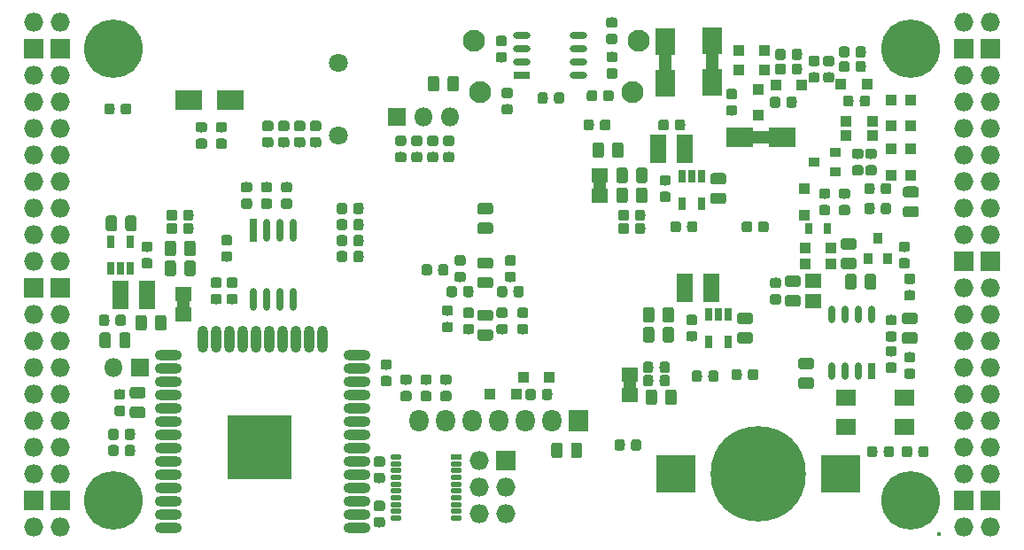
<source format=gbs>
G04 #@! TF.GenerationSoftware,KiCad,Pcbnew,5.0.0+dfsg1-2*
G04 #@! TF.CreationDate,2018-09-11T20:10:46+02:00*
G04 #@! TF.ProjectId,ulx3s,756C7833732E6B696361645F70636200,rev?*
G04 #@! TF.SameCoordinates,Original*
G04 #@! TF.FileFunction,Soldermask,Bot*
G04 #@! TF.FilePolarity,Negative*
%FSLAX46Y46*%
G04 Gerber Fmt 4.6, Leading zero omitted, Abs format (unit mm)*
G04 Created by KiCad (PCBNEW 5.0.0+dfsg1-2) date Tue Sep 11 20:10:46 2018*
%MOMM*%
%LPD*%
G01*
G04 APERTURE LIST*
%ADD10C,1.200000*%
%ADD11C,0.100000*%
%ADD12C,1.075000*%
%ADD13C,0.975000*%
%ADD14R,1.000000X0.900000*%
%ADD15R,1.100000X1.100000*%
%ADD16R,0.800000X1.300000*%
%ADD17O,1.100000X0.500000*%
%ADD18R,1.100000X0.500000*%
%ADD19C,1.800000*%
%ADD20C,2.100000*%
%ADD21R,3.800000X3.600000*%
%ADD22C,9.100000*%
%ADD23R,1.900000X1.500000*%
%ADD24R,1.827200X2.132000*%
%ADD25O,1.827200X2.132000*%
%ADD26R,0.700000X1.650000*%
%ADD27O,0.700000X1.650000*%
%ADD28R,1.650000X0.700000*%
%ADD29O,1.650000X0.700000*%
%ADD30R,0.700000X2.200000*%
%ADD31O,0.700000X2.200000*%
%ADD32O,2.600000X1.000000*%
%ADD33O,1.000000X2.600000*%
%ADD34R,6.100000X6.100000*%
%ADD35R,1.500000X1.395000*%
%ADD36R,2.600000X1.900000*%
%ADD37R,1.900000X2.600000*%
%ADD38O,1.827200X1.827200*%
%ADD39R,1.827200X1.827200*%
%ADD40C,5.600000*%
%ADD41C,0.400000*%
%ADD42R,1.800000X1.800000*%
%ADD43O,1.800000X1.800000*%
%ADD44R,1.600000X2.800000*%
%ADD45R,0.770000X1.100000*%
%ADD46R,0.900000X1.000000*%
G04 APERTURE END LIST*
D10*
G04 #@! TO.C,RP3*
X149472000Y-77311000D02*
X149472000Y-79311000D01*
G04 #@! TO.C,RP2*
X109609000Y-88632000D02*
X109609000Y-90632000D01*
G04 #@! TO.C,RP1*
X152281000Y-96361000D02*
X152281000Y-98361000D01*
G04 #@! TO.C,D9*
X166854000Y-73630000D02*
X162854000Y-73630000D01*
G04 #@! TO.C,D52*
X160155000Y-64391000D02*
X160155000Y-68391000D01*
G04 #@! TO.C,D51*
X155710000Y-68518000D02*
X155710000Y-64518000D01*
G04 #@! TD*
D11*
G04 #@! TO.C,C1*
G36*
X104936092Y-81136294D02*
X104962181Y-81140164D01*
X104987764Y-81146572D01*
X105012596Y-81155457D01*
X105036438Y-81166734D01*
X105059060Y-81180293D01*
X105080243Y-81196003D01*
X105099785Y-81213715D01*
X105117497Y-81233257D01*
X105133207Y-81254440D01*
X105146766Y-81277062D01*
X105158043Y-81300904D01*
X105166928Y-81325736D01*
X105173336Y-81351319D01*
X105177206Y-81377408D01*
X105178500Y-81403750D01*
X105178500Y-82366250D01*
X105177206Y-82392592D01*
X105173336Y-82418681D01*
X105166928Y-82444264D01*
X105158043Y-82469096D01*
X105146766Y-82492938D01*
X105133207Y-82515560D01*
X105117497Y-82536743D01*
X105099785Y-82556285D01*
X105080243Y-82573997D01*
X105059060Y-82589707D01*
X105036438Y-82603266D01*
X105012596Y-82614543D01*
X104987764Y-82623428D01*
X104962181Y-82629836D01*
X104936092Y-82633706D01*
X104909750Y-82635000D01*
X104372250Y-82635000D01*
X104345908Y-82633706D01*
X104319819Y-82629836D01*
X104294236Y-82623428D01*
X104269404Y-82614543D01*
X104245562Y-82603266D01*
X104222940Y-82589707D01*
X104201757Y-82573997D01*
X104182215Y-82556285D01*
X104164503Y-82536743D01*
X104148793Y-82515560D01*
X104135234Y-82492938D01*
X104123957Y-82469096D01*
X104115072Y-82444264D01*
X104108664Y-82418681D01*
X104104794Y-82392592D01*
X104103500Y-82366250D01*
X104103500Y-81403750D01*
X104104794Y-81377408D01*
X104108664Y-81351319D01*
X104115072Y-81325736D01*
X104123957Y-81300904D01*
X104135234Y-81277062D01*
X104148793Y-81254440D01*
X104164503Y-81233257D01*
X104182215Y-81213715D01*
X104201757Y-81196003D01*
X104222940Y-81180293D01*
X104245562Y-81166734D01*
X104269404Y-81155457D01*
X104294236Y-81146572D01*
X104319819Y-81140164D01*
X104345908Y-81136294D01*
X104372250Y-81135000D01*
X104909750Y-81135000D01*
X104936092Y-81136294D01*
X104936092Y-81136294D01*
G37*
D12*
X104641000Y-81885000D03*
D11*
G36*
X103061092Y-81136294D02*
X103087181Y-81140164D01*
X103112764Y-81146572D01*
X103137596Y-81155457D01*
X103161438Y-81166734D01*
X103184060Y-81180293D01*
X103205243Y-81196003D01*
X103224785Y-81213715D01*
X103242497Y-81233257D01*
X103258207Y-81254440D01*
X103271766Y-81277062D01*
X103283043Y-81300904D01*
X103291928Y-81325736D01*
X103298336Y-81351319D01*
X103302206Y-81377408D01*
X103303500Y-81403750D01*
X103303500Y-82366250D01*
X103302206Y-82392592D01*
X103298336Y-82418681D01*
X103291928Y-82444264D01*
X103283043Y-82469096D01*
X103271766Y-82492938D01*
X103258207Y-82515560D01*
X103242497Y-82536743D01*
X103224785Y-82556285D01*
X103205243Y-82573997D01*
X103184060Y-82589707D01*
X103161438Y-82603266D01*
X103137596Y-82614543D01*
X103112764Y-82623428D01*
X103087181Y-82629836D01*
X103061092Y-82633706D01*
X103034750Y-82635000D01*
X102497250Y-82635000D01*
X102470908Y-82633706D01*
X102444819Y-82629836D01*
X102419236Y-82623428D01*
X102394404Y-82614543D01*
X102370562Y-82603266D01*
X102347940Y-82589707D01*
X102326757Y-82573997D01*
X102307215Y-82556285D01*
X102289503Y-82536743D01*
X102273793Y-82515560D01*
X102260234Y-82492938D01*
X102248957Y-82469096D01*
X102240072Y-82444264D01*
X102233664Y-82418681D01*
X102229794Y-82392592D01*
X102228500Y-82366250D01*
X102228500Y-81403750D01*
X102229794Y-81377408D01*
X102233664Y-81351319D01*
X102240072Y-81325736D01*
X102248957Y-81300904D01*
X102260234Y-81277062D01*
X102273793Y-81254440D01*
X102289503Y-81233257D01*
X102307215Y-81213715D01*
X102326757Y-81196003D01*
X102347940Y-81180293D01*
X102370562Y-81166734D01*
X102394404Y-81155457D01*
X102419236Y-81146572D01*
X102444819Y-81140164D01*
X102470908Y-81136294D01*
X102497250Y-81135000D01*
X103034750Y-81135000D01*
X103061092Y-81136294D01*
X103061092Y-81136294D01*
G37*
D12*
X102766000Y-81885000D03*
G04 #@! TD*
D11*
G04 #@! TO.C,R9*
G36*
X128695142Y-109981174D02*
X128718803Y-109984684D01*
X128742007Y-109990496D01*
X128764529Y-109998554D01*
X128786153Y-110008782D01*
X128806670Y-110021079D01*
X128825883Y-110035329D01*
X128843607Y-110051393D01*
X128859671Y-110069117D01*
X128873921Y-110088330D01*
X128886218Y-110108847D01*
X128896446Y-110130471D01*
X128904504Y-110152993D01*
X128910316Y-110176197D01*
X128913826Y-110199858D01*
X128915000Y-110223750D01*
X128915000Y-110711250D01*
X128913826Y-110735142D01*
X128910316Y-110758803D01*
X128904504Y-110782007D01*
X128896446Y-110804529D01*
X128886218Y-110826153D01*
X128873921Y-110846670D01*
X128859671Y-110865883D01*
X128843607Y-110883607D01*
X128825883Y-110899671D01*
X128806670Y-110913921D01*
X128786153Y-110926218D01*
X128764529Y-110936446D01*
X128742007Y-110944504D01*
X128718803Y-110950316D01*
X128695142Y-110953826D01*
X128671250Y-110955000D01*
X128108750Y-110955000D01*
X128084858Y-110953826D01*
X128061197Y-110950316D01*
X128037993Y-110944504D01*
X128015471Y-110936446D01*
X127993847Y-110926218D01*
X127973330Y-110913921D01*
X127954117Y-110899671D01*
X127936393Y-110883607D01*
X127920329Y-110865883D01*
X127906079Y-110846670D01*
X127893782Y-110826153D01*
X127883554Y-110804529D01*
X127875496Y-110782007D01*
X127869684Y-110758803D01*
X127866174Y-110735142D01*
X127865000Y-110711250D01*
X127865000Y-110223750D01*
X127866174Y-110199858D01*
X127869684Y-110176197D01*
X127875496Y-110152993D01*
X127883554Y-110130471D01*
X127893782Y-110108847D01*
X127906079Y-110088330D01*
X127920329Y-110069117D01*
X127936393Y-110051393D01*
X127954117Y-110035329D01*
X127973330Y-110021079D01*
X127993847Y-110008782D01*
X128015471Y-109998554D01*
X128037993Y-109990496D01*
X128061197Y-109984684D01*
X128084858Y-109981174D01*
X128108750Y-109980000D01*
X128671250Y-109980000D01*
X128695142Y-109981174D01*
X128695142Y-109981174D01*
G37*
D13*
X128390000Y-110467500D03*
D11*
G36*
X128695142Y-108406174D02*
X128718803Y-108409684D01*
X128742007Y-108415496D01*
X128764529Y-108423554D01*
X128786153Y-108433782D01*
X128806670Y-108446079D01*
X128825883Y-108460329D01*
X128843607Y-108476393D01*
X128859671Y-108494117D01*
X128873921Y-108513330D01*
X128886218Y-108533847D01*
X128896446Y-108555471D01*
X128904504Y-108577993D01*
X128910316Y-108601197D01*
X128913826Y-108624858D01*
X128915000Y-108648750D01*
X128915000Y-109136250D01*
X128913826Y-109160142D01*
X128910316Y-109183803D01*
X128904504Y-109207007D01*
X128896446Y-109229529D01*
X128886218Y-109251153D01*
X128873921Y-109271670D01*
X128859671Y-109290883D01*
X128843607Y-109308607D01*
X128825883Y-109324671D01*
X128806670Y-109338921D01*
X128786153Y-109351218D01*
X128764529Y-109361446D01*
X128742007Y-109369504D01*
X128718803Y-109375316D01*
X128695142Y-109378826D01*
X128671250Y-109380000D01*
X128108750Y-109380000D01*
X128084858Y-109378826D01*
X128061197Y-109375316D01*
X128037993Y-109369504D01*
X128015471Y-109361446D01*
X127993847Y-109351218D01*
X127973330Y-109338921D01*
X127954117Y-109324671D01*
X127936393Y-109308607D01*
X127920329Y-109290883D01*
X127906079Y-109271670D01*
X127893782Y-109251153D01*
X127883554Y-109229529D01*
X127875496Y-109207007D01*
X127869684Y-109183803D01*
X127866174Y-109160142D01*
X127865000Y-109136250D01*
X127865000Y-108648750D01*
X127866174Y-108624858D01*
X127869684Y-108601197D01*
X127875496Y-108577993D01*
X127883554Y-108555471D01*
X127893782Y-108533847D01*
X127906079Y-108513330D01*
X127920329Y-108494117D01*
X127936393Y-108476393D01*
X127954117Y-108460329D01*
X127973330Y-108446079D01*
X127993847Y-108433782D01*
X128015471Y-108423554D01*
X128037993Y-108415496D01*
X128061197Y-108409684D01*
X128084858Y-108406174D01*
X128108750Y-108405000D01*
X128671250Y-108405000D01*
X128695142Y-108406174D01*
X128695142Y-108406174D01*
G37*
D13*
X128390000Y-108892500D03*
G04 #@! TD*
D11*
G04 #@! TO.C,R56*
G36*
X128695142Y-104172174D02*
X128718803Y-104175684D01*
X128742007Y-104181496D01*
X128764529Y-104189554D01*
X128786153Y-104199782D01*
X128806670Y-104212079D01*
X128825883Y-104226329D01*
X128843607Y-104242393D01*
X128859671Y-104260117D01*
X128873921Y-104279330D01*
X128886218Y-104299847D01*
X128896446Y-104321471D01*
X128904504Y-104343993D01*
X128910316Y-104367197D01*
X128913826Y-104390858D01*
X128915000Y-104414750D01*
X128915000Y-104902250D01*
X128913826Y-104926142D01*
X128910316Y-104949803D01*
X128904504Y-104973007D01*
X128896446Y-104995529D01*
X128886218Y-105017153D01*
X128873921Y-105037670D01*
X128859671Y-105056883D01*
X128843607Y-105074607D01*
X128825883Y-105090671D01*
X128806670Y-105104921D01*
X128786153Y-105117218D01*
X128764529Y-105127446D01*
X128742007Y-105135504D01*
X128718803Y-105141316D01*
X128695142Y-105144826D01*
X128671250Y-105146000D01*
X128108750Y-105146000D01*
X128084858Y-105144826D01*
X128061197Y-105141316D01*
X128037993Y-105135504D01*
X128015471Y-105127446D01*
X127993847Y-105117218D01*
X127973330Y-105104921D01*
X127954117Y-105090671D01*
X127936393Y-105074607D01*
X127920329Y-105056883D01*
X127906079Y-105037670D01*
X127893782Y-105017153D01*
X127883554Y-104995529D01*
X127875496Y-104973007D01*
X127869684Y-104949803D01*
X127866174Y-104926142D01*
X127865000Y-104902250D01*
X127865000Y-104414750D01*
X127866174Y-104390858D01*
X127869684Y-104367197D01*
X127875496Y-104343993D01*
X127883554Y-104321471D01*
X127893782Y-104299847D01*
X127906079Y-104279330D01*
X127920329Y-104260117D01*
X127936393Y-104242393D01*
X127954117Y-104226329D01*
X127973330Y-104212079D01*
X127993847Y-104199782D01*
X128015471Y-104189554D01*
X128037993Y-104181496D01*
X128061197Y-104175684D01*
X128084858Y-104172174D01*
X128108750Y-104171000D01*
X128671250Y-104171000D01*
X128695142Y-104172174D01*
X128695142Y-104172174D01*
G37*
D13*
X128390000Y-104658500D03*
D11*
G36*
X128695142Y-105747174D02*
X128718803Y-105750684D01*
X128742007Y-105756496D01*
X128764529Y-105764554D01*
X128786153Y-105774782D01*
X128806670Y-105787079D01*
X128825883Y-105801329D01*
X128843607Y-105817393D01*
X128859671Y-105835117D01*
X128873921Y-105854330D01*
X128886218Y-105874847D01*
X128896446Y-105896471D01*
X128904504Y-105918993D01*
X128910316Y-105942197D01*
X128913826Y-105965858D01*
X128915000Y-105989750D01*
X128915000Y-106477250D01*
X128913826Y-106501142D01*
X128910316Y-106524803D01*
X128904504Y-106548007D01*
X128896446Y-106570529D01*
X128886218Y-106592153D01*
X128873921Y-106612670D01*
X128859671Y-106631883D01*
X128843607Y-106649607D01*
X128825883Y-106665671D01*
X128806670Y-106679921D01*
X128786153Y-106692218D01*
X128764529Y-106702446D01*
X128742007Y-106710504D01*
X128718803Y-106716316D01*
X128695142Y-106719826D01*
X128671250Y-106721000D01*
X128108750Y-106721000D01*
X128084858Y-106719826D01*
X128061197Y-106716316D01*
X128037993Y-106710504D01*
X128015471Y-106702446D01*
X127993847Y-106692218D01*
X127973330Y-106679921D01*
X127954117Y-106665671D01*
X127936393Y-106649607D01*
X127920329Y-106631883D01*
X127906079Y-106612670D01*
X127893782Y-106592153D01*
X127883554Y-106570529D01*
X127875496Y-106548007D01*
X127869684Y-106524803D01*
X127866174Y-106501142D01*
X127865000Y-106477250D01*
X127865000Y-105989750D01*
X127866174Y-105965858D01*
X127869684Y-105942197D01*
X127875496Y-105918993D01*
X127883554Y-105896471D01*
X127893782Y-105874847D01*
X127906079Y-105854330D01*
X127920329Y-105835117D01*
X127936393Y-105817393D01*
X127954117Y-105801329D01*
X127973330Y-105787079D01*
X127993847Y-105774782D01*
X128015471Y-105764554D01*
X128037993Y-105756496D01*
X128061197Y-105750684D01*
X128084858Y-105747174D01*
X128108750Y-105746000D01*
X128671250Y-105746000D01*
X128695142Y-105747174D01*
X128695142Y-105747174D01*
G37*
D13*
X128390000Y-106233500D03*
G04 #@! TD*
D11*
G04 #@! TO.C,R55*
G36*
X135045142Y-97916174D02*
X135068803Y-97919684D01*
X135092007Y-97925496D01*
X135114529Y-97933554D01*
X135136153Y-97943782D01*
X135156670Y-97956079D01*
X135175883Y-97970329D01*
X135193607Y-97986393D01*
X135209671Y-98004117D01*
X135223921Y-98023330D01*
X135236218Y-98043847D01*
X135246446Y-98065471D01*
X135254504Y-98087993D01*
X135260316Y-98111197D01*
X135263826Y-98134858D01*
X135265000Y-98158750D01*
X135265000Y-98646250D01*
X135263826Y-98670142D01*
X135260316Y-98693803D01*
X135254504Y-98717007D01*
X135246446Y-98739529D01*
X135236218Y-98761153D01*
X135223921Y-98781670D01*
X135209671Y-98800883D01*
X135193607Y-98818607D01*
X135175883Y-98834671D01*
X135156670Y-98848921D01*
X135136153Y-98861218D01*
X135114529Y-98871446D01*
X135092007Y-98879504D01*
X135068803Y-98885316D01*
X135045142Y-98888826D01*
X135021250Y-98890000D01*
X134458750Y-98890000D01*
X134434858Y-98888826D01*
X134411197Y-98885316D01*
X134387993Y-98879504D01*
X134365471Y-98871446D01*
X134343847Y-98861218D01*
X134323330Y-98848921D01*
X134304117Y-98834671D01*
X134286393Y-98818607D01*
X134270329Y-98800883D01*
X134256079Y-98781670D01*
X134243782Y-98761153D01*
X134233554Y-98739529D01*
X134225496Y-98717007D01*
X134219684Y-98693803D01*
X134216174Y-98670142D01*
X134215000Y-98646250D01*
X134215000Y-98158750D01*
X134216174Y-98134858D01*
X134219684Y-98111197D01*
X134225496Y-98087993D01*
X134233554Y-98065471D01*
X134243782Y-98043847D01*
X134256079Y-98023330D01*
X134270329Y-98004117D01*
X134286393Y-97986393D01*
X134304117Y-97970329D01*
X134323330Y-97956079D01*
X134343847Y-97943782D01*
X134365471Y-97933554D01*
X134387993Y-97925496D01*
X134411197Y-97919684D01*
X134434858Y-97916174D01*
X134458750Y-97915000D01*
X135021250Y-97915000D01*
X135045142Y-97916174D01*
X135045142Y-97916174D01*
G37*
D13*
X134740000Y-98402500D03*
D11*
G36*
X135045142Y-96341174D02*
X135068803Y-96344684D01*
X135092007Y-96350496D01*
X135114529Y-96358554D01*
X135136153Y-96368782D01*
X135156670Y-96381079D01*
X135175883Y-96395329D01*
X135193607Y-96411393D01*
X135209671Y-96429117D01*
X135223921Y-96448330D01*
X135236218Y-96468847D01*
X135246446Y-96490471D01*
X135254504Y-96512993D01*
X135260316Y-96536197D01*
X135263826Y-96559858D01*
X135265000Y-96583750D01*
X135265000Y-97071250D01*
X135263826Y-97095142D01*
X135260316Y-97118803D01*
X135254504Y-97142007D01*
X135246446Y-97164529D01*
X135236218Y-97186153D01*
X135223921Y-97206670D01*
X135209671Y-97225883D01*
X135193607Y-97243607D01*
X135175883Y-97259671D01*
X135156670Y-97273921D01*
X135136153Y-97286218D01*
X135114529Y-97296446D01*
X135092007Y-97304504D01*
X135068803Y-97310316D01*
X135045142Y-97313826D01*
X135021250Y-97315000D01*
X134458750Y-97315000D01*
X134434858Y-97313826D01*
X134411197Y-97310316D01*
X134387993Y-97304504D01*
X134365471Y-97296446D01*
X134343847Y-97286218D01*
X134323330Y-97273921D01*
X134304117Y-97259671D01*
X134286393Y-97243607D01*
X134270329Y-97225883D01*
X134256079Y-97206670D01*
X134243782Y-97186153D01*
X134233554Y-97164529D01*
X134225496Y-97142007D01*
X134219684Y-97118803D01*
X134216174Y-97095142D01*
X134215000Y-97071250D01*
X134215000Y-96583750D01*
X134216174Y-96559858D01*
X134219684Y-96536197D01*
X134225496Y-96512993D01*
X134233554Y-96490471D01*
X134243782Y-96468847D01*
X134256079Y-96448330D01*
X134270329Y-96429117D01*
X134286393Y-96411393D01*
X134304117Y-96395329D01*
X134323330Y-96381079D01*
X134343847Y-96368782D01*
X134365471Y-96358554D01*
X134387993Y-96350496D01*
X134411197Y-96344684D01*
X134434858Y-96341174D01*
X134458750Y-96340000D01*
X135021250Y-96340000D01*
X135045142Y-96341174D01*
X135045142Y-96341174D01*
G37*
D13*
X134740000Y-96827500D03*
G04 #@! TD*
D11*
G04 #@! TO.C,R32*
G36*
X133140142Y-96341174D02*
X133163803Y-96344684D01*
X133187007Y-96350496D01*
X133209529Y-96358554D01*
X133231153Y-96368782D01*
X133251670Y-96381079D01*
X133270883Y-96395329D01*
X133288607Y-96411393D01*
X133304671Y-96429117D01*
X133318921Y-96448330D01*
X133331218Y-96468847D01*
X133341446Y-96490471D01*
X133349504Y-96512993D01*
X133355316Y-96536197D01*
X133358826Y-96559858D01*
X133360000Y-96583750D01*
X133360000Y-97071250D01*
X133358826Y-97095142D01*
X133355316Y-97118803D01*
X133349504Y-97142007D01*
X133341446Y-97164529D01*
X133331218Y-97186153D01*
X133318921Y-97206670D01*
X133304671Y-97225883D01*
X133288607Y-97243607D01*
X133270883Y-97259671D01*
X133251670Y-97273921D01*
X133231153Y-97286218D01*
X133209529Y-97296446D01*
X133187007Y-97304504D01*
X133163803Y-97310316D01*
X133140142Y-97313826D01*
X133116250Y-97315000D01*
X132553750Y-97315000D01*
X132529858Y-97313826D01*
X132506197Y-97310316D01*
X132482993Y-97304504D01*
X132460471Y-97296446D01*
X132438847Y-97286218D01*
X132418330Y-97273921D01*
X132399117Y-97259671D01*
X132381393Y-97243607D01*
X132365329Y-97225883D01*
X132351079Y-97206670D01*
X132338782Y-97186153D01*
X132328554Y-97164529D01*
X132320496Y-97142007D01*
X132314684Y-97118803D01*
X132311174Y-97095142D01*
X132310000Y-97071250D01*
X132310000Y-96583750D01*
X132311174Y-96559858D01*
X132314684Y-96536197D01*
X132320496Y-96512993D01*
X132328554Y-96490471D01*
X132338782Y-96468847D01*
X132351079Y-96448330D01*
X132365329Y-96429117D01*
X132381393Y-96411393D01*
X132399117Y-96395329D01*
X132418330Y-96381079D01*
X132438847Y-96368782D01*
X132460471Y-96358554D01*
X132482993Y-96350496D01*
X132506197Y-96344684D01*
X132529858Y-96341174D01*
X132553750Y-96340000D01*
X133116250Y-96340000D01*
X133140142Y-96341174D01*
X133140142Y-96341174D01*
G37*
D13*
X132835000Y-96827500D03*
D11*
G36*
X133140142Y-97916174D02*
X133163803Y-97919684D01*
X133187007Y-97925496D01*
X133209529Y-97933554D01*
X133231153Y-97943782D01*
X133251670Y-97956079D01*
X133270883Y-97970329D01*
X133288607Y-97986393D01*
X133304671Y-98004117D01*
X133318921Y-98023330D01*
X133331218Y-98043847D01*
X133341446Y-98065471D01*
X133349504Y-98087993D01*
X133355316Y-98111197D01*
X133358826Y-98134858D01*
X133360000Y-98158750D01*
X133360000Y-98646250D01*
X133358826Y-98670142D01*
X133355316Y-98693803D01*
X133349504Y-98717007D01*
X133341446Y-98739529D01*
X133331218Y-98761153D01*
X133318921Y-98781670D01*
X133304671Y-98800883D01*
X133288607Y-98818607D01*
X133270883Y-98834671D01*
X133251670Y-98848921D01*
X133231153Y-98861218D01*
X133209529Y-98871446D01*
X133187007Y-98879504D01*
X133163803Y-98885316D01*
X133140142Y-98888826D01*
X133116250Y-98890000D01*
X132553750Y-98890000D01*
X132529858Y-98888826D01*
X132506197Y-98885316D01*
X132482993Y-98879504D01*
X132460471Y-98871446D01*
X132438847Y-98861218D01*
X132418330Y-98848921D01*
X132399117Y-98834671D01*
X132381393Y-98818607D01*
X132365329Y-98800883D01*
X132351079Y-98781670D01*
X132338782Y-98761153D01*
X132328554Y-98739529D01*
X132320496Y-98717007D01*
X132314684Y-98693803D01*
X132311174Y-98670142D01*
X132310000Y-98646250D01*
X132310000Y-98158750D01*
X132311174Y-98134858D01*
X132314684Y-98111197D01*
X132320496Y-98087993D01*
X132328554Y-98065471D01*
X132338782Y-98043847D01*
X132351079Y-98023330D01*
X132365329Y-98004117D01*
X132381393Y-97986393D01*
X132399117Y-97970329D01*
X132418330Y-97956079D01*
X132438847Y-97943782D01*
X132460471Y-97933554D01*
X132482993Y-97925496D01*
X132506197Y-97919684D01*
X132529858Y-97916174D01*
X132553750Y-97915000D01*
X133116250Y-97915000D01*
X133140142Y-97916174D01*
X133140142Y-97916174D01*
G37*
D13*
X132835000Y-98402500D03*
G04 #@! TD*
D11*
G04 #@! TO.C,R33*
G36*
X131235142Y-96341174D02*
X131258803Y-96344684D01*
X131282007Y-96350496D01*
X131304529Y-96358554D01*
X131326153Y-96368782D01*
X131346670Y-96381079D01*
X131365883Y-96395329D01*
X131383607Y-96411393D01*
X131399671Y-96429117D01*
X131413921Y-96448330D01*
X131426218Y-96468847D01*
X131436446Y-96490471D01*
X131444504Y-96512993D01*
X131450316Y-96536197D01*
X131453826Y-96559858D01*
X131455000Y-96583750D01*
X131455000Y-97071250D01*
X131453826Y-97095142D01*
X131450316Y-97118803D01*
X131444504Y-97142007D01*
X131436446Y-97164529D01*
X131426218Y-97186153D01*
X131413921Y-97206670D01*
X131399671Y-97225883D01*
X131383607Y-97243607D01*
X131365883Y-97259671D01*
X131346670Y-97273921D01*
X131326153Y-97286218D01*
X131304529Y-97296446D01*
X131282007Y-97304504D01*
X131258803Y-97310316D01*
X131235142Y-97313826D01*
X131211250Y-97315000D01*
X130648750Y-97315000D01*
X130624858Y-97313826D01*
X130601197Y-97310316D01*
X130577993Y-97304504D01*
X130555471Y-97296446D01*
X130533847Y-97286218D01*
X130513330Y-97273921D01*
X130494117Y-97259671D01*
X130476393Y-97243607D01*
X130460329Y-97225883D01*
X130446079Y-97206670D01*
X130433782Y-97186153D01*
X130423554Y-97164529D01*
X130415496Y-97142007D01*
X130409684Y-97118803D01*
X130406174Y-97095142D01*
X130405000Y-97071250D01*
X130405000Y-96583750D01*
X130406174Y-96559858D01*
X130409684Y-96536197D01*
X130415496Y-96512993D01*
X130423554Y-96490471D01*
X130433782Y-96468847D01*
X130446079Y-96448330D01*
X130460329Y-96429117D01*
X130476393Y-96411393D01*
X130494117Y-96395329D01*
X130513330Y-96381079D01*
X130533847Y-96368782D01*
X130555471Y-96358554D01*
X130577993Y-96350496D01*
X130601197Y-96344684D01*
X130624858Y-96341174D01*
X130648750Y-96340000D01*
X131211250Y-96340000D01*
X131235142Y-96341174D01*
X131235142Y-96341174D01*
G37*
D13*
X130930000Y-96827500D03*
D11*
G36*
X131235142Y-97916174D02*
X131258803Y-97919684D01*
X131282007Y-97925496D01*
X131304529Y-97933554D01*
X131326153Y-97943782D01*
X131346670Y-97956079D01*
X131365883Y-97970329D01*
X131383607Y-97986393D01*
X131399671Y-98004117D01*
X131413921Y-98023330D01*
X131426218Y-98043847D01*
X131436446Y-98065471D01*
X131444504Y-98087993D01*
X131450316Y-98111197D01*
X131453826Y-98134858D01*
X131455000Y-98158750D01*
X131455000Y-98646250D01*
X131453826Y-98670142D01*
X131450316Y-98693803D01*
X131444504Y-98717007D01*
X131436446Y-98739529D01*
X131426218Y-98761153D01*
X131413921Y-98781670D01*
X131399671Y-98800883D01*
X131383607Y-98818607D01*
X131365883Y-98834671D01*
X131346670Y-98848921D01*
X131326153Y-98861218D01*
X131304529Y-98871446D01*
X131282007Y-98879504D01*
X131258803Y-98885316D01*
X131235142Y-98888826D01*
X131211250Y-98890000D01*
X130648750Y-98890000D01*
X130624858Y-98888826D01*
X130601197Y-98885316D01*
X130577993Y-98879504D01*
X130555471Y-98871446D01*
X130533847Y-98861218D01*
X130513330Y-98848921D01*
X130494117Y-98834671D01*
X130476393Y-98818607D01*
X130460329Y-98800883D01*
X130446079Y-98781670D01*
X130433782Y-98761153D01*
X130423554Y-98739529D01*
X130415496Y-98717007D01*
X130409684Y-98693803D01*
X130406174Y-98670142D01*
X130405000Y-98646250D01*
X130405000Y-98158750D01*
X130406174Y-98134858D01*
X130409684Y-98111197D01*
X130415496Y-98087993D01*
X130423554Y-98065471D01*
X130433782Y-98043847D01*
X130446079Y-98023330D01*
X130460329Y-98004117D01*
X130476393Y-97986393D01*
X130494117Y-97970329D01*
X130513330Y-97956079D01*
X130533847Y-97943782D01*
X130555471Y-97933554D01*
X130577993Y-97925496D01*
X130601197Y-97919684D01*
X130624858Y-97916174D01*
X130648750Y-97915000D01*
X131211250Y-97915000D01*
X131235142Y-97916174D01*
X131235142Y-97916174D01*
G37*
D13*
X130930000Y-98402500D03*
G04 #@! TD*
D11*
G04 #@! TO.C,R27*
G36*
X129330142Y-94901174D02*
X129353803Y-94904684D01*
X129377007Y-94910496D01*
X129399529Y-94918554D01*
X129421153Y-94928782D01*
X129441670Y-94941079D01*
X129460883Y-94955329D01*
X129478607Y-94971393D01*
X129494671Y-94989117D01*
X129508921Y-95008330D01*
X129521218Y-95028847D01*
X129531446Y-95050471D01*
X129539504Y-95072993D01*
X129545316Y-95096197D01*
X129548826Y-95119858D01*
X129550000Y-95143750D01*
X129550000Y-95631250D01*
X129548826Y-95655142D01*
X129545316Y-95678803D01*
X129539504Y-95702007D01*
X129531446Y-95724529D01*
X129521218Y-95746153D01*
X129508921Y-95766670D01*
X129494671Y-95785883D01*
X129478607Y-95803607D01*
X129460883Y-95819671D01*
X129441670Y-95833921D01*
X129421153Y-95846218D01*
X129399529Y-95856446D01*
X129377007Y-95864504D01*
X129353803Y-95870316D01*
X129330142Y-95873826D01*
X129306250Y-95875000D01*
X128743750Y-95875000D01*
X128719858Y-95873826D01*
X128696197Y-95870316D01*
X128672993Y-95864504D01*
X128650471Y-95856446D01*
X128628847Y-95846218D01*
X128608330Y-95833921D01*
X128589117Y-95819671D01*
X128571393Y-95803607D01*
X128555329Y-95785883D01*
X128541079Y-95766670D01*
X128528782Y-95746153D01*
X128518554Y-95724529D01*
X128510496Y-95702007D01*
X128504684Y-95678803D01*
X128501174Y-95655142D01*
X128500000Y-95631250D01*
X128500000Y-95143750D01*
X128501174Y-95119858D01*
X128504684Y-95096197D01*
X128510496Y-95072993D01*
X128518554Y-95050471D01*
X128528782Y-95028847D01*
X128541079Y-95008330D01*
X128555329Y-94989117D01*
X128571393Y-94971393D01*
X128589117Y-94955329D01*
X128608330Y-94941079D01*
X128628847Y-94928782D01*
X128650471Y-94918554D01*
X128672993Y-94910496D01*
X128696197Y-94904684D01*
X128719858Y-94901174D01*
X128743750Y-94900000D01*
X129306250Y-94900000D01*
X129330142Y-94901174D01*
X129330142Y-94901174D01*
G37*
D13*
X129025000Y-95387500D03*
D11*
G36*
X129330142Y-96476174D02*
X129353803Y-96479684D01*
X129377007Y-96485496D01*
X129399529Y-96493554D01*
X129421153Y-96503782D01*
X129441670Y-96516079D01*
X129460883Y-96530329D01*
X129478607Y-96546393D01*
X129494671Y-96564117D01*
X129508921Y-96583330D01*
X129521218Y-96603847D01*
X129531446Y-96625471D01*
X129539504Y-96647993D01*
X129545316Y-96671197D01*
X129548826Y-96694858D01*
X129550000Y-96718750D01*
X129550000Y-97206250D01*
X129548826Y-97230142D01*
X129545316Y-97253803D01*
X129539504Y-97277007D01*
X129531446Y-97299529D01*
X129521218Y-97321153D01*
X129508921Y-97341670D01*
X129494671Y-97360883D01*
X129478607Y-97378607D01*
X129460883Y-97394671D01*
X129441670Y-97408921D01*
X129421153Y-97421218D01*
X129399529Y-97431446D01*
X129377007Y-97439504D01*
X129353803Y-97445316D01*
X129330142Y-97448826D01*
X129306250Y-97450000D01*
X128743750Y-97450000D01*
X128719858Y-97448826D01*
X128696197Y-97445316D01*
X128672993Y-97439504D01*
X128650471Y-97431446D01*
X128628847Y-97421218D01*
X128608330Y-97408921D01*
X128589117Y-97394671D01*
X128571393Y-97378607D01*
X128555329Y-97360883D01*
X128541079Y-97341670D01*
X128528782Y-97321153D01*
X128518554Y-97299529D01*
X128510496Y-97277007D01*
X128504684Y-97253803D01*
X128501174Y-97230142D01*
X128500000Y-97206250D01*
X128500000Y-96718750D01*
X128501174Y-96694858D01*
X128504684Y-96671197D01*
X128510496Y-96647993D01*
X128518554Y-96625471D01*
X128528782Y-96603847D01*
X128541079Y-96583330D01*
X128555329Y-96564117D01*
X128571393Y-96546393D01*
X128589117Y-96530329D01*
X128608330Y-96516079D01*
X128628847Y-96503782D01*
X128650471Y-96493554D01*
X128672993Y-96485496D01*
X128696197Y-96479684D01*
X128719858Y-96476174D01*
X128743750Y-96475000D01*
X129306250Y-96475000D01*
X129330142Y-96476174D01*
X129330142Y-96476174D01*
G37*
D13*
X129025000Y-96962500D03*
G04 #@! TD*
D11*
G04 #@! TO.C,R40*
G36*
X168561142Y-65214174D02*
X168584803Y-65217684D01*
X168608007Y-65223496D01*
X168630529Y-65231554D01*
X168652153Y-65241782D01*
X168672670Y-65254079D01*
X168691883Y-65268329D01*
X168709607Y-65284393D01*
X168725671Y-65302117D01*
X168739921Y-65321330D01*
X168752218Y-65341847D01*
X168762446Y-65363471D01*
X168770504Y-65385993D01*
X168776316Y-65409197D01*
X168779826Y-65432858D01*
X168781000Y-65456750D01*
X168781000Y-66019250D01*
X168779826Y-66043142D01*
X168776316Y-66066803D01*
X168770504Y-66090007D01*
X168762446Y-66112529D01*
X168752218Y-66134153D01*
X168739921Y-66154670D01*
X168725671Y-66173883D01*
X168709607Y-66191607D01*
X168691883Y-66207671D01*
X168672670Y-66221921D01*
X168652153Y-66234218D01*
X168630529Y-66244446D01*
X168608007Y-66252504D01*
X168584803Y-66258316D01*
X168561142Y-66261826D01*
X168537250Y-66263000D01*
X168049750Y-66263000D01*
X168025858Y-66261826D01*
X168002197Y-66258316D01*
X167978993Y-66252504D01*
X167956471Y-66244446D01*
X167934847Y-66234218D01*
X167914330Y-66221921D01*
X167895117Y-66207671D01*
X167877393Y-66191607D01*
X167861329Y-66173883D01*
X167847079Y-66154670D01*
X167834782Y-66134153D01*
X167824554Y-66112529D01*
X167816496Y-66090007D01*
X167810684Y-66066803D01*
X167807174Y-66043142D01*
X167806000Y-66019250D01*
X167806000Y-65456750D01*
X167807174Y-65432858D01*
X167810684Y-65409197D01*
X167816496Y-65385993D01*
X167824554Y-65363471D01*
X167834782Y-65341847D01*
X167847079Y-65321330D01*
X167861329Y-65302117D01*
X167877393Y-65284393D01*
X167895117Y-65268329D01*
X167914330Y-65254079D01*
X167934847Y-65241782D01*
X167956471Y-65231554D01*
X167978993Y-65223496D01*
X168002197Y-65217684D01*
X168025858Y-65214174D01*
X168049750Y-65213000D01*
X168537250Y-65213000D01*
X168561142Y-65214174D01*
X168561142Y-65214174D01*
G37*
D13*
X168293500Y-65738000D03*
D11*
G36*
X166986142Y-65214174D02*
X167009803Y-65217684D01*
X167033007Y-65223496D01*
X167055529Y-65231554D01*
X167077153Y-65241782D01*
X167097670Y-65254079D01*
X167116883Y-65268329D01*
X167134607Y-65284393D01*
X167150671Y-65302117D01*
X167164921Y-65321330D01*
X167177218Y-65341847D01*
X167187446Y-65363471D01*
X167195504Y-65385993D01*
X167201316Y-65409197D01*
X167204826Y-65432858D01*
X167206000Y-65456750D01*
X167206000Y-66019250D01*
X167204826Y-66043142D01*
X167201316Y-66066803D01*
X167195504Y-66090007D01*
X167187446Y-66112529D01*
X167177218Y-66134153D01*
X167164921Y-66154670D01*
X167150671Y-66173883D01*
X167134607Y-66191607D01*
X167116883Y-66207671D01*
X167097670Y-66221921D01*
X167077153Y-66234218D01*
X167055529Y-66244446D01*
X167033007Y-66252504D01*
X167009803Y-66258316D01*
X166986142Y-66261826D01*
X166962250Y-66263000D01*
X166474750Y-66263000D01*
X166450858Y-66261826D01*
X166427197Y-66258316D01*
X166403993Y-66252504D01*
X166381471Y-66244446D01*
X166359847Y-66234218D01*
X166339330Y-66221921D01*
X166320117Y-66207671D01*
X166302393Y-66191607D01*
X166286329Y-66173883D01*
X166272079Y-66154670D01*
X166259782Y-66134153D01*
X166249554Y-66112529D01*
X166241496Y-66090007D01*
X166235684Y-66066803D01*
X166232174Y-66043142D01*
X166231000Y-66019250D01*
X166231000Y-65456750D01*
X166232174Y-65432858D01*
X166235684Y-65409197D01*
X166241496Y-65385993D01*
X166249554Y-65363471D01*
X166259782Y-65341847D01*
X166272079Y-65321330D01*
X166286329Y-65302117D01*
X166302393Y-65284393D01*
X166320117Y-65268329D01*
X166339330Y-65254079D01*
X166359847Y-65241782D01*
X166381471Y-65231554D01*
X166403993Y-65223496D01*
X166427197Y-65217684D01*
X166450858Y-65214174D01*
X166474750Y-65213000D01*
X166962250Y-65213000D01*
X166986142Y-65214174D01*
X166986142Y-65214174D01*
G37*
D13*
X166718500Y-65738000D03*
G04 #@! TD*
D11*
G04 #@! TO.C,R34*
G36*
X104807142Y-103076174D02*
X104830803Y-103079684D01*
X104854007Y-103085496D01*
X104876529Y-103093554D01*
X104898153Y-103103782D01*
X104918670Y-103116079D01*
X104937883Y-103130329D01*
X104955607Y-103146393D01*
X104971671Y-103164117D01*
X104985921Y-103183330D01*
X104998218Y-103203847D01*
X105008446Y-103225471D01*
X105016504Y-103247993D01*
X105022316Y-103271197D01*
X105025826Y-103294858D01*
X105027000Y-103318750D01*
X105027000Y-103881250D01*
X105025826Y-103905142D01*
X105022316Y-103928803D01*
X105016504Y-103952007D01*
X105008446Y-103974529D01*
X104998218Y-103996153D01*
X104985921Y-104016670D01*
X104971671Y-104035883D01*
X104955607Y-104053607D01*
X104937883Y-104069671D01*
X104918670Y-104083921D01*
X104898153Y-104096218D01*
X104876529Y-104106446D01*
X104854007Y-104114504D01*
X104830803Y-104120316D01*
X104807142Y-104123826D01*
X104783250Y-104125000D01*
X104295750Y-104125000D01*
X104271858Y-104123826D01*
X104248197Y-104120316D01*
X104224993Y-104114504D01*
X104202471Y-104106446D01*
X104180847Y-104096218D01*
X104160330Y-104083921D01*
X104141117Y-104069671D01*
X104123393Y-104053607D01*
X104107329Y-104035883D01*
X104093079Y-104016670D01*
X104080782Y-103996153D01*
X104070554Y-103974529D01*
X104062496Y-103952007D01*
X104056684Y-103928803D01*
X104053174Y-103905142D01*
X104052000Y-103881250D01*
X104052000Y-103318750D01*
X104053174Y-103294858D01*
X104056684Y-103271197D01*
X104062496Y-103247993D01*
X104070554Y-103225471D01*
X104080782Y-103203847D01*
X104093079Y-103183330D01*
X104107329Y-103164117D01*
X104123393Y-103146393D01*
X104141117Y-103130329D01*
X104160330Y-103116079D01*
X104180847Y-103103782D01*
X104202471Y-103093554D01*
X104224993Y-103085496D01*
X104248197Y-103079684D01*
X104271858Y-103076174D01*
X104295750Y-103075000D01*
X104783250Y-103075000D01*
X104807142Y-103076174D01*
X104807142Y-103076174D01*
G37*
D13*
X104539500Y-103600000D03*
D11*
G36*
X103232142Y-103076174D02*
X103255803Y-103079684D01*
X103279007Y-103085496D01*
X103301529Y-103093554D01*
X103323153Y-103103782D01*
X103343670Y-103116079D01*
X103362883Y-103130329D01*
X103380607Y-103146393D01*
X103396671Y-103164117D01*
X103410921Y-103183330D01*
X103423218Y-103203847D01*
X103433446Y-103225471D01*
X103441504Y-103247993D01*
X103447316Y-103271197D01*
X103450826Y-103294858D01*
X103452000Y-103318750D01*
X103452000Y-103881250D01*
X103450826Y-103905142D01*
X103447316Y-103928803D01*
X103441504Y-103952007D01*
X103433446Y-103974529D01*
X103423218Y-103996153D01*
X103410921Y-104016670D01*
X103396671Y-104035883D01*
X103380607Y-104053607D01*
X103362883Y-104069671D01*
X103343670Y-104083921D01*
X103323153Y-104096218D01*
X103301529Y-104106446D01*
X103279007Y-104114504D01*
X103255803Y-104120316D01*
X103232142Y-104123826D01*
X103208250Y-104125000D01*
X102720750Y-104125000D01*
X102696858Y-104123826D01*
X102673197Y-104120316D01*
X102649993Y-104114504D01*
X102627471Y-104106446D01*
X102605847Y-104096218D01*
X102585330Y-104083921D01*
X102566117Y-104069671D01*
X102548393Y-104053607D01*
X102532329Y-104035883D01*
X102518079Y-104016670D01*
X102505782Y-103996153D01*
X102495554Y-103974529D01*
X102487496Y-103952007D01*
X102481684Y-103928803D01*
X102478174Y-103905142D01*
X102477000Y-103881250D01*
X102477000Y-103318750D01*
X102478174Y-103294858D01*
X102481684Y-103271197D01*
X102487496Y-103247993D01*
X102495554Y-103225471D01*
X102505782Y-103203847D01*
X102518079Y-103183330D01*
X102532329Y-103164117D01*
X102548393Y-103146393D01*
X102566117Y-103130329D01*
X102585330Y-103116079D01*
X102605847Y-103103782D01*
X102627471Y-103093554D01*
X102649993Y-103085496D01*
X102673197Y-103079684D01*
X102696858Y-103076174D01*
X102720750Y-103075000D01*
X103208250Y-103075000D01*
X103232142Y-103076174D01*
X103232142Y-103076174D01*
G37*
D13*
X102964500Y-103600000D03*
G04 #@! TD*
D11*
G04 #@! TO.C,R35*
G36*
X103232142Y-101536174D02*
X103255803Y-101539684D01*
X103279007Y-101545496D01*
X103301529Y-101553554D01*
X103323153Y-101563782D01*
X103343670Y-101576079D01*
X103362883Y-101590329D01*
X103380607Y-101606393D01*
X103396671Y-101624117D01*
X103410921Y-101643330D01*
X103423218Y-101663847D01*
X103433446Y-101685471D01*
X103441504Y-101707993D01*
X103447316Y-101731197D01*
X103450826Y-101754858D01*
X103452000Y-101778750D01*
X103452000Y-102341250D01*
X103450826Y-102365142D01*
X103447316Y-102388803D01*
X103441504Y-102412007D01*
X103433446Y-102434529D01*
X103423218Y-102456153D01*
X103410921Y-102476670D01*
X103396671Y-102495883D01*
X103380607Y-102513607D01*
X103362883Y-102529671D01*
X103343670Y-102543921D01*
X103323153Y-102556218D01*
X103301529Y-102566446D01*
X103279007Y-102574504D01*
X103255803Y-102580316D01*
X103232142Y-102583826D01*
X103208250Y-102585000D01*
X102720750Y-102585000D01*
X102696858Y-102583826D01*
X102673197Y-102580316D01*
X102649993Y-102574504D01*
X102627471Y-102566446D01*
X102605847Y-102556218D01*
X102585330Y-102543921D01*
X102566117Y-102529671D01*
X102548393Y-102513607D01*
X102532329Y-102495883D01*
X102518079Y-102476670D01*
X102505782Y-102456153D01*
X102495554Y-102434529D01*
X102487496Y-102412007D01*
X102481684Y-102388803D01*
X102478174Y-102365142D01*
X102477000Y-102341250D01*
X102477000Y-101778750D01*
X102478174Y-101754858D01*
X102481684Y-101731197D01*
X102487496Y-101707993D01*
X102495554Y-101685471D01*
X102505782Y-101663847D01*
X102518079Y-101643330D01*
X102532329Y-101624117D01*
X102548393Y-101606393D01*
X102566117Y-101590329D01*
X102585330Y-101576079D01*
X102605847Y-101563782D01*
X102627471Y-101553554D01*
X102649993Y-101545496D01*
X102673197Y-101539684D01*
X102696858Y-101536174D01*
X102720750Y-101535000D01*
X103208250Y-101535000D01*
X103232142Y-101536174D01*
X103232142Y-101536174D01*
G37*
D13*
X102964500Y-102060000D03*
D11*
G36*
X104807142Y-101536174D02*
X104830803Y-101539684D01*
X104854007Y-101545496D01*
X104876529Y-101553554D01*
X104898153Y-101563782D01*
X104918670Y-101576079D01*
X104937883Y-101590329D01*
X104955607Y-101606393D01*
X104971671Y-101624117D01*
X104985921Y-101643330D01*
X104998218Y-101663847D01*
X105008446Y-101685471D01*
X105016504Y-101707993D01*
X105022316Y-101731197D01*
X105025826Y-101754858D01*
X105027000Y-101778750D01*
X105027000Y-102341250D01*
X105025826Y-102365142D01*
X105022316Y-102388803D01*
X105016504Y-102412007D01*
X105008446Y-102434529D01*
X104998218Y-102456153D01*
X104985921Y-102476670D01*
X104971671Y-102495883D01*
X104955607Y-102513607D01*
X104937883Y-102529671D01*
X104918670Y-102543921D01*
X104898153Y-102556218D01*
X104876529Y-102566446D01*
X104854007Y-102574504D01*
X104830803Y-102580316D01*
X104807142Y-102583826D01*
X104783250Y-102585000D01*
X104295750Y-102585000D01*
X104271858Y-102583826D01*
X104248197Y-102580316D01*
X104224993Y-102574504D01*
X104202471Y-102566446D01*
X104180847Y-102556218D01*
X104160330Y-102543921D01*
X104141117Y-102529671D01*
X104123393Y-102513607D01*
X104107329Y-102495883D01*
X104093079Y-102476670D01*
X104080782Y-102456153D01*
X104070554Y-102434529D01*
X104062496Y-102412007D01*
X104056684Y-102388803D01*
X104053174Y-102365142D01*
X104052000Y-102341250D01*
X104052000Y-101778750D01*
X104053174Y-101754858D01*
X104056684Y-101731197D01*
X104062496Y-101707993D01*
X104070554Y-101685471D01*
X104080782Y-101663847D01*
X104093079Y-101643330D01*
X104107329Y-101624117D01*
X104123393Y-101606393D01*
X104141117Y-101590329D01*
X104160330Y-101576079D01*
X104180847Y-101563782D01*
X104202471Y-101553554D01*
X104224993Y-101545496D01*
X104248197Y-101539684D01*
X104271858Y-101536174D01*
X104295750Y-101535000D01*
X104783250Y-101535000D01*
X104807142Y-101536174D01*
X104807142Y-101536174D01*
G37*
D13*
X104539500Y-102060000D03*
G04 #@! TD*
D11*
G04 #@! TO.C,C15*
G36*
X105783592Y-97538294D02*
X105809681Y-97542164D01*
X105835264Y-97548572D01*
X105860096Y-97557457D01*
X105883938Y-97568734D01*
X105906560Y-97582293D01*
X105927743Y-97598003D01*
X105947285Y-97615715D01*
X105964997Y-97635257D01*
X105980707Y-97656440D01*
X105994266Y-97679062D01*
X106005543Y-97702904D01*
X106014428Y-97727736D01*
X106020836Y-97753319D01*
X106024706Y-97779408D01*
X106026000Y-97805750D01*
X106026000Y-98343250D01*
X106024706Y-98369592D01*
X106020836Y-98395681D01*
X106014428Y-98421264D01*
X106005543Y-98446096D01*
X105994266Y-98469938D01*
X105980707Y-98492560D01*
X105964997Y-98513743D01*
X105947285Y-98533285D01*
X105927743Y-98550997D01*
X105906560Y-98566707D01*
X105883938Y-98580266D01*
X105860096Y-98591543D01*
X105835264Y-98600428D01*
X105809681Y-98606836D01*
X105783592Y-98610706D01*
X105757250Y-98612000D01*
X104794750Y-98612000D01*
X104768408Y-98610706D01*
X104742319Y-98606836D01*
X104716736Y-98600428D01*
X104691904Y-98591543D01*
X104668062Y-98580266D01*
X104645440Y-98566707D01*
X104624257Y-98550997D01*
X104604715Y-98533285D01*
X104587003Y-98513743D01*
X104571293Y-98492560D01*
X104557734Y-98469938D01*
X104546457Y-98446096D01*
X104537572Y-98421264D01*
X104531164Y-98395681D01*
X104527294Y-98369592D01*
X104526000Y-98343250D01*
X104526000Y-97805750D01*
X104527294Y-97779408D01*
X104531164Y-97753319D01*
X104537572Y-97727736D01*
X104546457Y-97702904D01*
X104557734Y-97679062D01*
X104571293Y-97656440D01*
X104587003Y-97635257D01*
X104604715Y-97615715D01*
X104624257Y-97598003D01*
X104645440Y-97582293D01*
X104668062Y-97568734D01*
X104691904Y-97557457D01*
X104716736Y-97548572D01*
X104742319Y-97542164D01*
X104768408Y-97538294D01*
X104794750Y-97537000D01*
X105757250Y-97537000D01*
X105783592Y-97538294D01*
X105783592Y-97538294D01*
G37*
D12*
X105276000Y-98074500D03*
D11*
G36*
X105783592Y-99413294D02*
X105809681Y-99417164D01*
X105835264Y-99423572D01*
X105860096Y-99432457D01*
X105883938Y-99443734D01*
X105906560Y-99457293D01*
X105927743Y-99473003D01*
X105947285Y-99490715D01*
X105964997Y-99510257D01*
X105980707Y-99531440D01*
X105994266Y-99554062D01*
X106005543Y-99577904D01*
X106014428Y-99602736D01*
X106020836Y-99628319D01*
X106024706Y-99654408D01*
X106026000Y-99680750D01*
X106026000Y-100218250D01*
X106024706Y-100244592D01*
X106020836Y-100270681D01*
X106014428Y-100296264D01*
X106005543Y-100321096D01*
X105994266Y-100344938D01*
X105980707Y-100367560D01*
X105964997Y-100388743D01*
X105947285Y-100408285D01*
X105927743Y-100425997D01*
X105906560Y-100441707D01*
X105883938Y-100455266D01*
X105860096Y-100466543D01*
X105835264Y-100475428D01*
X105809681Y-100481836D01*
X105783592Y-100485706D01*
X105757250Y-100487000D01*
X104794750Y-100487000D01*
X104768408Y-100485706D01*
X104742319Y-100481836D01*
X104716736Y-100475428D01*
X104691904Y-100466543D01*
X104668062Y-100455266D01*
X104645440Y-100441707D01*
X104624257Y-100425997D01*
X104604715Y-100408285D01*
X104587003Y-100388743D01*
X104571293Y-100367560D01*
X104557734Y-100344938D01*
X104546457Y-100321096D01*
X104537572Y-100296264D01*
X104531164Y-100270681D01*
X104527294Y-100244592D01*
X104526000Y-100218250D01*
X104526000Y-99680750D01*
X104527294Y-99654408D01*
X104531164Y-99628319D01*
X104537572Y-99602736D01*
X104546457Y-99577904D01*
X104557734Y-99554062D01*
X104571293Y-99531440D01*
X104587003Y-99510257D01*
X104604715Y-99490715D01*
X104624257Y-99473003D01*
X104645440Y-99457293D01*
X104668062Y-99443734D01*
X104691904Y-99432457D01*
X104716736Y-99423572D01*
X104742319Y-99417164D01*
X104768408Y-99413294D01*
X104794750Y-99412000D01*
X105757250Y-99412000D01*
X105783592Y-99413294D01*
X105783592Y-99413294D01*
G37*
D12*
X105276000Y-99949500D03*
G04 #@! TD*
D11*
G04 #@! TO.C,R38*
G36*
X103881642Y-97756174D02*
X103905303Y-97759684D01*
X103928507Y-97765496D01*
X103951029Y-97773554D01*
X103972653Y-97783782D01*
X103993170Y-97796079D01*
X104012383Y-97810329D01*
X104030107Y-97826393D01*
X104046171Y-97844117D01*
X104060421Y-97863330D01*
X104072718Y-97883847D01*
X104082946Y-97905471D01*
X104091004Y-97927993D01*
X104096816Y-97951197D01*
X104100326Y-97974858D01*
X104101500Y-97998750D01*
X104101500Y-98486250D01*
X104100326Y-98510142D01*
X104096816Y-98533803D01*
X104091004Y-98557007D01*
X104082946Y-98579529D01*
X104072718Y-98601153D01*
X104060421Y-98621670D01*
X104046171Y-98640883D01*
X104030107Y-98658607D01*
X104012383Y-98674671D01*
X103993170Y-98688921D01*
X103972653Y-98701218D01*
X103951029Y-98711446D01*
X103928507Y-98719504D01*
X103905303Y-98725316D01*
X103881642Y-98728826D01*
X103857750Y-98730000D01*
X103295250Y-98730000D01*
X103271358Y-98728826D01*
X103247697Y-98725316D01*
X103224493Y-98719504D01*
X103201971Y-98711446D01*
X103180347Y-98701218D01*
X103159830Y-98688921D01*
X103140617Y-98674671D01*
X103122893Y-98658607D01*
X103106829Y-98640883D01*
X103092579Y-98621670D01*
X103080282Y-98601153D01*
X103070054Y-98579529D01*
X103061996Y-98557007D01*
X103056184Y-98533803D01*
X103052674Y-98510142D01*
X103051500Y-98486250D01*
X103051500Y-97998750D01*
X103052674Y-97974858D01*
X103056184Y-97951197D01*
X103061996Y-97927993D01*
X103070054Y-97905471D01*
X103080282Y-97883847D01*
X103092579Y-97863330D01*
X103106829Y-97844117D01*
X103122893Y-97826393D01*
X103140617Y-97810329D01*
X103159830Y-97796079D01*
X103180347Y-97783782D01*
X103201971Y-97773554D01*
X103224493Y-97765496D01*
X103247697Y-97759684D01*
X103271358Y-97756174D01*
X103295250Y-97755000D01*
X103857750Y-97755000D01*
X103881642Y-97756174D01*
X103881642Y-97756174D01*
G37*
D13*
X103576500Y-98242500D03*
D11*
G36*
X103881642Y-99331174D02*
X103905303Y-99334684D01*
X103928507Y-99340496D01*
X103951029Y-99348554D01*
X103972653Y-99358782D01*
X103993170Y-99371079D01*
X104012383Y-99385329D01*
X104030107Y-99401393D01*
X104046171Y-99419117D01*
X104060421Y-99438330D01*
X104072718Y-99458847D01*
X104082946Y-99480471D01*
X104091004Y-99502993D01*
X104096816Y-99526197D01*
X104100326Y-99549858D01*
X104101500Y-99573750D01*
X104101500Y-100061250D01*
X104100326Y-100085142D01*
X104096816Y-100108803D01*
X104091004Y-100132007D01*
X104082946Y-100154529D01*
X104072718Y-100176153D01*
X104060421Y-100196670D01*
X104046171Y-100215883D01*
X104030107Y-100233607D01*
X104012383Y-100249671D01*
X103993170Y-100263921D01*
X103972653Y-100276218D01*
X103951029Y-100286446D01*
X103928507Y-100294504D01*
X103905303Y-100300316D01*
X103881642Y-100303826D01*
X103857750Y-100305000D01*
X103295250Y-100305000D01*
X103271358Y-100303826D01*
X103247697Y-100300316D01*
X103224493Y-100294504D01*
X103201971Y-100286446D01*
X103180347Y-100276218D01*
X103159830Y-100263921D01*
X103140617Y-100249671D01*
X103122893Y-100233607D01*
X103106829Y-100215883D01*
X103092579Y-100196670D01*
X103080282Y-100176153D01*
X103070054Y-100154529D01*
X103061996Y-100132007D01*
X103056184Y-100108803D01*
X103052674Y-100085142D01*
X103051500Y-100061250D01*
X103051500Y-99573750D01*
X103052674Y-99549858D01*
X103056184Y-99526197D01*
X103061996Y-99502993D01*
X103070054Y-99480471D01*
X103080282Y-99458847D01*
X103092579Y-99438330D01*
X103106829Y-99419117D01*
X103122893Y-99401393D01*
X103140617Y-99385329D01*
X103159830Y-99371079D01*
X103180347Y-99358782D01*
X103201971Y-99348554D01*
X103224493Y-99340496D01*
X103247697Y-99334684D01*
X103271358Y-99331174D01*
X103295250Y-99330000D01*
X103857750Y-99330000D01*
X103881642Y-99331174D01*
X103881642Y-99331174D01*
G37*
D13*
X103576500Y-99817500D03*
G04 #@! TD*
D11*
G04 #@! TO.C,C21*
G36*
X104349592Y-92312294D02*
X104375681Y-92316164D01*
X104401264Y-92322572D01*
X104426096Y-92331457D01*
X104449938Y-92342734D01*
X104472560Y-92356293D01*
X104493743Y-92372003D01*
X104513285Y-92389715D01*
X104530997Y-92409257D01*
X104546707Y-92430440D01*
X104560266Y-92453062D01*
X104571543Y-92476904D01*
X104580428Y-92501736D01*
X104586836Y-92527319D01*
X104590706Y-92553408D01*
X104592000Y-92579750D01*
X104592000Y-93542250D01*
X104590706Y-93568592D01*
X104586836Y-93594681D01*
X104580428Y-93620264D01*
X104571543Y-93645096D01*
X104560266Y-93668938D01*
X104546707Y-93691560D01*
X104530997Y-93712743D01*
X104513285Y-93732285D01*
X104493743Y-93749997D01*
X104472560Y-93765707D01*
X104449938Y-93779266D01*
X104426096Y-93790543D01*
X104401264Y-93799428D01*
X104375681Y-93805836D01*
X104349592Y-93809706D01*
X104323250Y-93811000D01*
X103785750Y-93811000D01*
X103759408Y-93809706D01*
X103733319Y-93805836D01*
X103707736Y-93799428D01*
X103682904Y-93790543D01*
X103659062Y-93779266D01*
X103636440Y-93765707D01*
X103615257Y-93749997D01*
X103595715Y-93732285D01*
X103578003Y-93712743D01*
X103562293Y-93691560D01*
X103548734Y-93668938D01*
X103537457Y-93645096D01*
X103528572Y-93620264D01*
X103522164Y-93594681D01*
X103518294Y-93568592D01*
X103517000Y-93542250D01*
X103517000Y-92579750D01*
X103518294Y-92553408D01*
X103522164Y-92527319D01*
X103528572Y-92501736D01*
X103537457Y-92476904D01*
X103548734Y-92453062D01*
X103562293Y-92430440D01*
X103578003Y-92409257D01*
X103595715Y-92389715D01*
X103615257Y-92372003D01*
X103636440Y-92356293D01*
X103659062Y-92342734D01*
X103682904Y-92331457D01*
X103707736Y-92322572D01*
X103733319Y-92316164D01*
X103759408Y-92312294D01*
X103785750Y-92311000D01*
X104323250Y-92311000D01*
X104349592Y-92312294D01*
X104349592Y-92312294D01*
G37*
D12*
X104054500Y-93061000D03*
D11*
G36*
X102474592Y-92312294D02*
X102500681Y-92316164D01*
X102526264Y-92322572D01*
X102551096Y-92331457D01*
X102574938Y-92342734D01*
X102597560Y-92356293D01*
X102618743Y-92372003D01*
X102638285Y-92389715D01*
X102655997Y-92409257D01*
X102671707Y-92430440D01*
X102685266Y-92453062D01*
X102696543Y-92476904D01*
X102705428Y-92501736D01*
X102711836Y-92527319D01*
X102715706Y-92553408D01*
X102717000Y-92579750D01*
X102717000Y-93542250D01*
X102715706Y-93568592D01*
X102711836Y-93594681D01*
X102705428Y-93620264D01*
X102696543Y-93645096D01*
X102685266Y-93668938D01*
X102671707Y-93691560D01*
X102655997Y-93712743D01*
X102638285Y-93732285D01*
X102618743Y-93749997D01*
X102597560Y-93765707D01*
X102574938Y-93779266D01*
X102551096Y-93790543D01*
X102526264Y-93799428D01*
X102500681Y-93805836D01*
X102474592Y-93809706D01*
X102448250Y-93811000D01*
X101910750Y-93811000D01*
X101884408Y-93809706D01*
X101858319Y-93805836D01*
X101832736Y-93799428D01*
X101807904Y-93790543D01*
X101784062Y-93779266D01*
X101761440Y-93765707D01*
X101740257Y-93749997D01*
X101720715Y-93732285D01*
X101703003Y-93712743D01*
X101687293Y-93691560D01*
X101673734Y-93668938D01*
X101662457Y-93645096D01*
X101653572Y-93620264D01*
X101647164Y-93594681D01*
X101643294Y-93568592D01*
X101642000Y-93542250D01*
X101642000Y-92579750D01*
X101643294Y-92553408D01*
X101647164Y-92527319D01*
X101653572Y-92501736D01*
X101662457Y-92476904D01*
X101673734Y-92453062D01*
X101687293Y-92430440D01*
X101703003Y-92409257D01*
X101720715Y-92389715D01*
X101740257Y-92372003D01*
X101761440Y-92356293D01*
X101784062Y-92342734D01*
X101807904Y-92331457D01*
X101832736Y-92322572D01*
X101858319Y-92316164D01*
X101884408Y-92312294D01*
X101910750Y-92311000D01*
X102448250Y-92311000D01*
X102474592Y-92312294D01*
X102474592Y-92312294D01*
G37*
D12*
X102179500Y-93061000D03*
G04 #@! TD*
D11*
G04 #@! TO.C,C49*
G36*
X103918142Y-90632174D02*
X103941803Y-90635684D01*
X103965007Y-90641496D01*
X103987529Y-90649554D01*
X104009153Y-90659782D01*
X104029670Y-90672079D01*
X104048883Y-90686329D01*
X104066607Y-90702393D01*
X104082671Y-90720117D01*
X104096921Y-90739330D01*
X104109218Y-90759847D01*
X104119446Y-90781471D01*
X104127504Y-90803993D01*
X104133316Y-90827197D01*
X104136826Y-90850858D01*
X104138000Y-90874750D01*
X104138000Y-91437250D01*
X104136826Y-91461142D01*
X104133316Y-91484803D01*
X104127504Y-91508007D01*
X104119446Y-91530529D01*
X104109218Y-91552153D01*
X104096921Y-91572670D01*
X104082671Y-91591883D01*
X104066607Y-91609607D01*
X104048883Y-91625671D01*
X104029670Y-91639921D01*
X104009153Y-91652218D01*
X103987529Y-91662446D01*
X103965007Y-91670504D01*
X103941803Y-91676316D01*
X103918142Y-91679826D01*
X103894250Y-91681000D01*
X103406750Y-91681000D01*
X103382858Y-91679826D01*
X103359197Y-91676316D01*
X103335993Y-91670504D01*
X103313471Y-91662446D01*
X103291847Y-91652218D01*
X103271330Y-91639921D01*
X103252117Y-91625671D01*
X103234393Y-91609607D01*
X103218329Y-91591883D01*
X103204079Y-91572670D01*
X103191782Y-91552153D01*
X103181554Y-91530529D01*
X103173496Y-91508007D01*
X103167684Y-91484803D01*
X103164174Y-91461142D01*
X103163000Y-91437250D01*
X103163000Y-90874750D01*
X103164174Y-90850858D01*
X103167684Y-90827197D01*
X103173496Y-90803993D01*
X103181554Y-90781471D01*
X103191782Y-90759847D01*
X103204079Y-90739330D01*
X103218329Y-90720117D01*
X103234393Y-90702393D01*
X103252117Y-90686329D01*
X103271330Y-90672079D01*
X103291847Y-90659782D01*
X103313471Y-90649554D01*
X103335993Y-90641496D01*
X103359197Y-90635684D01*
X103382858Y-90632174D01*
X103406750Y-90631000D01*
X103894250Y-90631000D01*
X103918142Y-90632174D01*
X103918142Y-90632174D01*
G37*
D13*
X103650500Y-91156000D03*
D11*
G36*
X102343142Y-90632174D02*
X102366803Y-90635684D01*
X102390007Y-90641496D01*
X102412529Y-90649554D01*
X102434153Y-90659782D01*
X102454670Y-90672079D01*
X102473883Y-90686329D01*
X102491607Y-90702393D01*
X102507671Y-90720117D01*
X102521921Y-90739330D01*
X102534218Y-90759847D01*
X102544446Y-90781471D01*
X102552504Y-90803993D01*
X102558316Y-90827197D01*
X102561826Y-90850858D01*
X102563000Y-90874750D01*
X102563000Y-91437250D01*
X102561826Y-91461142D01*
X102558316Y-91484803D01*
X102552504Y-91508007D01*
X102544446Y-91530529D01*
X102534218Y-91552153D01*
X102521921Y-91572670D01*
X102507671Y-91591883D01*
X102491607Y-91609607D01*
X102473883Y-91625671D01*
X102454670Y-91639921D01*
X102434153Y-91652218D01*
X102412529Y-91662446D01*
X102390007Y-91670504D01*
X102366803Y-91676316D01*
X102343142Y-91679826D01*
X102319250Y-91681000D01*
X101831750Y-91681000D01*
X101807858Y-91679826D01*
X101784197Y-91676316D01*
X101760993Y-91670504D01*
X101738471Y-91662446D01*
X101716847Y-91652218D01*
X101696330Y-91639921D01*
X101677117Y-91625671D01*
X101659393Y-91609607D01*
X101643329Y-91591883D01*
X101629079Y-91572670D01*
X101616782Y-91552153D01*
X101606554Y-91530529D01*
X101598496Y-91508007D01*
X101592684Y-91484803D01*
X101589174Y-91461142D01*
X101588000Y-91437250D01*
X101588000Y-90874750D01*
X101589174Y-90850858D01*
X101592684Y-90827197D01*
X101598496Y-90803993D01*
X101606554Y-90781471D01*
X101616782Y-90759847D01*
X101629079Y-90739330D01*
X101643329Y-90720117D01*
X101659393Y-90702393D01*
X101677117Y-90686329D01*
X101696330Y-90672079D01*
X101716847Y-90659782D01*
X101738471Y-90649554D01*
X101760993Y-90641496D01*
X101784197Y-90635684D01*
X101807858Y-90632174D01*
X101831750Y-90631000D01*
X102319250Y-90631000D01*
X102343142Y-90632174D01*
X102343142Y-90632174D01*
G37*
D13*
X102075500Y-91156000D03*
G04 #@! TD*
D11*
G04 #@! TO.C,C23*
G36*
X105903592Y-90643294D02*
X105929681Y-90647164D01*
X105955264Y-90653572D01*
X105980096Y-90662457D01*
X106003938Y-90673734D01*
X106026560Y-90687293D01*
X106047743Y-90703003D01*
X106067285Y-90720715D01*
X106084997Y-90740257D01*
X106100707Y-90761440D01*
X106114266Y-90784062D01*
X106125543Y-90807904D01*
X106134428Y-90832736D01*
X106140836Y-90858319D01*
X106144706Y-90884408D01*
X106146000Y-90910750D01*
X106146000Y-91873250D01*
X106144706Y-91899592D01*
X106140836Y-91925681D01*
X106134428Y-91951264D01*
X106125543Y-91976096D01*
X106114266Y-91999938D01*
X106100707Y-92022560D01*
X106084997Y-92043743D01*
X106067285Y-92063285D01*
X106047743Y-92080997D01*
X106026560Y-92096707D01*
X106003938Y-92110266D01*
X105980096Y-92121543D01*
X105955264Y-92130428D01*
X105929681Y-92136836D01*
X105903592Y-92140706D01*
X105877250Y-92142000D01*
X105339750Y-92142000D01*
X105313408Y-92140706D01*
X105287319Y-92136836D01*
X105261736Y-92130428D01*
X105236904Y-92121543D01*
X105213062Y-92110266D01*
X105190440Y-92096707D01*
X105169257Y-92080997D01*
X105149715Y-92063285D01*
X105132003Y-92043743D01*
X105116293Y-92022560D01*
X105102734Y-91999938D01*
X105091457Y-91976096D01*
X105082572Y-91951264D01*
X105076164Y-91925681D01*
X105072294Y-91899592D01*
X105071000Y-91873250D01*
X105071000Y-90910750D01*
X105072294Y-90884408D01*
X105076164Y-90858319D01*
X105082572Y-90832736D01*
X105091457Y-90807904D01*
X105102734Y-90784062D01*
X105116293Y-90761440D01*
X105132003Y-90740257D01*
X105149715Y-90720715D01*
X105169257Y-90703003D01*
X105190440Y-90687293D01*
X105213062Y-90673734D01*
X105236904Y-90662457D01*
X105261736Y-90653572D01*
X105287319Y-90647164D01*
X105313408Y-90643294D01*
X105339750Y-90642000D01*
X105877250Y-90642000D01*
X105903592Y-90643294D01*
X105903592Y-90643294D01*
G37*
D12*
X105608500Y-91392000D03*
D11*
G36*
X107778592Y-90643294D02*
X107804681Y-90647164D01*
X107830264Y-90653572D01*
X107855096Y-90662457D01*
X107878938Y-90673734D01*
X107901560Y-90687293D01*
X107922743Y-90703003D01*
X107942285Y-90720715D01*
X107959997Y-90740257D01*
X107975707Y-90761440D01*
X107989266Y-90784062D01*
X108000543Y-90807904D01*
X108009428Y-90832736D01*
X108015836Y-90858319D01*
X108019706Y-90884408D01*
X108021000Y-90910750D01*
X108021000Y-91873250D01*
X108019706Y-91899592D01*
X108015836Y-91925681D01*
X108009428Y-91951264D01*
X108000543Y-91976096D01*
X107989266Y-91999938D01*
X107975707Y-92022560D01*
X107959997Y-92043743D01*
X107942285Y-92063285D01*
X107922743Y-92080997D01*
X107901560Y-92096707D01*
X107878938Y-92110266D01*
X107855096Y-92121543D01*
X107830264Y-92130428D01*
X107804681Y-92136836D01*
X107778592Y-92140706D01*
X107752250Y-92142000D01*
X107214750Y-92142000D01*
X107188408Y-92140706D01*
X107162319Y-92136836D01*
X107136736Y-92130428D01*
X107111904Y-92121543D01*
X107088062Y-92110266D01*
X107065440Y-92096707D01*
X107044257Y-92080997D01*
X107024715Y-92063285D01*
X107007003Y-92043743D01*
X106991293Y-92022560D01*
X106977734Y-91999938D01*
X106966457Y-91976096D01*
X106957572Y-91951264D01*
X106951164Y-91925681D01*
X106947294Y-91899592D01*
X106946000Y-91873250D01*
X106946000Y-90910750D01*
X106947294Y-90884408D01*
X106951164Y-90858319D01*
X106957572Y-90832736D01*
X106966457Y-90807904D01*
X106977734Y-90784062D01*
X106991293Y-90761440D01*
X107007003Y-90740257D01*
X107024715Y-90720715D01*
X107044257Y-90703003D01*
X107065440Y-90687293D01*
X107088062Y-90673734D01*
X107111904Y-90662457D01*
X107136736Y-90653572D01*
X107162319Y-90647164D01*
X107188408Y-90643294D01*
X107214750Y-90642000D01*
X107752250Y-90642000D01*
X107778592Y-90643294D01*
X107778592Y-90643294D01*
G37*
D12*
X107483500Y-91392000D03*
G04 #@! TD*
D11*
G04 #@! TO.C,RB2*
G36*
X106470142Y-83641174D02*
X106493803Y-83644684D01*
X106517007Y-83650496D01*
X106539529Y-83658554D01*
X106561153Y-83668782D01*
X106581670Y-83681079D01*
X106600883Y-83695329D01*
X106618607Y-83711393D01*
X106634671Y-83729117D01*
X106648921Y-83748330D01*
X106661218Y-83768847D01*
X106671446Y-83790471D01*
X106679504Y-83812993D01*
X106685316Y-83836197D01*
X106688826Y-83859858D01*
X106690000Y-83883750D01*
X106690000Y-84371250D01*
X106688826Y-84395142D01*
X106685316Y-84418803D01*
X106679504Y-84442007D01*
X106671446Y-84464529D01*
X106661218Y-84486153D01*
X106648921Y-84506670D01*
X106634671Y-84525883D01*
X106618607Y-84543607D01*
X106600883Y-84559671D01*
X106581670Y-84573921D01*
X106561153Y-84586218D01*
X106539529Y-84596446D01*
X106517007Y-84604504D01*
X106493803Y-84610316D01*
X106470142Y-84613826D01*
X106446250Y-84615000D01*
X105883750Y-84615000D01*
X105859858Y-84613826D01*
X105836197Y-84610316D01*
X105812993Y-84604504D01*
X105790471Y-84596446D01*
X105768847Y-84586218D01*
X105748330Y-84573921D01*
X105729117Y-84559671D01*
X105711393Y-84543607D01*
X105695329Y-84525883D01*
X105681079Y-84506670D01*
X105668782Y-84486153D01*
X105658554Y-84464529D01*
X105650496Y-84442007D01*
X105644684Y-84418803D01*
X105641174Y-84395142D01*
X105640000Y-84371250D01*
X105640000Y-83883750D01*
X105641174Y-83859858D01*
X105644684Y-83836197D01*
X105650496Y-83812993D01*
X105658554Y-83790471D01*
X105668782Y-83768847D01*
X105681079Y-83748330D01*
X105695329Y-83729117D01*
X105711393Y-83711393D01*
X105729117Y-83695329D01*
X105748330Y-83681079D01*
X105768847Y-83668782D01*
X105790471Y-83658554D01*
X105812993Y-83650496D01*
X105836197Y-83644684D01*
X105859858Y-83641174D01*
X105883750Y-83640000D01*
X106446250Y-83640000D01*
X106470142Y-83641174D01*
X106470142Y-83641174D01*
G37*
D13*
X106165000Y-84127500D03*
D11*
G36*
X106470142Y-85216174D02*
X106493803Y-85219684D01*
X106517007Y-85225496D01*
X106539529Y-85233554D01*
X106561153Y-85243782D01*
X106581670Y-85256079D01*
X106600883Y-85270329D01*
X106618607Y-85286393D01*
X106634671Y-85304117D01*
X106648921Y-85323330D01*
X106661218Y-85343847D01*
X106671446Y-85365471D01*
X106679504Y-85387993D01*
X106685316Y-85411197D01*
X106688826Y-85434858D01*
X106690000Y-85458750D01*
X106690000Y-85946250D01*
X106688826Y-85970142D01*
X106685316Y-85993803D01*
X106679504Y-86017007D01*
X106671446Y-86039529D01*
X106661218Y-86061153D01*
X106648921Y-86081670D01*
X106634671Y-86100883D01*
X106618607Y-86118607D01*
X106600883Y-86134671D01*
X106581670Y-86148921D01*
X106561153Y-86161218D01*
X106539529Y-86171446D01*
X106517007Y-86179504D01*
X106493803Y-86185316D01*
X106470142Y-86188826D01*
X106446250Y-86190000D01*
X105883750Y-86190000D01*
X105859858Y-86188826D01*
X105836197Y-86185316D01*
X105812993Y-86179504D01*
X105790471Y-86171446D01*
X105768847Y-86161218D01*
X105748330Y-86148921D01*
X105729117Y-86134671D01*
X105711393Y-86118607D01*
X105695329Y-86100883D01*
X105681079Y-86081670D01*
X105668782Y-86061153D01*
X105658554Y-86039529D01*
X105650496Y-86017007D01*
X105644684Y-85993803D01*
X105641174Y-85970142D01*
X105640000Y-85946250D01*
X105640000Y-85458750D01*
X105641174Y-85434858D01*
X105644684Y-85411197D01*
X105650496Y-85387993D01*
X105658554Y-85365471D01*
X105668782Y-85343847D01*
X105681079Y-85323330D01*
X105695329Y-85304117D01*
X105711393Y-85286393D01*
X105729117Y-85270329D01*
X105748330Y-85256079D01*
X105768847Y-85243782D01*
X105790471Y-85233554D01*
X105812993Y-85225496D01*
X105836197Y-85219684D01*
X105859858Y-85216174D01*
X105883750Y-85215000D01*
X106446250Y-85215000D01*
X106470142Y-85216174D01*
X106470142Y-85216174D01*
G37*
D13*
X106165000Y-85702500D03*
G04 #@! TD*
D11*
G04 #@! TO.C,C12*
G36*
X108697592Y-85436294D02*
X108723681Y-85440164D01*
X108749264Y-85446572D01*
X108774096Y-85455457D01*
X108797938Y-85466734D01*
X108820560Y-85480293D01*
X108841743Y-85496003D01*
X108861285Y-85513715D01*
X108878997Y-85533257D01*
X108894707Y-85554440D01*
X108908266Y-85577062D01*
X108919543Y-85600904D01*
X108928428Y-85625736D01*
X108934836Y-85651319D01*
X108938706Y-85677408D01*
X108940000Y-85703750D01*
X108940000Y-86666250D01*
X108938706Y-86692592D01*
X108934836Y-86718681D01*
X108928428Y-86744264D01*
X108919543Y-86769096D01*
X108908266Y-86792938D01*
X108894707Y-86815560D01*
X108878997Y-86836743D01*
X108861285Y-86856285D01*
X108841743Y-86873997D01*
X108820560Y-86889707D01*
X108797938Y-86903266D01*
X108774096Y-86914543D01*
X108749264Y-86923428D01*
X108723681Y-86929836D01*
X108697592Y-86933706D01*
X108671250Y-86935000D01*
X108133750Y-86935000D01*
X108107408Y-86933706D01*
X108081319Y-86929836D01*
X108055736Y-86923428D01*
X108030904Y-86914543D01*
X108007062Y-86903266D01*
X107984440Y-86889707D01*
X107963257Y-86873997D01*
X107943715Y-86856285D01*
X107926003Y-86836743D01*
X107910293Y-86815560D01*
X107896734Y-86792938D01*
X107885457Y-86769096D01*
X107876572Y-86744264D01*
X107870164Y-86718681D01*
X107866294Y-86692592D01*
X107865000Y-86666250D01*
X107865000Y-85703750D01*
X107866294Y-85677408D01*
X107870164Y-85651319D01*
X107876572Y-85625736D01*
X107885457Y-85600904D01*
X107896734Y-85577062D01*
X107910293Y-85554440D01*
X107926003Y-85533257D01*
X107943715Y-85513715D01*
X107963257Y-85496003D01*
X107984440Y-85480293D01*
X108007062Y-85466734D01*
X108030904Y-85455457D01*
X108055736Y-85446572D01*
X108081319Y-85440164D01*
X108107408Y-85436294D01*
X108133750Y-85435000D01*
X108671250Y-85435000D01*
X108697592Y-85436294D01*
X108697592Y-85436294D01*
G37*
D12*
X108402500Y-86185000D03*
D11*
G36*
X110572592Y-85436294D02*
X110598681Y-85440164D01*
X110624264Y-85446572D01*
X110649096Y-85455457D01*
X110672938Y-85466734D01*
X110695560Y-85480293D01*
X110716743Y-85496003D01*
X110736285Y-85513715D01*
X110753997Y-85533257D01*
X110769707Y-85554440D01*
X110783266Y-85577062D01*
X110794543Y-85600904D01*
X110803428Y-85625736D01*
X110809836Y-85651319D01*
X110813706Y-85677408D01*
X110815000Y-85703750D01*
X110815000Y-86666250D01*
X110813706Y-86692592D01*
X110809836Y-86718681D01*
X110803428Y-86744264D01*
X110794543Y-86769096D01*
X110783266Y-86792938D01*
X110769707Y-86815560D01*
X110753997Y-86836743D01*
X110736285Y-86856285D01*
X110716743Y-86873997D01*
X110695560Y-86889707D01*
X110672938Y-86903266D01*
X110649096Y-86914543D01*
X110624264Y-86923428D01*
X110598681Y-86929836D01*
X110572592Y-86933706D01*
X110546250Y-86935000D01*
X110008750Y-86935000D01*
X109982408Y-86933706D01*
X109956319Y-86929836D01*
X109930736Y-86923428D01*
X109905904Y-86914543D01*
X109882062Y-86903266D01*
X109859440Y-86889707D01*
X109838257Y-86873997D01*
X109818715Y-86856285D01*
X109801003Y-86836743D01*
X109785293Y-86815560D01*
X109771734Y-86792938D01*
X109760457Y-86769096D01*
X109751572Y-86744264D01*
X109745164Y-86718681D01*
X109741294Y-86692592D01*
X109740000Y-86666250D01*
X109740000Y-85703750D01*
X109741294Y-85677408D01*
X109745164Y-85651319D01*
X109751572Y-85625736D01*
X109760457Y-85600904D01*
X109771734Y-85577062D01*
X109785293Y-85554440D01*
X109801003Y-85533257D01*
X109818715Y-85513715D01*
X109838257Y-85496003D01*
X109859440Y-85480293D01*
X109882062Y-85466734D01*
X109905904Y-85455457D01*
X109930736Y-85446572D01*
X109956319Y-85440164D01*
X109982408Y-85436294D01*
X110008750Y-85435000D01*
X110546250Y-85435000D01*
X110572592Y-85436294D01*
X110572592Y-85436294D01*
G37*
D12*
X110277500Y-86185000D03*
G04 #@! TD*
D11*
G04 #@! TO.C,C11*
G36*
X108697592Y-83531294D02*
X108723681Y-83535164D01*
X108749264Y-83541572D01*
X108774096Y-83550457D01*
X108797938Y-83561734D01*
X108820560Y-83575293D01*
X108841743Y-83591003D01*
X108861285Y-83608715D01*
X108878997Y-83628257D01*
X108894707Y-83649440D01*
X108908266Y-83672062D01*
X108919543Y-83695904D01*
X108928428Y-83720736D01*
X108934836Y-83746319D01*
X108938706Y-83772408D01*
X108940000Y-83798750D01*
X108940000Y-84761250D01*
X108938706Y-84787592D01*
X108934836Y-84813681D01*
X108928428Y-84839264D01*
X108919543Y-84864096D01*
X108908266Y-84887938D01*
X108894707Y-84910560D01*
X108878997Y-84931743D01*
X108861285Y-84951285D01*
X108841743Y-84968997D01*
X108820560Y-84984707D01*
X108797938Y-84998266D01*
X108774096Y-85009543D01*
X108749264Y-85018428D01*
X108723681Y-85024836D01*
X108697592Y-85028706D01*
X108671250Y-85030000D01*
X108133750Y-85030000D01*
X108107408Y-85028706D01*
X108081319Y-85024836D01*
X108055736Y-85018428D01*
X108030904Y-85009543D01*
X108007062Y-84998266D01*
X107984440Y-84984707D01*
X107963257Y-84968997D01*
X107943715Y-84951285D01*
X107926003Y-84931743D01*
X107910293Y-84910560D01*
X107896734Y-84887938D01*
X107885457Y-84864096D01*
X107876572Y-84839264D01*
X107870164Y-84813681D01*
X107866294Y-84787592D01*
X107865000Y-84761250D01*
X107865000Y-83798750D01*
X107866294Y-83772408D01*
X107870164Y-83746319D01*
X107876572Y-83720736D01*
X107885457Y-83695904D01*
X107896734Y-83672062D01*
X107910293Y-83649440D01*
X107926003Y-83628257D01*
X107943715Y-83608715D01*
X107963257Y-83591003D01*
X107984440Y-83575293D01*
X108007062Y-83561734D01*
X108030904Y-83550457D01*
X108055736Y-83541572D01*
X108081319Y-83535164D01*
X108107408Y-83531294D01*
X108133750Y-83530000D01*
X108671250Y-83530000D01*
X108697592Y-83531294D01*
X108697592Y-83531294D01*
G37*
D12*
X108402500Y-84280000D03*
D11*
G36*
X110572592Y-83531294D02*
X110598681Y-83535164D01*
X110624264Y-83541572D01*
X110649096Y-83550457D01*
X110672938Y-83561734D01*
X110695560Y-83575293D01*
X110716743Y-83591003D01*
X110736285Y-83608715D01*
X110753997Y-83628257D01*
X110769707Y-83649440D01*
X110783266Y-83672062D01*
X110794543Y-83695904D01*
X110803428Y-83720736D01*
X110809836Y-83746319D01*
X110813706Y-83772408D01*
X110815000Y-83798750D01*
X110815000Y-84761250D01*
X110813706Y-84787592D01*
X110809836Y-84813681D01*
X110803428Y-84839264D01*
X110794543Y-84864096D01*
X110783266Y-84887938D01*
X110769707Y-84910560D01*
X110753997Y-84931743D01*
X110736285Y-84951285D01*
X110716743Y-84968997D01*
X110695560Y-84984707D01*
X110672938Y-84998266D01*
X110649096Y-85009543D01*
X110624264Y-85018428D01*
X110598681Y-85024836D01*
X110572592Y-85028706D01*
X110546250Y-85030000D01*
X110008750Y-85030000D01*
X109982408Y-85028706D01*
X109956319Y-85024836D01*
X109930736Y-85018428D01*
X109905904Y-85009543D01*
X109882062Y-84998266D01*
X109859440Y-84984707D01*
X109838257Y-84968997D01*
X109818715Y-84951285D01*
X109801003Y-84931743D01*
X109785293Y-84910560D01*
X109771734Y-84887938D01*
X109760457Y-84864096D01*
X109751572Y-84839264D01*
X109745164Y-84813681D01*
X109741294Y-84787592D01*
X109740000Y-84761250D01*
X109740000Y-83798750D01*
X109741294Y-83772408D01*
X109745164Y-83746319D01*
X109751572Y-83720736D01*
X109760457Y-83695904D01*
X109771734Y-83672062D01*
X109785293Y-83649440D01*
X109801003Y-83628257D01*
X109818715Y-83608715D01*
X109838257Y-83591003D01*
X109859440Y-83575293D01*
X109882062Y-83561734D01*
X109905904Y-83550457D01*
X109930736Y-83541572D01*
X109956319Y-83535164D01*
X109982408Y-83531294D01*
X110008750Y-83530000D01*
X110546250Y-83530000D01*
X110572592Y-83531294D01*
X110572592Y-83531294D01*
G37*
D12*
X110277500Y-84280000D03*
G04 #@! TD*
D11*
G04 #@! TO.C,RA2*
G36*
X108820142Y-81851174D02*
X108843803Y-81854684D01*
X108867007Y-81860496D01*
X108889529Y-81868554D01*
X108911153Y-81878782D01*
X108931670Y-81891079D01*
X108950883Y-81905329D01*
X108968607Y-81921393D01*
X108984671Y-81939117D01*
X108998921Y-81958330D01*
X109011218Y-81978847D01*
X109021446Y-82000471D01*
X109029504Y-82022993D01*
X109035316Y-82046197D01*
X109038826Y-82069858D01*
X109040000Y-82093750D01*
X109040000Y-82656250D01*
X109038826Y-82680142D01*
X109035316Y-82703803D01*
X109029504Y-82727007D01*
X109021446Y-82749529D01*
X109011218Y-82771153D01*
X108998921Y-82791670D01*
X108984671Y-82810883D01*
X108968607Y-82828607D01*
X108950883Y-82844671D01*
X108931670Y-82858921D01*
X108911153Y-82871218D01*
X108889529Y-82881446D01*
X108867007Y-82889504D01*
X108843803Y-82895316D01*
X108820142Y-82898826D01*
X108796250Y-82900000D01*
X108308750Y-82900000D01*
X108284858Y-82898826D01*
X108261197Y-82895316D01*
X108237993Y-82889504D01*
X108215471Y-82881446D01*
X108193847Y-82871218D01*
X108173330Y-82858921D01*
X108154117Y-82844671D01*
X108136393Y-82828607D01*
X108120329Y-82810883D01*
X108106079Y-82791670D01*
X108093782Y-82771153D01*
X108083554Y-82749529D01*
X108075496Y-82727007D01*
X108069684Y-82703803D01*
X108066174Y-82680142D01*
X108065000Y-82656250D01*
X108065000Y-82093750D01*
X108066174Y-82069858D01*
X108069684Y-82046197D01*
X108075496Y-82022993D01*
X108083554Y-82000471D01*
X108093782Y-81978847D01*
X108106079Y-81958330D01*
X108120329Y-81939117D01*
X108136393Y-81921393D01*
X108154117Y-81905329D01*
X108173330Y-81891079D01*
X108193847Y-81878782D01*
X108215471Y-81868554D01*
X108237993Y-81860496D01*
X108261197Y-81854684D01*
X108284858Y-81851174D01*
X108308750Y-81850000D01*
X108796250Y-81850000D01*
X108820142Y-81851174D01*
X108820142Y-81851174D01*
G37*
D13*
X108552500Y-82375000D03*
D11*
G36*
X110395142Y-81851174D02*
X110418803Y-81854684D01*
X110442007Y-81860496D01*
X110464529Y-81868554D01*
X110486153Y-81878782D01*
X110506670Y-81891079D01*
X110525883Y-81905329D01*
X110543607Y-81921393D01*
X110559671Y-81939117D01*
X110573921Y-81958330D01*
X110586218Y-81978847D01*
X110596446Y-82000471D01*
X110604504Y-82022993D01*
X110610316Y-82046197D01*
X110613826Y-82069858D01*
X110615000Y-82093750D01*
X110615000Y-82656250D01*
X110613826Y-82680142D01*
X110610316Y-82703803D01*
X110604504Y-82727007D01*
X110596446Y-82749529D01*
X110586218Y-82771153D01*
X110573921Y-82791670D01*
X110559671Y-82810883D01*
X110543607Y-82828607D01*
X110525883Y-82844671D01*
X110506670Y-82858921D01*
X110486153Y-82871218D01*
X110464529Y-82881446D01*
X110442007Y-82889504D01*
X110418803Y-82895316D01*
X110395142Y-82898826D01*
X110371250Y-82900000D01*
X109883750Y-82900000D01*
X109859858Y-82898826D01*
X109836197Y-82895316D01*
X109812993Y-82889504D01*
X109790471Y-82881446D01*
X109768847Y-82871218D01*
X109748330Y-82858921D01*
X109729117Y-82844671D01*
X109711393Y-82828607D01*
X109695329Y-82810883D01*
X109681079Y-82791670D01*
X109668782Y-82771153D01*
X109658554Y-82749529D01*
X109650496Y-82727007D01*
X109644684Y-82703803D01*
X109641174Y-82680142D01*
X109640000Y-82656250D01*
X109640000Y-82093750D01*
X109641174Y-82069858D01*
X109644684Y-82046197D01*
X109650496Y-82022993D01*
X109658554Y-82000471D01*
X109668782Y-81978847D01*
X109681079Y-81958330D01*
X109695329Y-81939117D01*
X109711393Y-81921393D01*
X109729117Y-81905329D01*
X109748330Y-81891079D01*
X109768847Y-81878782D01*
X109790471Y-81868554D01*
X109812993Y-81860496D01*
X109836197Y-81854684D01*
X109859858Y-81851174D01*
X109883750Y-81850000D01*
X110371250Y-81850000D01*
X110395142Y-81851174D01*
X110395142Y-81851174D01*
G37*
D13*
X110127500Y-82375000D03*
G04 #@! TD*
D11*
G04 #@! TO.C,C10*
G36*
X108820142Y-80581174D02*
X108843803Y-80584684D01*
X108867007Y-80590496D01*
X108889529Y-80598554D01*
X108911153Y-80608782D01*
X108931670Y-80621079D01*
X108950883Y-80635329D01*
X108968607Y-80651393D01*
X108984671Y-80669117D01*
X108998921Y-80688330D01*
X109011218Y-80708847D01*
X109021446Y-80730471D01*
X109029504Y-80752993D01*
X109035316Y-80776197D01*
X109038826Y-80799858D01*
X109040000Y-80823750D01*
X109040000Y-81386250D01*
X109038826Y-81410142D01*
X109035316Y-81433803D01*
X109029504Y-81457007D01*
X109021446Y-81479529D01*
X109011218Y-81501153D01*
X108998921Y-81521670D01*
X108984671Y-81540883D01*
X108968607Y-81558607D01*
X108950883Y-81574671D01*
X108931670Y-81588921D01*
X108911153Y-81601218D01*
X108889529Y-81611446D01*
X108867007Y-81619504D01*
X108843803Y-81625316D01*
X108820142Y-81628826D01*
X108796250Y-81630000D01*
X108308750Y-81630000D01*
X108284858Y-81628826D01*
X108261197Y-81625316D01*
X108237993Y-81619504D01*
X108215471Y-81611446D01*
X108193847Y-81601218D01*
X108173330Y-81588921D01*
X108154117Y-81574671D01*
X108136393Y-81558607D01*
X108120329Y-81540883D01*
X108106079Y-81521670D01*
X108093782Y-81501153D01*
X108083554Y-81479529D01*
X108075496Y-81457007D01*
X108069684Y-81433803D01*
X108066174Y-81410142D01*
X108065000Y-81386250D01*
X108065000Y-80823750D01*
X108066174Y-80799858D01*
X108069684Y-80776197D01*
X108075496Y-80752993D01*
X108083554Y-80730471D01*
X108093782Y-80708847D01*
X108106079Y-80688330D01*
X108120329Y-80669117D01*
X108136393Y-80651393D01*
X108154117Y-80635329D01*
X108173330Y-80621079D01*
X108193847Y-80608782D01*
X108215471Y-80598554D01*
X108237993Y-80590496D01*
X108261197Y-80584684D01*
X108284858Y-80581174D01*
X108308750Y-80580000D01*
X108796250Y-80580000D01*
X108820142Y-80581174D01*
X108820142Y-80581174D01*
G37*
D13*
X108552500Y-81105000D03*
D11*
G36*
X110395142Y-80581174D02*
X110418803Y-80584684D01*
X110442007Y-80590496D01*
X110464529Y-80598554D01*
X110486153Y-80608782D01*
X110506670Y-80621079D01*
X110525883Y-80635329D01*
X110543607Y-80651393D01*
X110559671Y-80669117D01*
X110573921Y-80688330D01*
X110586218Y-80708847D01*
X110596446Y-80730471D01*
X110604504Y-80752993D01*
X110610316Y-80776197D01*
X110613826Y-80799858D01*
X110615000Y-80823750D01*
X110615000Y-81386250D01*
X110613826Y-81410142D01*
X110610316Y-81433803D01*
X110604504Y-81457007D01*
X110596446Y-81479529D01*
X110586218Y-81501153D01*
X110573921Y-81521670D01*
X110559671Y-81540883D01*
X110543607Y-81558607D01*
X110525883Y-81574671D01*
X110506670Y-81588921D01*
X110486153Y-81601218D01*
X110464529Y-81611446D01*
X110442007Y-81619504D01*
X110418803Y-81625316D01*
X110395142Y-81628826D01*
X110371250Y-81630000D01*
X109883750Y-81630000D01*
X109859858Y-81628826D01*
X109836197Y-81625316D01*
X109812993Y-81619504D01*
X109790471Y-81611446D01*
X109768847Y-81601218D01*
X109748330Y-81588921D01*
X109729117Y-81574671D01*
X109711393Y-81558607D01*
X109695329Y-81540883D01*
X109681079Y-81521670D01*
X109668782Y-81501153D01*
X109658554Y-81479529D01*
X109650496Y-81457007D01*
X109644684Y-81433803D01*
X109641174Y-81410142D01*
X109640000Y-81386250D01*
X109640000Y-80823750D01*
X109641174Y-80799858D01*
X109644684Y-80776197D01*
X109650496Y-80752993D01*
X109658554Y-80730471D01*
X109668782Y-80708847D01*
X109681079Y-80688330D01*
X109695329Y-80669117D01*
X109711393Y-80651393D01*
X109729117Y-80635329D01*
X109748330Y-80621079D01*
X109768847Y-80608782D01*
X109790471Y-80598554D01*
X109812993Y-80590496D01*
X109836197Y-80584684D01*
X109859858Y-80581174D01*
X109883750Y-80580000D01*
X110371250Y-80580000D01*
X110395142Y-80581174D01*
X110395142Y-80581174D01*
G37*
D13*
X110127500Y-81105000D03*
G04 #@! TD*
D11*
G04 #@! TO.C,R29*
G36*
X113089142Y-87070174D02*
X113112803Y-87073684D01*
X113136007Y-87079496D01*
X113158529Y-87087554D01*
X113180153Y-87097782D01*
X113200670Y-87110079D01*
X113219883Y-87124329D01*
X113237607Y-87140393D01*
X113253671Y-87158117D01*
X113267921Y-87177330D01*
X113280218Y-87197847D01*
X113290446Y-87219471D01*
X113298504Y-87241993D01*
X113304316Y-87265197D01*
X113307826Y-87288858D01*
X113309000Y-87312750D01*
X113309000Y-87800250D01*
X113307826Y-87824142D01*
X113304316Y-87847803D01*
X113298504Y-87871007D01*
X113290446Y-87893529D01*
X113280218Y-87915153D01*
X113267921Y-87935670D01*
X113253671Y-87954883D01*
X113237607Y-87972607D01*
X113219883Y-87988671D01*
X113200670Y-88002921D01*
X113180153Y-88015218D01*
X113158529Y-88025446D01*
X113136007Y-88033504D01*
X113112803Y-88039316D01*
X113089142Y-88042826D01*
X113065250Y-88044000D01*
X112502750Y-88044000D01*
X112478858Y-88042826D01*
X112455197Y-88039316D01*
X112431993Y-88033504D01*
X112409471Y-88025446D01*
X112387847Y-88015218D01*
X112367330Y-88002921D01*
X112348117Y-87988671D01*
X112330393Y-87972607D01*
X112314329Y-87954883D01*
X112300079Y-87935670D01*
X112287782Y-87915153D01*
X112277554Y-87893529D01*
X112269496Y-87871007D01*
X112263684Y-87847803D01*
X112260174Y-87824142D01*
X112259000Y-87800250D01*
X112259000Y-87312750D01*
X112260174Y-87288858D01*
X112263684Y-87265197D01*
X112269496Y-87241993D01*
X112277554Y-87219471D01*
X112287782Y-87197847D01*
X112300079Y-87177330D01*
X112314329Y-87158117D01*
X112330393Y-87140393D01*
X112348117Y-87124329D01*
X112367330Y-87110079D01*
X112387847Y-87097782D01*
X112409471Y-87087554D01*
X112431993Y-87079496D01*
X112455197Y-87073684D01*
X112478858Y-87070174D01*
X112502750Y-87069000D01*
X113065250Y-87069000D01*
X113089142Y-87070174D01*
X113089142Y-87070174D01*
G37*
D13*
X112784000Y-87556500D03*
D11*
G36*
X113089142Y-88645174D02*
X113112803Y-88648684D01*
X113136007Y-88654496D01*
X113158529Y-88662554D01*
X113180153Y-88672782D01*
X113200670Y-88685079D01*
X113219883Y-88699329D01*
X113237607Y-88715393D01*
X113253671Y-88733117D01*
X113267921Y-88752330D01*
X113280218Y-88772847D01*
X113290446Y-88794471D01*
X113298504Y-88816993D01*
X113304316Y-88840197D01*
X113307826Y-88863858D01*
X113309000Y-88887750D01*
X113309000Y-89375250D01*
X113307826Y-89399142D01*
X113304316Y-89422803D01*
X113298504Y-89446007D01*
X113290446Y-89468529D01*
X113280218Y-89490153D01*
X113267921Y-89510670D01*
X113253671Y-89529883D01*
X113237607Y-89547607D01*
X113219883Y-89563671D01*
X113200670Y-89577921D01*
X113180153Y-89590218D01*
X113158529Y-89600446D01*
X113136007Y-89608504D01*
X113112803Y-89614316D01*
X113089142Y-89617826D01*
X113065250Y-89619000D01*
X112502750Y-89619000D01*
X112478858Y-89617826D01*
X112455197Y-89614316D01*
X112431993Y-89608504D01*
X112409471Y-89600446D01*
X112387847Y-89590218D01*
X112367330Y-89577921D01*
X112348117Y-89563671D01*
X112330393Y-89547607D01*
X112314329Y-89529883D01*
X112300079Y-89510670D01*
X112287782Y-89490153D01*
X112277554Y-89468529D01*
X112269496Y-89446007D01*
X112263684Y-89422803D01*
X112260174Y-89399142D01*
X112259000Y-89375250D01*
X112259000Y-88887750D01*
X112260174Y-88863858D01*
X112263684Y-88840197D01*
X112269496Y-88816993D01*
X112277554Y-88794471D01*
X112287782Y-88772847D01*
X112300079Y-88752330D01*
X112314329Y-88733117D01*
X112330393Y-88715393D01*
X112348117Y-88699329D01*
X112367330Y-88685079D01*
X112387847Y-88672782D01*
X112409471Y-88662554D01*
X112431993Y-88654496D01*
X112455197Y-88648684D01*
X112478858Y-88645174D01*
X112502750Y-88644000D01*
X113065250Y-88644000D01*
X113089142Y-88645174D01*
X113089142Y-88645174D01*
G37*
D13*
X112784000Y-89131500D03*
G04 #@! TD*
D11*
G04 #@! TO.C,R12*
G36*
X114613142Y-87070174D02*
X114636803Y-87073684D01*
X114660007Y-87079496D01*
X114682529Y-87087554D01*
X114704153Y-87097782D01*
X114724670Y-87110079D01*
X114743883Y-87124329D01*
X114761607Y-87140393D01*
X114777671Y-87158117D01*
X114791921Y-87177330D01*
X114804218Y-87197847D01*
X114814446Y-87219471D01*
X114822504Y-87241993D01*
X114828316Y-87265197D01*
X114831826Y-87288858D01*
X114833000Y-87312750D01*
X114833000Y-87800250D01*
X114831826Y-87824142D01*
X114828316Y-87847803D01*
X114822504Y-87871007D01*
X114814446Y-87893529D01*
X114804218Y-87915153D01*
X114791921Y-87935670D01*
X114777671Y-87954883D01*
X114761607Y-87972607D01*
X114743883Y-87988671D01*
X114724670Y-88002921D01*
X114704153Y-88015218D01*
X114682529Y-88025446D01*
X114660007Y-88033504D01*
X114636803Y-88039316D01*
X114613142Y-88042826D01*
X114589250Y-88044000D01*
X114026750Y-88044000D01*
X114002858Y-88042826D01*
X113979197Y-88039316D01*
X113955993Y-88033504D01*
X113933471Y-88025446D01*
X113911847Y-88015218D01*
X113891330Y-88002921D01*
X113872117Y-87988671D01*
X113854393Y-87972607D01*
X113838329Y-87954883D01*
X113824079Y-87935670D01*
X113811782Y-87915153D01*
X113801554Y-87893529D01*
X113793496Y-87871007D01*
X113787684Y-87847803D01*
X113784174Y-87824142D01*
X113783000Y-87800250D01*
X113783000Y-87312750D01*
X113784174Y-87288858D01*
X113787684Y-87265197D01*
X113793496Y-87241993D01*
X113801554Y-87219471D01*
X113811782Y-87197847D01*
X113824079Y-87177330D01*
X113838329Y-87158117D01*
X113854393Y-87140393D01*
X113872117Y-87124329D01*
X113891330Y-87110079D01*
X113911847Y-87097782D01*
X113933471Y-87087554D01*
X113955993Y-87079496D01*
X113979197Y-87073684D01*
X114002858Y-87070174D01*
X114026750Y-87069000D01*
X114589250Y-87069000D01*
X114613142Y-87070174D01*
X114613142Y-87070174D01*
G37*
D13*
X114308000Y-87556500D03*
D11*
G36*
X114613142Y-88645174D02*
X114636803Y-88648684D01*
X114660007Y-88654496D01*
X114682529Y-88662554D01*
X114704153Y-88672782D01*
X114724670Y-88685079D01*
X114743883Y-88699329D01*
X114761607Y-88715393D01*
X114777671Y-88733117D01*
X114791921Y-88752330D01*
X114804218Y-88772847D01*
X114814446Y-88794471D01*
X114822504Y-88816993D01*
X114828316Y-88840197D01*
X114831826Y-88863858D01*
X114833000Y-88887750D01*
X114833000Y-89375250D01*
X114831826Y-89399142D01*
X114828316Y-89422803D01*
X114822504Y-89446007D01*
X114814446Y-89468529D01*
X114804218Y-89490153D01*
X114791921Y-89510670D01*
X114777671Y-89529883D01*
X114761607Y-89547607D01*
X114743883Y-89563671D01*
X114724670Y-89577921D01*
X114704153Y-89590218D01*
X114682529Y-89600446D01*
X114660007Y-89608504D01*
X114636803Y-89614316D01*
X114613142Y-89617826D01*
X114589250Y-89619000D01*
X114026750Y-89619000D01*
X114002858Y-89617826D01*
X113979197Y-89614316D01*
X113955993Y-89608504D01*
X113933471Y-89600446D01*
X113911847Y-89590218D01*
X113891330Y-89577921D01*
X113872117Y-89563671D01*
X113854393Y-89547607D01*
X113838329Y-89529883D01*
X113824079Y-89510670D01*
X113811782Y-89490153D01*
X113801554Y-89468529D01*
X113793496Y-89446007D01*
X113787684Y-89422803D01*
X113784174Y-89399142D01*
X113783000Y-89375250D01*
X113783000Y-88887750D01*
X113784174Y-88863858D01*
X113787684Y-88840197D01*
X113793496Y-88816993D01*
X113801554Y-88794471D01*
X113811782Y-88772847D01*
X113824079Y-88752330D01*
X113838329Y-88733117D01*
X113854393Y-88715393D01*
X113872117Y-88699329D01*
X113891330Y-88685079D01*
X113911847Y-88672782D01*
X113933471Y-88662554D01*
X113955993Y-88654496D01*
X113979197Y-88648684D01*
X114002858Y-88645174D01*
X114026750Y-88644000D01*
X114589250Y-88644000D01*
X114613142Y-88645174D01*
X114613142Y-88645174D01*
G37*
D13*
X114308000Y-89131500D03*
G04 #@! TD*
D11*
G04 #@! TO.C,R7*
G36*
X114090142Y-84581174D02*
X114113803Y-84584684D01*
X114137007Y-84590496D01*
X114159529Y-84598554D01*
X114181153Y-84608782D01*
X114201670Y-84621079D01*
X114220883Y-84635329D01*
X114238607Y-84651393D01*
X114254671Y-84669117D01*
X114268921Y-84688330D01*
X114281218Y-84708847D01*
X114291446Y-84730471D01*
X114299504Y-84752993D01*
X114305316Y-84776197D01*
X114308826Y-84799858D01*
X114310000Y-84823750D01*
X114310000Y-85311250D01*
X114308826Y-85335142D01*
X114305316Y-85358803D01*
X114299504Y-85382007D01*
X114291446Y-85404529D01*
X114281218Y-85426153D01*
X114268921Y-85446670D01*
X114254671Y-85465883D01*
X114238607Y-85483607D01*
X114220883Y-85499671D01*
X114201670Y-85513921D01*
X114181153Y-85526218D01*
X114159529Y-85536446D01*
X114137007Y-85544504D01*
X114113803Y-85550316D01*
X114090142Y-85553826D01*
X114066250Y-85555000D01*
X113503750Y-85555000D01*
X113479858Y-85553826D01*
X113456197Y-85550316D01*
X113432993Y-85544504D01*
X113410471Y-85536446D01*
X113388847Y-85526218D01*
X113368330Y-85513921D01*
X113349117Y-85499671D01*
X113331393Y-85483607D01*
X113315329Y-85465883D01*
X113301079Y-85446670D01*
X113288782Y-85426153D01*
X113278554Y-85404529D01*
X113270496Y-85382007D01*
X113264684Y-85358803D01*
X113261174Y-85335142D01*
X113260000Y-85311250D01*
X113260000Y-84823750D01*
X113261174Y-84799858D01*
X113264684Y-84776197D01*
X113270496Y-84752993D01*
X113278554Y-84730471D01*
X113288782Y-84708847D01*
X113301079Y-84688330D01*
X113315329Y-84669117D01*
X113331393Y-84651393D01*
X113349117Y-84635329D01*
X113368330Y-84621079D01*
X113388847Y-84608782D01*
X113410471Y-84598554D01*
X113432993Y-84590496D01*
X113456197Y-84584684D01*
X113479858Y-84581174D01*
X113503750Y-84580000D01*
X114066250Y-84580000D01*
X114090142Y-84581174D01*
X114090142Y-84581174D01*
G37*
D13*
X113785000Y-85067500D03*
D11*
G36*
X114090142Y-83006174D02*
X114113803Y-83009684D01*
X114137007Y-83015496D01*
X114159529Y-83023554D01*
X114181153Y-83033782D01*
X114201670Y-83046079D01*
X114220883Y-83060329D01*
X114238607Y-83076393D01*
X114254671Y-83094117D01*
X114268921Y-83113330D01*
X114281218Y-83133847D01*
X114291446Y-83155471D01*
X114299504Y-83177993D01*
X114305316Y-83201197D01*
X114308826Y-83224858D01*
X114310000Y-83248750D01*
X114310000Y-83736250D01*
X114308826Y-83760142D01*
X114305316Y-83783803D01*
X114299504Y-83807007D01*
X114291446Y-83829529D01*
X114281218Y-83851153D01*
X114268921Y-83871670D01*
X114254671Y-83890883D01*
X114238607Y-83908607D01*
X114220883Y-83924671D01*
X114201670Y-83938921D01*
X114181153Y-83951218D01*
X114159529Y-83961446D01*
X114137007Y-83969504D01*
X114113803Y-83975316D01*
X114090142Y-83978826D01*
X114066250Y-83980000D01*
X113503750Y-83980000D01*
X113479858Y-83978826D01*
X113456197Y-83975316D01*
X113432993Y-83969504D01*
X113410471Y-83961446D01*
X113388847Y-83951218D01*
X113368330Y-83938921D01*
X113349117Y-83924671D01*
X113331393Y-83908607D01*
X113315329Y-83890883D01*
X113301079Y-83871670D01*
X113288782Y-83851153D01*
X113278554Y-83829529D01*
X113270496Y-83807007D01*
X113264684Y-83783803D01*
X113261174Y-83760142D01*
X113260000Y-83736250D01*
X113260000Y-83248750D01*
X113261174Y-83224858D01*
X113264684Y-83201197D01*
X113270496Y-83177993D01*
X113278554Y-83155471D01*
X113288782Y-83133847D01*
X113301079Y-83113330D01*
X113315329Y-83094117D01*
X113331393Y-83076393D01*
X113349117Y-83060329D01*
X113368330Y-83046079D01*
X113388847Y-83033782D01*
X113410471Y-83023554D01*
X113432993Y-83015496D01*
X113456197Y-83009684D01*
X113479858Y-83006174D01*
X113503750Y-83005000D01*
X114066250Y-83005000D01*
X114090142Y-83006174D01*
X114090142Y-83006174D01*
G37*
D13*
X113785000Y-83492500D03*
G04 #@! TD*
D11*
G04 #@! TO.C,R30*
G36*
X115995142Y-79519174D02*
X116018803Y-79522684D01*
X116042007Y-79528496D01*
X116064529Y-79536554D01*
X116086153Y-79546782D01*
X116106670Y-79559079D01*
X116125883Y-79573329D01*
X116143607Y-79589393D01*
X116159671Y-79607117D01*
X116173921Y-79626330D01*
X116186218Y-79646847D01*
X116196446Y-79668471D01*
X116204504Y-79690993D01*
X116210316Y-79714197D01*
X116213826Y-79737858D01*
X116215000Y-79761750D01*
X116215000Y-80249250D01*
X116213826Y-80273142D01*
X116210316Y-80296803D01*
X116204504Y-80320007D01*
X116196446Y-80342529D01*
X116186218Y-80364153D01*
X116173921Y-80384670D01*
X116159671Y-80403883D01*
X116143607Y-80421607D01*
X116125883Y-80437671D01*
X116106670Y-80451921D01*
X116086153Y-80464218D01*
X116064529Y-80474446D01*
X116042007Y-80482504D01*
X116018803Y-80488316D01*
X115995142Y-80491826D01*
X115971250Y-80493000D01*
X115408750Y-80493000D01*
X115384858Y-80491826D01*
X115361197Y-80488316D01*
X115337993Y-80482504D01*
X115315471Y-80474446D01*
X115293847Y-80464218D01*
X115273330Y-80451921D01*
X115254117Y-80437671D01*
X115236393Y-80421607D01*
X115220329Y-80403883D01*
X115206079Y-80384670D01*
X115193782Y-80364153D01*
X115183554Y-80342529D01*
X115175496Y-80320007D01*
X115169684Y-80296803D01*
X115166174Y-80273142D01*
X115165000Y-80249250D01*
X115165000Y-79761750D01*
X115166174Y-79737858D01*
X115169684Y-79714197D01*
X115175496Y-79690993D01*
X115183554Y-79668471D01*
X115193782Y-79646847D01*
X115206079Y-79626330D01*
X115220329Y-79607117D01*
X115236393Y-79589393D01*
X115254117Y-79573329D01*
X115273330Y-79559079D01*
X115293847Y-79546782D01*
X115315471Y-79536554D01*
X115337993Y-79528496D01*
X115361197Y-79522684D01*
X115384858Y-79519174D01*
X115408750Y-79518000D01*
X115971250Y-79518000D01*
X115995142Y-79519174D01*
X115995142Y-79519174D01*
G37*
D13*
X115690000Y-80005500D03*
D11*
G36*
X115995142Y-77944174D02*
X116018803Y-77947684D01*
X116042007Y-77953496D01*
X116064529Y-77961554D01*
X116086153Y-77971782D01*
X116106670Y-77984079D01*
X116125883Y-77998329D01*
X116143607Y-78014393D01*
X116159671Y-78032117D01*
X116173921Y-78051330D01*
X116186218Y-78071847D01*
X116196446Y-78093471D01*
X116204504Y-78115993D01*
X116210316Y-78139197D01*
X116213826Y-78162858D01*
X116215000Y-78186750D01*
X116215000Y-78674250D01*
X116213826Y-78698142D01*
X116210316Y-78721803D01*
X116204504Y-78745007D01*
X116196446Y-78767529D01*
X116186218Y-78789153D01*
X116173921Y-78809670D01*
X116159671Y-78828883D01*
X116143607Y-78846607D01*
X116125883Y-78862671D01*
X116106670Y-78876921D01*
X116086153Y-78889218D01*
X116064529Y-78899446D01*
X116042007Y-78907504D01*
X116018803Y-78913316D01*
X115995142Y-78916826D01*
X115971250Y-78918000D01*
X115408750Y-78918000D01*
X115384858Y-78916826D01*
X115361197Y-78913316D01*
X115337993Y-78907504D01*
X115315471Y-78899446D01*
X115293847Y-78889218D01*
X115273330Y-78876921D01*
X115254117Y-78862671D01*
X115236393Y-78846607D01*
X115220329Y-78828883D01*
X115206079Y-78809670D01*
X115193782Y-78789153D01*
X115183554Y-78767529D01*
X115175496Y-78745007D01*
X115169684Y-78721803D01*
X115166174Y-78698142D01*
X115165000Y-78674250D01*
X115165000Y-78186750D01*
X115166174Y-78162858D01*
X115169684Y-78139197D01*
X115175496Y-78115993D01*
X115183554Y-78093471D01*
X115193782Y-78071847D01*
X115206079Y-78051330D01*
X115220329Y-78032117D01*
X115236393Y-78014393D01*
X115254117Y-77998329D01*
X115273330Y-77984079D01*
X115293847Y-77971782D01*
X115315471Y-77961554D01*
X115337993Y-77953496D01*
X115361197Y-77947684D01*
X115384858Y-77944174D01*
X115408750Y-77943000D01*
X115971250Y-77943000D01*
X115995142Y-77944174D01*
X115995142Y-77944174D01*
G37*
D13*
X115690000Y-78430500D03*
G04 #@! TD*
D11*
G04 #@! TO.C,R28*
G36*
X117900142Y-79519174D02*
X117923803Y-79522684D01*
X117947007Y-79528496D01*
X117969529Y-79536554D01*
X117991153Y-79546782D01*
X118011670Y-79559079D01*
X118030883Y-79573329D01*
X118048607Y-79589393D01*
X118064671Y-79607117D01*
X118078921Y-79626330D01*
X118091218Y-79646847D01*
X118101446Y-79668471D01*
X118109504Y-79690993D01*
X118115316Y-79714197D01*
X118118826Y-79737858D01*
X118120000Y-79761750D01*
X118120000Y-80249250D01*
X118118826Y-80273142D01*
X118115316Y-80296803D01*
X118109504Y-80320007D01*
X118101446Y-80342529D01*
X118091218Y-80364153D01*
X118078921Y-80384670D01*
X118064671Y-80403883D01*
X118048607Y-80421607D01*
X118030883Y-80437671D01*
X118011670Y-80451921D01*
X117991153Y-80464218D01*
X117969529Y-80474446D01*
X117947007Y-80482504D01*
X117923803Y-80488316D01*
X117900142Y-80491826D01*
X117876250Y-80493000D01*
X117313750Y-80493000D01*
X117289858Y-80491826D01*
X117266197Y-80488316D01*
X117242993Y-80482504D01*
X117220471Y-80474446D01*
X117198847Y-80464218D01*
X117178330Y-80451921D01*
X117159117Y-80437671D01*
X117141393Y-80421607D01*
X117125329Y-80403883D01*
X117111079Y-80384670D01*
X117098782Y-80364153D01*
X117088554Y-80342529D01*
X117080496Y-80320007D01*
X117074684Y-80296803D01*
X117071174Y-80273142D01*
X117070000Y-80249250D01*
X117070000Y-79761750D01*
X117071174Y-79737858D01*
X117074684Y-79714197D01*
X117080496Y-79690993D01*
X117088554Y-79668471D01*
X117098782Y-79646847D01*
X117111079Y-79626330D01*
X117125329Y-79607117D01*
X117141393Y-79589393D01*
X117159117Y-79573329D01*
X117178330Y-79559079D01*
X117198847Y-79546782D01*
X117220471Y-79536554D01*
X117242993Y-79528496D01*
X117266197Y-79522684D01*
X117289858Y-79519174D01*
X117313750Y-79518000D01*
X117876250Y-79518000D01*
X117900142Y-79519174D01*
X117900142Y-79519174D01*
G37*
D13*
X117595000Y-80005500D03*
D11*
G36*
X117900142Y-77944174D02*
X117923803Y-77947684D01*
X117947007Y-77953496D01*
X117969529Y-77961554D01*
X117991153Y-77971782D01*
X118011670Y-77984079D01*
X118030883Y-77998329D01*
X118048607Y-78014393D01*
X118064671Y-78032117D01*
X118078921Y-78051330D01*
X118091218Y-78071847D01*
X118101446Y-78093471D01*
X118109504Y-78115993D01*
X118115316Y-78139197D01*
X118118826Y-78162858D01*
X118120000Y-78186750D01*
X118120000Y-78674250D01*
X118118826Y-78698142D01*
X118115316Y-78721803D01*
X118109504Y-78745007D01*
X118101446Y-78767529D01*
X118091218Y-78789153D01*
X118078921Y-78809670D01*
X118064671Y-78828883D01*
X118048607Y-78846607D01*
X118030883Y-78862671D01*
X118011670Y-78876921D01*
X117991153Y-78889218D01*
X117969529Y-78899446D01*
X117947007Y-78907504D01*
X117923803Y-78913316D01*
X117900142Y-78916826D01*
X117876250Y-78918000D01*
X117313750Y-78918000D01*
X117289858Y-78916826D01*
X117266197Y-78913316D01*
X117242993Y-78907504D01*
X117220471Y-78899446D01*
X117198847Y-78889218D01*
X117178330Y-78876921D01*
X117159117Y-78862671D01*
X117141393Y-78846607D01*
X117125329Y-78828883D01*
X117111079Y-78809670D01*
X117098782Y-78789153D01*
X117088554Y-78767529D01*
X117080496Y-78745007D01*
X117074684Y-78721803D01*
X117071174Y-78698142D01*
X117070000Y-78674250D01*
X117070000Y-78186750D01*
X117071174Y-78162858D01*
X117074684Y-78139197D01*
X117080496Y-78115993D01*
X117088554Y-78093471D01*
X117098782Y-78071847D01*
X117111079Y-78051330D01*
X117125329Y-78032117D01*
X117141393Y-78014393D01*
X117159117Y-77998329D01*
X117178330Y-77984079D01*
X117198847Y-77971782D01*
X117220471Y-77961554D01*
X117242993Y-77953496D01*
X117266197Y-77947684D01*
X117289858Y-77944174D01*
X117313750Y-77943000D01*
X117876250Y-77943000D01*
X117900142Y-77944174D01*
X117900142Y-77944174D01*
G37*
D13*
X117595000Y-78430500D03*
G04 #@! TD*
D11*
G04 #@! TO.C,R11*
G36*
X119820142Y-79519174D02*
X119843803Y-79522684D01*
X119867007Y-79528496D01*
X119889529Y-79536554D01*
X119911153Y-79546782D01*
X119931670Y-79559079D01*
X119950883Y-79573329D01*
X119968607Y-79589393D01*
X119984671Y-79607117D01*
X119998921Y-79626330D01*
X120011218Y-79646847D01*
X120021446Y-79668471D01*
X120029504Y-79690993D01*
X120035316Y-79714197D01*
X120038826Y-79737858D01*
X120040000Y-79761750D01*
X120040000Y-80249250D01*
X120038826Y-80273142D01*
X120035316Y-80296803D01*
X120029504Y-80320007D01*
X120021446Y-80342529D01*
X120011218Y-80364153D01*
X119998921Y-80384670D01*
X119984671Y-80403883D01*
X119968607Y-80421607D01*
X119950883Y-80437671D01*
X119931670Y-80451921D01*
X119911153Y-80464218D01*
X119889529Y-80474446D01*
X119867007Y-80482504D01*
X119843803Y-80488316D01*
X119820142Y-80491826D01*
X119796250Y-80493000D01*
X119233750Y-80493000D01*
X119209858Y-80491826D01*
X119186197Y-80488316D01*
X119162993Y-80482504D01*
X119140471Y-80474446D01*
X119118847Y-80464218D01*
X119098330Y-80451921D01*
X119079117Y-80437671D01*
X119061393Y-80421607D01*
X119045329Y-80403883D01*
X119031079Y-80384670D01*
X119018782Y-80364153D01*
X119008554Y-80342529D01*
X119000496Y-80320007D01*
X118994684Y-80296803D01*
X118991174Y-80273142D01*
X118990000Y-80249250D01*
X118990000Y-79761750D01*
X118991174Y-79737858D01*
X118994684Y-79714197D01*
X119000496Y-79690993D01*
X119008554Y-79668471D01*
X119018782Y-79646847D01*
X119031079Y-79626330D01*
X119045329Y-79607117D01*
X119061393Y-79589393D01*
X119079117Y-79573329D01*
X119098330Y-79559079D01*
X119118847Y-79546782D01*
X119140471Y-79536554D01*
X119162993Y-79528496D01*
X119186197Y-79522684D01*
X119209858Y-79519174D01*
X119233750Y-79518000D01*
X119796250Y-79518000D01*
X119820142Y-79519174D01*
X119820142Y-79519174D01*
G37*
D13*
X119515000Y-80005500D03*
D11*
G36*
X119820142Y-77944174D02*
X119843803Y-77947684D01*
X119867007Y-77953496D01*
X119889529Y-77961554D01*
X119911153Y-77971782D01*
X119931670Y-77984079D01*
X119950883Y-77998329D01*
X119968607Y-78014393D01*
X119984671Y-78032117D01*
X119998921Y-78051330D01*
X120011218Y-78071847D01*
X120021446Y-78093471D01*
X120029504Y-78115993D01*
X120035316Y-78139197D01*
X120038826Y-78162858D01*
X120040000Y-78186750D01*
X120040000Y-78674250D01*
X120038826Y-78698142D01*
X120035316Y-78721803D01*
X120029504Y-78745007D01*
X120021446Y-78767529D01*
X120011218Y-78789153D01*
X119998921Y-78809670D01*
X119984671Y-78828883D01*
X119968607Y-78846607D01*
X119950883Y-78862671D01*
X119931670Y-78876921D01*
X119911153Y-78889218D01*
X119889529Y-78899446D01*
X119867007Y-78907504D01*
X119843803Y-78913316D01*
X119820142Y-78916826D01*
X119796250Y-78918000D01*
X119233750Y-78918000D01*
X119209858Y-78916826D01*
X119186197Y-78913316D01*
X119162993Y-78907504D01*
X119140471Y-78899446D01*
X119118847Y-78889218D01*
X119098330Y-78876921D01*
X119079117Y-78862671D01*
X119061393Y-78846607D01*
X119045329Y-78828883D01*
X119031079Y-78809670D01*
X119018782Y-78789153D01*
X119008554Y-78767529D01*
X119000496Y-78745007D01*
X118994684Y-78721803D01*
X118991174Y-78698142D01*
X118990000Y-78674250D01*
X118990000Y-78186750D01*
X118991174Y-78162858D01*
X118994684Y-78139197D01*
X119000496Y-78115993D01*
X119008554Y-78093471D01*
X119018782Y-78071847D01*
X119031079Y-78051330D01*
X119045329Y-78032117D01*
X119061393Y-78014393D01*
X119079117Y-77998329D01*
X119098330Y-77984079D01*
X119118847Y-77971782D01*
X119140471Y-77961554D01*
X119162993Y-77953496D01*
X119186197Y-77947684D01*
X119209858Y-77944174D01*
X119233750Y-77943000D01*
X119796250Y-77943000D01*
X119820142Y-77944174D01*
X119820142Y-77944174D01*
G37*
D13*
X119515000Y-78430500D03*
G04 #@! TD*
D11*
G04 #@! TO.C,R17*
G36*
X125076142Y-79946174D02*
X125099803Y-79949684D01*
X125123007Y-79955496D01*
X125145529Y-79963554D01*
X125167153Y-79973782D01*
X125187670Y-79986079D01*
X125206883Y-80000329D01*
X125224607Y-80016393D01*
X125240671Y-80034117D01*
X125254921Y-80053330D01*
X125267218Y-80073847D01*
X125277446Y-80095471D01*
X125285504Y-80117993D01*
X125291316Y-80141197D01*
X125294826Y-80164858D01*
X125296000Y-80188750D01*
X125296000Y-80751250D01*
X125294826Y-80775142D01*
X125291316Y-80798803D01*
X125285504Y-80822007D01*
X125277446Y-80844529D01*
X125267218Y-80866153D01*
X125254921Y-80886670D01*
X125240671Y-80905883D01*
X125224607Y-80923607D01*
X125206883Y-80939671D01*
X125187670Y-80953921D01*
X125167153Y-80966218D01*
X125145529Y-80976446D01*
X125123007Y-80984504D01*
X125099803Y-80990316D01*
X125076142Y-80993826D01*
X125052250Y-80995000D01*
X124564750Y-80995000D01*
X124540858Y-80993826D01*
X124517197Y-80990316D01*
X124493993Y-80984504D01*
X124471471Y-80976446D01*
X124449847Y-80966218D01*
X124429330Y-80953921D01*
X124410117Y-80939671D01*
X124392393Y-80923607D01*
X124376329Y-80905883D01*
X124362079Y-80886670D01*
X124349782Y-80866153D01*
X124339554Y-80844529D01*
X124331496Y-80822007D01*
X124325684Y-80798803D01*
X124322174Y-80775142D01*
X124321000Y-80751250D01*
X124321000Y-80188750D01*
X124322174Y-80164858D01*
X124325684Y-80141197D01*
X124331496Y-80117993D01*
X124339554Y-80095471D01*
X124349782Y-80073847D01*
X124362079Y-80053330D01*
X124376329Y-80034117D01*
X124392393Y-80016393D01*
X124410117Y-80000329D01*
X124429330Y-79986079D01*
X124449847Y-79973782D01*
X124471471Y-79963554D01*
X124493993Y-79955496D01*
X124517197Y-79949684D01*
X124540858Y-79946174D01*
X124564750Y-79945000D01*
X125052250Y-79945000D01*
X125076142Y-79946174D01*
X125076142Y-79946174D01*
G37*
D13*
X124808500Y-80470000D03*
D11*
G36*
X126651142Y-79946174D02*
X126674803Y-79949684D01*
X126698007Y-79955496D01*
X126720529Y-79963554D01*
X126742153Y-79973782D01*
X126762670Y-79986079D01*
X126781883Y-80000329D01*
X126799607Y-80016393D01*
X126815671Y-80034117D01*
X126829921Y-80053330D01*
X126842218Y-80073847D01*
X126852446Y-80095471D01*
X126860504Y-80117993D01*
X126866316Y-80141197D01*
X126869826Y-80164858D01*
X126871000Y-80188750D01*
X126871000Y-80751250D01*
X126869826Y-80775142D01*
X126866316Y-80798803D01*
X126860504Y-80822007D01*
X126852446Y-80844529D01*
X126842218Y-80866153D01*
X126829921Y-80886670D01*
X126815671Y-80905883D01*
X126799607Y-80923607D01*
X126781883Y-80939671D01*
X126762670Y-80953921D01*
X126742153Y-80966218D01*
X126720529Y-80976446D01*
X126698007Y-80984504D01*
X126674803Y-80990316D01*
X126651142Y-80993826D01*
X126627250Y-80995000D01*
X126139750Y-80995000D01*
X126115858Y-80993826D01*
X126092197Y-80990316D01*
X126068993Y-80984504D01*
X126046471Y-80976446D01*
X126024847Y-80966218D01*
X126004330Y-80953921D01*
X125985117Y-80939671D01*
X125967393Y-80923607D01*
X125951329Y-80905883D01*
X125937079Y-80886670D01*
X125924782Y-80866153D01*
X125914554Y-80844529D01*
X125906496Y-80822007D01*
X125900684Y-80798803D01*
X125897174Y-80775142D01*
X125896000Y-80751250D01*
X125896000Y-80188750D01*
X125897174Y-80164858D01*
X125900684Y-80141197D01*
X125906496Y-80117993D01*
X125914554Y-80095471D01*
X125924782Y-80073847D01*
X125937079Y-80053330D01*
X125951329Y-80034117D01*
X125967393Y-80016393D01*
X125985117Y-80000329D01*
X126004330Y-79986079D01*
X126024847Y-79973782D01*
X126046471Y-79963554D01*
X126068993Y-79955496D01*
X126092197Y-79949684D01*
X126115858Y-79946174D01*
X126139750Y-79945000D01*
X126627250Y-79945000D01*
X126651142Y-79946174D01*
X126651142Y-79946174D01*
G37*
D13*
X126383500Y-80470000D03*
G04 #@! TD*
D11*
G04 #@! TO.C,R16*
G36*
X125076142Y-81488174D02*
X125099803Y-81491684D01*
X125123007Y-81497496D01*
X125145529Y-81505554D01*
X125167153Y-81515782D01*
X125187670Y-81528079D01*
X125206883Y-81542329D01*
X125224607Y-81558393D01*
X125240671Y-81576117D01*
X125254921Y-81595330D01*
X125267218Y-81615847D01*
X125277446Y-81637471D01*
X125285504Y-81659993D01*
X125291316Y-81683197D01*
X125294826Y-81706858D01*
X125296000Y-81730750D01*
X125296000Y-82293250D01*
X125294826Y-82317142D01*
X125291316Y-82340803D01*
X125285504Y-82364007D01*
X125277446Y-82386529D01*
X125267218Y-82408153D01*
X125254921Y-82428670D01*
X125240671Y-82447883D01*
X125224607Y-82465607D01*
X125206883Y-82481671D01*
X125187670Y-82495921D01*
X125167153Y-82508218D01*
X125145529Y-82518446D01*
X125123007Y-82526504D01*
X125099803Y-82532316D01*
X125076142Y-82535826D01*
X125052250Y-82537000D01*
X124564750Y-82537000D01*
X124540858Y-82535826D01*
X124517197Y-82532316D01*
X124493993Y-82526504D01*
X124471471Y-82518446D01*
X124449847Y-82508218D01*
X124429330Y-82495921D01*
X124410117Y-82481671D01*
X124392393Y-82465607D01*
X124376329Y-82447883D01*
X124362079Y-82428670D01*
X124349782Y-82408153D01*
X124339554Y-82386529D01*
X124331496Y-82364007D01*
X124325684Y-82340803D01*
X124322174Y-82317142D01*
X124321000Y-82293250D01*
X124321000Y-81730750D01*
X124322174Y-81706858D01*
X124325684Y-81683197D01*
X124331496Y-81659993D01*
X124339554Y-81637471D01*
X124349782Y-81615847D01*
X124362079Y-81595330D01*
X124376329Y-81576117D01*
X124392393Y-81558393D01*
X124410117Y-81542329D01*
X124429330Y-81528079D01*
X124449847Y-81515782D01*
X124471471Y-81505554D01*
X124493993Y-81497496D01*
X124517197Y-81491684D01*
X124540858Y-81488174D01*
X124564750Y-81487000D01*
X125052250Y-81487000D01*
X125076142Y-81488174D01*
X125076142Y-81488174D01*
G37*
D13*
X124808500Y-82012000D03*
D11*
G36*
X126651142Y-81488174D02*
X126674803Y-81491684D01*
X126698007Y-81497496D01*
X126720529Y-81505554D01*
X126742153Y-81515782D01*
X126762670Y-81528079D01*
X126781883Y-81542329D01*
X126799607Y-81558393D01*
X126815671Y-81576117D01*
X126829921Y-81595330D01*
X126842218Y-81615847D01*
X126852446Y-81637471D01*
X126860504Y-81659993D01*
X126866316Y-81683197D01*
X126869826Y-81706858D01*
X126871000Y-81730750D01*
X126871000Y-82293250D01*
X126869826Y-82317142D01*
X126866316Y-82340803D01*
X126860504Y-82364007D01*
X126852446Y-82386529D01*
X126842218Y-82408153D01*
X126829921Y-82428670D01*
X126815671Y-82447883D01*
X126799607Y-82465607D01*
X126781883Y-82481671D01*
X126762670Y-82495921D01*
X126742153Y-82508218D01*
X126720529Y-82518446D01*
X126698007Y-82526504D01*
X126674803Y-82532316D01*
X126651142Y-82535826D01*
X126627250Y-82537000D01*
X126139750Y-82537000D01*
X126115858Y-82535826D01*
X126092197Y-82532316D01*
X126068993Y-82526504D01*
X126046471Y-82518446D01*
X126024847Y-82508218D01*
X126004330Y-82495921D01*
X125985117Y-82481671D01*
X125967393Y-82465607D01*
X125951329Y-82447883D01*
X125937079Y-82428670D01*
X125924782Y-82408153D01*
X125914554Y-82386529D01*
X125906496Y-82364007D01*
X125900684Y-82340803D01*
X125897174Y-82317142D01*
X125896000Y-82293250D01*
X125896000Y-81730750D01*
X125897174Y-81706858D01*
X125900684Y-81683197D01*
X125906496Y-81659993D01*
X125914554Y-81637471D01*
X125924782Y-81615847D01*
X125937079Y-81595330D01*
X125951329Y-81576117D01*
X125967393Y-81558393D01*
X125985117Y-81542329D01*
X126004330Y-81528079D01*
X126024847Y-81515782D01*
X126046471Y-81505554D01*
X126068993Y-81497496D01*
X126092197Y-81491684D01*
X126115858Y-81488174D01*
X126139750Y-81487000D01*
X126627250Y-81487000D01*
X126651142Y-81488174D01*
X126651142Y-81488174D01*
G37*
D13*
X126383500Y-82012000D03*
G04 #@! TD*
D11*
G04 #@! TO.C,R15*
G36*
X125076142Y-83012174D02*
X125099803Y-83015684D01*
X125123007Y-83021496D01*
X125145529Y-83029554D01*
X125167153Y-83039782D01*
X125187670Y-83052079D01*
X125206883Y-83066329D01*
X125224607Y-83082393D01*
X125240671Y-83100117D01*
X125254921Y-83119330D01*
X125267218Y-83139847D01*
X125277446Y-83161471D01*
X125285504Y-83183993D01*
X125291316Y-83207197D01*
X125294826Y-83230858D01*
X125296000Y-83254750D01*
X125296000Y-83817250D01*
X125294826Y-83841142D01*
X125291316Y-83864803D01*
X125285504Y-83888007D01*
X125277446Y-83910529D01*
X125267218Y-83932153D01*
X125254921Y-83952670D01*
X125240671Y-83971883D01*
X125224607Y-83989607D01*
X125206883Y-84005671D01*
X125187670Y-84019921D01*
X125167153Y-84032218D01*
X125145529Y-84042446D01*
X125123007Y-84050504D01*
X125099803Y-84056316D01*
X125076142Y-84059826D01*
X125052250Y-84061000D01*
X124564750Y-84061000D01*
X124540858Y-84059826D01*
X124517197Y-84056316D01*
X124493993Y-84050504D01*
X124471471Y-84042446D01*
X124449847Y-84032218D01*
X124429330Y-84019921D01*
X124410117Y-84005671D01*
X124392393Y-83989607D01*
X124376329Y-83971883D01*
X124362079Y-83952670D01*
X124349782Y-83932153D01*
X124339554Y-83910529D01*
X124331496Y-83888007D01*
X124325684Y-83864803D01*
X124322174Y-83841142D01*
X124321000Y-83817250D01*
X124321000Y-83254750D01*
X124322174Y-83230858D01*
X124325684Y-83207197D01*
X124331496Y-83183993D01*
X124339554Y-83161471D01*
X124349782Y-83139847D01*
X124362079Y-83119330D01*
X124376329Y-83100117D01*
X124392393Y-83082393D01*
X124410117Y-83066329D01*
X124429330Y-83052079D01*
X124449847Y-83039782D01*
X124471471Y-83029554D01*
X124493993Y-83021496D01*
X124517197Y-83015684D01*
X124540858Y-83012174D01*
X124564750Y-83011000D01*
X125052250Y-83011000D01*
X125076142Y-83012174D01*
X125076142Y-83012174D01*
G37*
D13*
X124808500Y-83536000D03*
D11*
G36*
X126651142Y-83012174D02*
X126674803Y-83015684D01*
X126698007Y-83021496D01*
X126720529Y-83029554D01*
X126742153Y-83039782D01*
X126762670Y-83052079D01*
X126781883Y-83066329D01*
X126799607Y-83082393D01*
X126815671Y-83100117D01*
X126829921Y-83119330D01*
X126842218Y-83139847D01*
X126852446Y-83161471D01*
X126860504Y-83183993D01*
X126866316Y-83207197D01*
X126869826Y-83230858D01*
X126871000Y-83254750D01*
X126871000Y-83817250D01*
X126869826Y-83841142D01*
X126866316Y-83864803D01*
X126860504Y-83888007D01*
X126852446Y-83910529D01*
X126842218Y-83932153D01*
X126829921Y-83952670D01*
X126815671Y-83971883D01*
X126799607Y-83989607D01*
X126781883Y-84005671D01*
X126762670Y-84019921D01*
X126742153Y-84032218D01*
X126720529Y-84042446D01*
X126698007Y-84050504D01*
X126674803Y-84056316D01*
X126651142Y-84059826D01*
X126627250Y-84061000D01*
X126139750Y-84061000D01*
X126115858Y-84059826D01*
X126092197Y-84056316D01*
X126068993Y-84050504D01*
X126046471Y-84042446D01*
X126024847Y-84032218D01*
X126004330Y-84019921D01*
X125985117Y-84005671D01*
X125967393Y-83989607D01*
X125951329Y-83971883D01*
X125937079Y-83952670D01*
X125924782Y-83932153D01*
X125914554Y-83910529D01*
X125906496Y-83888007D01*
X125900684Y-83864803D01*
X125897174Y-83841142D01*
X125896000Y-83817250D01*
X125896000Y-83254750D01*
X125897174Y-83230858D01*
X125900684Y-83207197D01*
X125906496Y-83183993D01*
X125914554Y-83161471D01*
X125924782Y-83139847D01*
X125937079Y-83119330D01*
X125951329Y-83100117D01*
X125967393Y-83082393D01*
X125985117Y-83066329D01*
X126004330Y-83052079D01*
X126024847Y-83039782D01*
X126046471Y-83029554D01*
X126068993Y-83021496D01*
X126092197Y-83015684D01*
X126115858Y-83012174D01*
X126139750Y-83011000D01*
X126627250Y-83011000D01*
X126651142Y-83012174D01*
X126651142Y-83012174D01*
G37*
D13*
X126383500Y-83536000D03*
G04 #@! TD*
D11*
G04 #@! TO.C,R14*
G36*
X125076142Y-84536174D02*
X125099803Y-84539684D01*
X125123007Y-84545496D01*
X125145529Y-84553554D01*
X125167153Y-84563782D01*
X125187670Y-84576079D01*
X125206883Y-84590329D01*
X125224607Y-84606393D01*
X125240671Y-84624117D01*
X125254921Y-84643330D01*
X125267218Y-84663847D01*
X125277446Y-84685471D01*
X125285504Y-84707993D01*
X125291316Y-84731197D01*
X125294826Y-84754858D01*
X125296000Y-84778750D01*
X125296000Y-85341250D01*
X125294826Y-85365142D01*
X125291316Y-85388803D01*
X125285504Y-85412007D01*
X125277446Y-85434529D01*
X125267218Y-85456153D01*
X125254921Y-85476670D01*
X125240671Y-85495883D01*
X125224607Y-85513607D01*
X125206883Y-85529671D01*
X125187670Y-85543921D01*
X125167153Y-85556218D01*
X125145529Y-85566446D01*
X125123007Y-85574504D01*
X125099803Y-85580316D01*
X125076142Y-85583826D01*
X125052250Y-85585000D01*
X124564750Y-85585000D01*
X124540858Y-85583826D01*
X124517197Y-85580316D01*
X124493993Y-85574504D01*
X124471471Y-85566446D01*
X124449847Y-85556218D01*
X124429330Y-85543921D01*
X124410117Y-85529671D01*
X124392393Y-85513607D01*
X124376329Y-85495883D01*
X124362079Y-85476670D01*
X124349782Y-85456153D01*
X124339554Y-85434529D01*
X124331496Y-85412007D01*
X124325684Y-85388803D01*
X124322174Y-85365142D01*
X124321000Y-85341250D01*
X124321000Y-84778750D01*
X124322174Y-84754858D01*
X124325684Y-84731197D01*
X124331496Y-84707993D01*
X124339554Y-84685471D01*
X124349782Y-84663847D01*
X124362079Y-84643330D01*
X124376329Y-84624117D01*
X124392393Y-84606393D01*
X124410117Y-84590329D01*
X124429330Y-84576079D01*
X124449847Y-84563782D01*
X124471471Y-84553554D01*
X124493993Y-84545496D01*
X124517197Y-84539684D01*
X124540858Y-84536174D01*
X124564750Y-84535000D01*
X125052250Y-84535000D01*
X125076142Y-84536174D01*
X125076142Y-84536174D01*
G37*
D13*
X124808500Y-85060000D03*
D11*
G36*
X126651142Y-84536174D02*
X126674803Y-84539684D01*
X126698007Y-84545496D01*
X126720529Y-84553554D01*
X126742153Y-84563782D01*
X126762670Y-84576079D01*
X126781883Y-84590329D01*
X126799607Y-84606393D01*
X126815671Y-84624117D01*
X126829921Y-84643330D01*
X126842218Y-84663847D01*
X126852446Y-84685471D01*
X126860504Y-84707993D01*
X126866316Y-84731197D01*
X126869826Y-84754858D01*
X126871000Y-84778750D01*
X126871000Y-85341250D01*
X126869826Y-85365142D01*
X126866316Y-85388803D01*
X126860504Y-85412007D01*
X126852446Y-85434529D01*
X126842218Y-85456153D01*
X126829921Y-85476670D01*
X126815671Y-85495883D01*
X126799607Y-85513607D01*
X126781883Y-85529671D01*
X126762670Y-85543921D01*
X126742153Y-85556218D01*
X126720529Y-85566446D01*
X126698007Y-85574504D01*
X126674803Y-85580316D01*
X126651142Y-85583826D01*
X126627250Y-85585000D01*
X126139750Y-85585000D01*
X126115858Y-85583826D01*
X126092197Y-85580316D01*
X126068993Y-85574504D01*
X126046471Y-85566446D01*
X126024847Y-85556218D01*
X126004330Y-85543921D01*
X125985117Y-85529671D01*
X125967393Y-85513607D01*
X125951329Y-85495883D01*
X125937079Y-85476670D01*
X125924782Y-85456153D01*
X125914554Y-85434529D01*
X125906496Y-85412007D01*
X125900684Y-85388803D01*
X125897174Y-85365142D01*
X125896000Y-85341250D01*
X125896000Y-84778750D01*
X125897174Y-84754858D01*
X125900684Y-84731197D01*
X125906496Y-84707993D01*
X125914554Y-84685471D01*
X125924782Y-84663847D01*
X125937079Y-84643330D01*
X125951329Y-84624117D01*
X125967393Y-84606393D01*
X125985117Y-84590329D01*
X126004330Y-84576079D01*
X126024847Y-84563782D01*
X126046471Y-84553554D01*
X126068993Y-84545496D01*
X126092197Y-84539684D01*
X126115858Y-84536174D01*
X126139750Y-84535000D01*
X126627250Y-84535000D01*
X126651142Y-84536174D01*
X126651142Y-84536174D01*
G37*
D13*
X126383500Y-85060000D03*
G04 #@! TD*
D11*
G04 #@! TO.C,C48*
G36*
X104426142Y-70439174D02*
X104449803Y-70442684D01*
X104473007Y-70448496D01*
X104495529Y-70456554D01*
X104517153Y-70466782D01*
X104537670Y-70479079D01*
X104556883Y-70493329D01*
X104574607Y-70509393D01*
X104590671Y-70527117D01*
X104604921Y-70546330D01*
X104617218Y-70566847D01*
X104627446Y-70588471D01*
X104635504Y-70610993D01*
X104641316Y-70634197D01*
X104644826Y-70657858D01*
X104646000Y-70681750D01*
X104646000Y-71244250D01*
X104644826Y-71268142D01*
X104641316Y-71291803D01*
X104635504Y-71315007D01*
X104627446Y-71337529D01*
X104617218Y-71359153D01*
X104604921Y-71379670D01*
X104590671Y-71398883D01*
X104574607Y-71416607D01*
X104556883Y-71432671D01*
X104537670Y-71446921D01*
X104517153Y-71459218D01*
X104495529Y-71469446D01*
X104473007Y-71477504D01*
X104449803Y-71483316D01*
X104426142Y-71486826D01*
X104402250Y-71488000D01*
X103914750Y-71488000D01*
X103890858Y-71486826D01*
X103867197Y-71483316D01*
X103843993Y-71477504D01*
X103821471Y-71469446D01*
X103799847Y-71459218D01*
X103779330Y-71446921D01*
X103760117Y-71432671D01*
X103742393Y-71416607D01*
X103726329Y-71398883D01*
X103712079Y-71379670D01*
X103699782Y-71359153D01*
X103689554Y-71337529D01*
X103681496Y-71315007D01*
X103675684Y-71291803D01*
X103672174Y-71268142D01*
X103671000Y-71244250D01*
X103671000Y-70681750D01*
X103672174Y-70657858D01*
X103675684Y-70634197D01*
X103681496Y-70610993D01*
X103689554Y-70588471D01*
X103699782Y-70566847D01*
X103712079Y-70546330D01*
X103726329Y-70527117D01*
X103742393Y-70509393D01*
X103760117Y-70493329D01*
X103779330Y-70479079D01*
X103799847Y-70466782D01*
X103821471Y-70456554D01*
X103843993Y-70448496D01*
X103867197Y-70442684D01*
X103890858Y-70439174D01*
X103914750Y-70438000D01*
X104402250Y-70438000D01*
X104426142Y-70439174D01*
X104426142Y-70439174D01*
G37*
D13*
X104158500Y-70963000D03*
D11*
G36*
X102851142Y-70439174D02*
X102874803Y-70442684D01*
X102898007Y-70448496D01*
X102920529Y-70456554D01*
X102942153Y-70466782D01*
X102962670Y-70479079D01*
X102981883Y-70493329D01*
X102999607Y-70509393D01*
X103015671Y-70527117D01*
X103029921Y-70546330D01*
X103042218Y-70566847D01*
X103052446Y-70588471D01*
X103060504Y-70610993D01*
X103066316Y-70634197D01*
X103069826Y-70657858D01*
X103071000Y-70681750D01*
X103071000Y-71244250D01*
X103069826Y-71268142D01*
X103066316Y-71291803D01*
X103060504Y-71315007D01*
X103052446Y-71337529D01*
X103042218Y-71359153D01*
X103029921Y-71379670D01*
X103015671Y-71398883D01*
X102999607Y-71416607D01*
X102981883Y-71432671D01*
X102962670Y-71446921D01*
X102942153Y-71459218D01*
X102920529Y-71469446D01*
X102898007Y-71477504D01*
X102874803Y-71483316D01*
X102851142Y-71486826D01*
X102827250Y-71488000D01*
X102339750Y-71488000D01*
X102315858Y-71486826D01*
X102292197Y-71483316D01*
X102268993Y-71477504D01*
X102246471Y-71469446D01*
X102224847Y-71459218D01*
X102204330Y-71446921D01*
X102185117Y-71432671D01*
X102167393Y-71416607D01*
X102151329Y-71398883D01*
X102137079Y-71379670D01*
X102124782Y-71359153D01*
X102114554Y-71337529D01*
X102106496Y-71315007D01*
X102100684Y-71291803D01*
X102097174Y-71268142D01*
X102096000Y-71244250D01*
X102096000Y-70681750D01*
X102097174Y-70657858D01*
X102100684Y-70634197D01*
X102106496Y-70610993D01*
X102114554Y-70588471D01*
X102124782Y-70566847D01*
X102137079Y-70546330D01*
X102151329Y-70527117D01*
X102167393Y-70509393D01*
X102185117Y-70493329D01*
X102204330Y-70479079D01*
X102224847Y-70466782D01*
X102246471Y-70456554D01*
X102268993Y-70448496D01*
X102292197Y-70442684D01*
X102315858Y-70439174D01*
X102339750Y-70438000D01*
X102827250Y-70438000D01*
X102851142Y-70439174D01*
X102851142Y-70439174D01*
G37*
D13*
X102583500Y-70963000D03*
G04 #@! TD*
D11*
G04 #@! TO.C,R50*
G36*
X111677142Y-72211174D02*
X111700803Y-72214684D01*
X111724007Y-72220496D01*
X111746529Y-72228554D01*
X111768153Y-72238782D01*
X111788670Y-72251079D01*
X111807883Y-72265329D01*
X111825607Y-72281393D01*
X111841671Y-72299117D01*
X111855921Y-72318330D01*
X111868218Y-72338847D01*
X111878446Y-72360471D01*
X111886504Y-72382993D01*
X111892316Y-72406197D01*
X111895826Y-72429858D01*
X111897000Y-72453750D01*
X111897000Y-72941250D01*
X111895826Y-72965142D01*
X111892316Y-72988803D01*
X111886504Y-73012007D01*
X111878446Y-73034529D01*
X111868218Y-73056153D01*
X111855921Y-73076670D01*
X111841671Y-73095883D01*
X111825607Y-73113607D01*
X111807883Y-73129671D01*
X111788670Y-73143921D01*
X111768153Y-73156218D01*
X111746529Y-73166446D01*
X111724007Y-73174504D01*
X111700803Y-73180316D01*
X111677142Y-73183826D01*
X111653250Y-73185000D01*
X111090750Y-73185000D01*
X111066858Y-73183826D01*
X111043197Y-73180316D01*
X111019993Y-73174504D01*
X110997471Y-73166446D01*
X110975847Y-73156218D01*
X110955330Y-73143921D01*
X110936117Y-73129671D01*
X110918393Y-73113607D01*
X110902329Y-73095883D01*
X110888079Y-73076670D01*
X110875782Y-73056153D01*
X110865554Y-73034529D01*
X110857496Y-73012007D01*
X110851684Y-72988803D01*
X110848174Y-72965142D01*
X110847000Y-72941250D01*
X110847000Y-72453750D01*
X110848174Y-72429858D01*
X110851684Y-72406197D01*
X110857496Y-72382993D01*
X110865554Y-72360471D01*
X110875782Y-72338847D01*
X110888079Y-72318330D01*
X110902329Y-72299117D01*
X110918393Y-72281393D01*
X110936117Y-72265329D01*
X110955330Y-72251079D01*
X110975847Y-72238782D01*
X110997471Y-72228554D01*
X111019993Y-72220496D01*
X111043197Y-72214684D01*
X111066858Y-72211174D01*
X111090750Y-72210000D01*
X111653250Y-72210000D01*
X111677142Y-72211174D01*
X111677142Y-72211174D01*
G37*
D13*
X111372000Y-72697500D03*
D11*
G36*
X111677142Y-73786174D02*
X111700803Y-73789684D01*
X111724007Y-73795496D01*
X111746529Y-73803554D01*
X111768153Y-73813782D01*
X111788670Y-73826079D01*
X111807883Y-73840329D01*
X111825607Y-73856393D01*
X111841671Y-73874117D01*
X111855921Y-73893330D01*
X111868218Y-73913847D01*
X111878446Y-73935471D01*
X111886504Y-73957993D01*
X111892316Y-73981197D01*
X111895826Y-74004858D01*
X111897000Y-74028750D01*
X111897000Y-74516250D01*
X111895826Y-74540142D01*
X111892316Y-74563803D01*
X111886504Y-74587007D01*
X111878446Y-74609529D01*
X111868218Y-74631153D01*
X111855921Y-74651670D01*
X111841671Y-74670883D01*
X111825607Y-74688607D01*
X111807883Y-74704671D01*
X111788670Y-74718921D01*
X111768153Y-74731218D01*
X111746529Y-74741446D01*
X111724007Y-74749504D01*
X111700803Y-74755316D01*
X111677142Y-74758826D01*
X111653250Y-74760000D01*
X111090750Y-74760000D01*
X111066858Y-74758826D01*
X111043197Y-74755316D01*
X111019993Y-74749504D01*
X110997471Y-74741446D01*
X110975847Y-74731218D01*
X110955330Y-74718921D01*
X110936117Y-74704671D01*
X110918393Y-74688607D01*
X110902329Y-74670883D01*
X110888079Y-74651670D01*
X110875782Y-74631153D01*
X110865554Y-74609529D01*
X110857496Y-74587007D01*
X110851684Y-74563803D01*
X110848174Y-74540142D01*
X110847000Y-74516250D01*
X110847000Y-74028750D01*
X110848174Y-74004858D01*
X110851684Y-73981197D01*
X110857496Y-73957993D01*
X110865554Y-73935471D01*
X110875782Y-73913847D01*
X110888079Y-73893330D01*
X110902329Y-73874117D01*
X110918393Y-73856393D01*
X110936117Y-73840329D01*
X110955330Y-73826079D01*
X110975847Y-73813782D01*
X110997471Y-73803554D01*
X111019993Y-73795496D01*
X111043197Y-73789684D01*
X111066858Y-73786174D01*
X111090750Y-73785000D01*
X111653250Y-73785000D01*
X111677142Y-73786174D01*
X111677142Y-73786174D01*
G37*
D13*
X111372000Y-74272500D03*
G04 #@! TD*
D11*
G04 #@! TO.C,R49*
G36*
X113582142Y-72211174D02*
X113605803Y-72214684D01*
X113629007Y-72220496D01*
X113651529Y-72228554D01*
X113673153Y-72238782D01*
X113693670Y-72251079D01*
X113712883Y-72265329D01*
X113730607Y-72281393D01*
X113746671Y-72299117D01*
X113760921Y-72318330D01*
X113773218Y-72338847D01*
X113783446Y-72360471D01*
X113791504Y-72382993D01*
X113797316Y-72406197D01*
X113800826Y-72429858D01*
X113802000Y-72453750D01*
X113802000Y-72941250D01*
X113800826Y-72965142D01*
X113797316Y-72988803D01*
X113791504Y-73012007D01*
X113783446Y-73034529D01*
X113773218Y-73056153D01*
X113760921Y-73076670D01*
X113746671Y-73095883D01*
X113730607Y-73113607D01*
X113712883Y-73129671D01*
X113693670Y-73143921D01*
X113673153Y-73156218D01*
X113651529Y-73166446D01*
X113629007Y-73174504D01*
X113605803Y-73180316D01*
X113582142Y-73183826D01*
X113558250Y-73185000D01*
X112995750Y-73185000D01*
X112971858Y-73183826D01*
X112948197Y-73180316D01*
X112924993Y-73174504D01*
X112902471Y-73166446D01*
X112880847Y-73156218D01*
X112860330Y-73143921D01*
X112841117Y-73129671D01*
X112823393Y-73113607D01*
X112807329Y-73095883D01*
X112793079Y-73076670D01*
X112780782Y-73056153D01*
X112770554Y-73034529D01*
X112762496Y-73012007D01*
X112756684Y-72988803D01*
X112753174Y-72965142D01*
X112752000Y-72941250D01*
X112752000Y-72453750D01*
X112753174Y-72429858D01*
X112756684Y-72406197D01*
X112762496Y-72382993D01*
X112770554Y-72360471D01*
X112780782Y-72338847D01*
X112793079Y-72318330D01*
X112807329Y-72299117D01*
X112823393Y-72281393D01*
X112841117Y-72265329D01*
X112860330Y-72251079D01*
X112880847Y-72238782D01*
X112902471Y-72228554D01*
X112924993Y-72220496D01*
X112948197Y-72214684D01*
X112971858Y-72211174D01*
X112995750Y-72210000D01*
X113558250Y-72210000D01*
X113582142Y-72211174D01*
X113582142Y-72211174D01*
G37*
D13*
X113277000Y-72697500D03*
D11*
G36*
X113582142Y-73786174D02*
X113605803Y-73789684D01*
X113629007Y-73795496D01*
X113651529Y-73803554D01*
X113673153Y-73813782D01*
X113693670Y-73826079D01*
X113712883Y-73840329D01*
X113730607Y-73856393D01*
X113746671Y-73874117D01*
X113760921Y-73893330D01*
X113773218Y-73913847D01*
X113783446Y-73935471D01*
X113791504Y-73957993D01*
X113797316Y-73981197D01*
X113800826Y-74004858D01*
X113802000Y-74028750D01*
X113802000Y-74516250D01*
X113800826Y-74540142D01*
X113797316Y-74563803D01*
X113791504Y-74587007D01*
X113783446Y-74609529D01*
X113773218Y-74631153D01*
X113760921Y-74651670D01*
X113746671Y-74670883D01*
X113730607Y-74688607D01*
X113712883Y-74704671D01*
X113693670Y-74718921D01*
X113673153Y-74731218D01*
X113651529Y-74741446D01*
X113629007Y-74749504D01*
X113605803Y-74755316D01*
X113582142Y-74758826D01*
X113558250Y-74760000D01*
X112995750Y-74760000D01*
X112971858Y-74758826D01*
X112948197Y-74755316D01*
X112924993Y-74749504D01*
X112902471Y-74741446D01*
X112880847Y-74731218D01*
X112860330Y-74718921D01*
X112841117Y-74704671D01*
X112823393Y-74688607D01*
X112807329Y-74670883D01*
X112793079Y-74651670D01*
X112780782Y-74631153D01*
X112770554Y-74609529D01*
X112762496Y-74587007D01*
X112756684Y-74563803D01*
X112753174Y-74540142D01*
X112752000Y-74516250D01*
X112752000Y-74028750D01*
X112753174Y-74004858D01*
X112756684Y-73981197D01*
X112762496Y-73957993D01*
X112770554Y-73935471D01*
X112780782Y-73913847D01*
X112793079Y-73893330D01*
X112807329Y-73874117D01*
X112823393Y-73856393D01*
X112841117Y-73840329D01*
X112860330Y-73826079D01*
X112880847Y-73813782D01*
X112902471Y-73803554D01*
X112924993Y-73795496D01*
X112948197Y-73789684D01*
X112971858Y-73786174D01*
X112995750Y-73785000D01*
X113558250Y-73785000D01*
X113582142Y-73786174D01*
X113582142Y-73786174D01*
G37*
D13*
X113277000Y-74272500D03*
G04 #@! TD*
D11*
G04 #@! TO.C,R57*
G36*
X118027142Y-72084174D02*
X118050803Y-72087684D01*
X118074007Y-72093496D01*
X118096529Y-72101554D01*
X118118153Y-72111782D01*
X118138670Y-72124079D01*
X118157883Y-72138329D01*
X118175607Y-72154393D01*
X118191671Y-72172117D01*
X118205921Y-72191330D01*
X118218218Y-72211847D01*
X118228446Y-72233471D01*
X118236504Y-72255993D01*
X118242316Y-72279197D01*
X118245826Y-72302858D01*
X118247000Y-72326750D01*
X118247000Y-72814250D01*
X118245826Y-72838142D01*
X118242316Y-72861803D01*
X118236504Y-72885007D01*
X118228446Y-72907529D01*
X118218218Y-72929153D01*
X118205921Y-72949670D01*
X118191671Y-72968883D01*
X118175607Y-72986607D01*
X118157883Y-73002671D01*
X118138670Y-73016921D01*
X118118153Y-73029218D01*
X118096529Y-73039446D01*
X118074007Y-73047504D01*
X118050803Y-73053316D01*
X118027142Y-73056826D01*
X118003250Y-73058000D01*
X117440750Y-73058000D01*
X117416858Y-73056826D01*
X117393197Y-73053316D01*
X117369993Y-73047504D01*
X117347471Y-73039446D01*
X117325847Y-73029218D01*
X117305330Y-73016921D01*
X117286117Y-73002671D01*
X117268393Y-72986607D01*
X117252329Y-72968883D01*
X117238079Y-72949670D01*
X117225782Y-72929153D01*
X117215554Y-72907529D01*
X117207496Y-72885007D01*
X117201684Y-72861803D01*
X117198174Y-72838142D01*
X117197000Y-72814250D01*
X117197000Y-72326750D01*
X117198174Y-72302858D01*
X117201684Y-72279197D01*
X117207496Y-72255993D01*
X117215554Y-72233471D01*
X117225782Y-72211847D01*
X117238079Y-72191330D01*
X117252329Y-72172117D01*
X117268393Y-72154393D01*
X117286117Y-72138329D01*
X117305330Y-72124079D01*
X117325847Y-72111782D01*
X117347471Y-72101554D01*
X117369993Y-72093496D01*
X117393197Y-72087684D01*
X117416858Y-72084174D01*
X117440750Y-72083000D01*
X118003250Y-72083000D01*
X118027142Y-72084174D01*
X118027142Y-72084174D01*
G37*
D13*
X117722000Y-72570500D03*
D11*
G36*
X118027142Y-73659174D02*
X118050803Y-73662684D01*
X118074007Y-73668496D01*
X118096529Y-73676554D01*
X118118153Y-73686782D01*
X118138670Y-73699079D01*
X118157883Y-73713329D01*
X118175607Y-73729393D01*
X118191671Y-73747117D01*
X118205921Y-73766330D01*
X118218218Y-73786847D01*
X118228446Y-73808471D01*
X118236504Y-73830993D01*
X118242316Y-73854197D01*
X118245826Y-73877858D01*
X118247000Y-73901750D01*
X118247000Y-74389250D01*
X118245826Y-74413142D01*
X118242316Y-74436803D01*
X118236504Y-74460007D01*
X118228446Y-74482529D01*
X118218218Y-74504153D01*
X118205921Y-74524670D01*
X118191671Y-74543883D01*
X118175607Y-74561607D01*
X118157883Y-74577671D01*
X118138670Y-74591921D01*
X118118153Y-74604218D01*
X118096529Y-74614446D01*
X118074007Y-74622504D01*
X118050803Y-74628316D01*
X118027142Y-74631826D01*
X118003250Y-74633000D01*
X117440750Y-74633000D01*
X117416858Y-74631826D01*
X117393197Y-74628316D01*
X117369993Y-74622504D01*
X117347471Y-74614446D01*
X117325847Y-74604218D01*
X117305330Y-74591921D01*
X117286117Y-74577671D01*
X117268393Y-74561607D01*
X117252329Y-74543883D01*
X117238079Y-74524670D01*
X117225782Y-74504153D01*
X117215554Y-74482529D01*
X117207496Y-74460007D01*
X117201684Y-74436803D01*
X117198174Y-74413142D01*
X117197000Y-74389250D01*
X117197000Y-73901750D01*
X117198174Y-73877858D01*
X117201684Y-73854197D01*
X117207496Y-73830993D01*
X117215554Y-73808471D01*
X117225782Y-73786847D01*
X117238079Y-73766330D01*
X117252329Y-73747117D01*
X117268393Y-73729393D01*
X117286117Y-73713329D01*
X117305330Y-73699079D01*
X117325847Y-73686782D01*
X117347471Y-73676554D01*
X117369993Y-73668496D01*
X117393197Y-73662684D01*
X117416858Y-73659174D01*
X117440750Y-73658000D01*
X118003250Y-73658000D01*
X118027142Y-73659174D01*
X118027142Y-73659174D01*
G37*
D13*
X117722000Y-74145500D03*
G04 #@! TD*
D11*
G04 #@! TO.C,R58*
G36*
X119551142Y-72084174D02*
X119574803Y-72087684D01*
X119598007Y-72093496D01*
X119620529Y-72101554D01*
X119642153Y-72111782D01*
X119662670Y-72124079D01*
X119681883Y-72138329D01*
X119699607Y-72154393D01*
X119715671Y-72172117D01*
X119729921Y-72191330D01*
X119742218Y-72211847D01*
X119752446Y-72233471D01*
X119760504Y-72255993D01*
X119766316Y-72279197D01*
X119769826Y-72302858D01*
X119771000Y-72326750D01*
X119771000Y-72814250D01*
X119769826Y-72838142D01*
X119766316Y-72861803D01*
X119760504Y-72885007D01*
X119752446Y-72907529D01*
X119742218Y-72929153D01*
X119729921Y-72949670D01*
X119715671Y-72968883D01*
X119699607Y-72986607D01*
X119681883Y-73002671D01*
X119662670Y-73016921D01*
X119642153Y-73029218D01*
X119620529Y-73039446D01*
X119598007Y-73047504D01*
X119574803Y-73053316D01*
X119551142Y-73056826D01*
X119527250Y-73058000D01*
X118964750Y-73058000D01*
X118940858Y-73056826D01*
X118917197Y-73053316D01*
X118893993Y-73047504D01*
X118871471Y-73039446D01*
X118849847Y-73029218D01*
X118829330Y-73016921D01*
X118810117Y-73002671D01*
X118792393Y-72986607D01*
X118776329Y-72968883D01*
X118762079Y-72949670D01*
X118749782Y-72929153D01*
X118739554Y-72907529D01*
X118731496Y-72885007D01*
X118725684Y-72861803D01*
X118722174Y-72838142D01*
X118721000Y-72814250D01*
X118721000Y-72326750D01*
X118722174Y-72302858D01*
X118725684Y-72279197D01*
X118731496Y-72255993D01*
X118739554Y-72233471D01*
X118749782Y-72211847D01*
X118762079Y-72191330D01*
X118776329Y-72172117D01*
X118792393Y-72154393D01*
X118810117Y-72138329D01*
X118829330Y-72124079D01*
X118849847Y-72111782D01*
X118871471Y-72101554D01*
X118893993Y-72093496D01*
X118917197Y-72087684D01*
X118940858Y-72084174D01*
X118964750Y-72083000D01*
X119527250Y-72083000D01*
X119551142Y-72084174D01*
X119551142Y-72084174D01*
G37*
D13*
X119246000Y-72570500D03*
D11*
G36*
X119551142Y-73659174D02*
X119574803Y-73662684D01*
X119598007Y-73668496D01*
X119620529Y-73676554D01*
X119642153Y-73686782D01*
X119662670Y-73699079D01*
X119681883Y-73713329D01*
X119699607Y-73729393D01*
X119715671Y-73747117D01*
X119729921Y-73766330D01*
X119742218Y-73786847D01*
X119752446Y-73808471D01*
X119760504Y-73830993D01*
X119766316Y-73854197D01*
X119769826Y-73877858D01*
X119771000Y-73901750D01*
X119771000Y-74389250D01*
X119769826Y-74413142D01*
X119766316Y-74436803D01*
X119760504Y-74460007D01*
X119752446Y-74482529D01*
X119742218Y-74504153D01*
X119729921Y-74524670D01*
X119715671Y-74543883D01*
X119699607Y-74561607D01*
X119681883Y-74577671D01*
X119662670Y-74591921D01*
X119642153Y-74604218D01*
X119620529Y-74614446D01*
X119598007Y-74622504D01*
X119574803Y-74628316D01*
X119551142Y-74631826D01*
X119527250Y-74633000D01*
X118964750Y-74633000D01*
X118940858Y-74631826D01*
X118917197Y-74628316D01*
X118893993Y-74622504D01*
X118871471Y-74614446D01*
X118849847Y-74604218D01*
X118829330Y-74591921D01*
X118810117Y-74577671D01*
X118792393Y-74561607D01*
X118776329Y-74543883D01*
X118762079Y-74524670D01*
X118749782Y-74504153D01*
X118739554Y-74482529D01*
X118731496Y-74460007D01*
X118725684Y-74436803D01*
X118722174Y-74413142D01*
X118721000Y-74389250D01*
X118721000Y-73901750D01*
X118722174Y-73877858D01*
X118725684Y-73854197D01*
X118731496Y-73830993D01*
X118739554Y-73808471D01*
X118749782Y-73786847D01*
X118762079Y-73766330D01*
X118776329Y-73747117D01*
X118792393Y-73729393D01*
X118810117Y-73713329D01*
X118829330Y-73699079D01*
X118849847Y-73686782D01*
X118871471Y-73676554D01*
X118893993Y-73668496D01*
X118917197Y-73662684D01*
X118940858Y-73659174D01*
X118964750Y-73658000D01*
X119527250Y-73658000D01*
X119551142Y-73659174D01*
X119551142Y-73659174D01*
G37*
D13*
X119246000Y-74145500D03*
G04 #@! TD*
D11*
G04 #@! TO.C,R59*
G36*
X121075142Y-72084174D02*
X121098803Y-72087684D01*
X121122007Y-72093496D01*
X121144529Y-72101554D01*
X121166153Y-72111782D01*
X121186670Y-72124079D01*
X121205883Y-72138329D01*
X121223607Y-72154393D01*
X121239671Y-72172117D01*
X121253921Y-72191330D01*
X121266218Y-72211847D01*
X121276446Y-72233471D01*
X121284504Y-72255993D01*
X121290316Y-72279197D01*
X121293826Y-72302858D01*
X121295000Y-72326750D01*
X121295000Y-72814250D01*
X121293826Y-72838142D01*
X121290316Y-72861803D01*
X121284504Y-72885007D01*
X121276446Y-72907529D01*
X121266218Y-72929153D01*
X121253921Y-72949670D01*
X121239671Y-72968883D01*
X121223607Y-72986607D01*
X121205883Y-73002671D01*
X121186670Y-73016921D01*
X121166153Y-73029218D01*
X121144529Y-73039446D01*
X121122007Y-73047504D01*
X121098803Y-73053316D01*
X121075142Y-73056826D01*
X121051250Y-73058000D01*
X120488750Y-73058000D01*
X120464858Y-73056826D01*
X120441197Y-73053316D01*
X120417993Y-73047504D01*
X120395471Y-73039446D01*
X120373847Y-73029218D01*
X120353330Y-73016921D01*
X120334117Y-73002671D01*
X120316393Y-72986607D01*
X120300329Y-72968883D01*
X120286079Y-72949670D01*
X120273782Y-72929153D01*
X120263554Y-72907529D01*
X120255496Y-72885007D01*
X120249684Y-72861803D01*
X120246174Y-72838142D01*
X120245000Y-72814250D01*
X120245000Y-72326750D01*
X120246174Y-72302858D01*
X120249684Y-72279197D01*
X120255496Y-72255993D01*
X120263554Y-72233471D01*
X120273782Y-72211847D01*
X120286079Y-72191330D01*
X120300329Y-72172117D01*
X120316393Y-72154393D01*
X120334117Y-72138329D01*
X120353330Y-72124079D01*
X120373847Y-72111782D01*
X120395471Y-72101554D01*
X120417993Y-72093496D01*
X120441197Y-72087684D01*
X120464858Y-72084174D01*
X120488750Y-72083000D01*
X121051250Y-72083000D01*
X121075142Y-72084174D01*
X121075142Y-72084174D01*
G37*
D13*
X120770000Y-72570500D03*
D11*
G36*
X121075142Y-73659174D02*
X121098803Y-73662684D01*
X121122007Y-73668496D01*
X121144529Y-73676554D01*
X121166153Y-73686782D01*
X121186670Y-73699079D01*
X121205883Y-73713329D01*
X121223607Y-73729393D01*
X121239671Y-73747117D01*
X121253921Y-73766330D01*
X121266218Y-73786847D01*
X121276446Y-73808471D01*
X121284504Y-73830993D01*
X121290316Y-73854197D01*
X121293826Y-73877858D01*
X121295000Y-73901750D01*
X121295000Y-74389250D01*
X121293826Y-74413142D01*
X121290316Y-74436803D01*
X121284504Y-74460007D01*
X121276446Y-74482529D01*
X121266218Y-74504153D01*
X121253921Y-74524670D01*
X121239671Y-74543883D01*
X121223607Y-74561607D01*
X121205883Y-74577671D01*
X121186670Y-74591921D01*
X121166153Y-74604218D01*
X121144529Y-74614446D01*
X121122007Y-74622504D01*
X121098803Y-74628316D01*
X121075142Y-74631826D01*
X121051250Y-74633000D01*
X120488750Y-74633000D01*
X120464858Y-74631826D01*
X120441197Y-74628316D01*
X120417993Y-74622504D01*
X120395471Y-74614446D01*
X120373847Y-74604218D01*
X120353330Y-74591921D01*
X120334117Y-74577671D01*
X120316393Y-74561607D01*
X120300329Y-74543883D01*
X120286079Y-74524670D01*
X120273782Y-74504153D01*
X120263554Y-74482529D01*
X120255496Y-74460007D01*
X120249684Y-74436803D01*
X120246174Y-74413142D01*
X120245000Y-74389250D01*
X120245000Y-73901750D01*
X120246174Y-73877858D01*
X120249684Y-73854197D01*
X120255496Y-73830993D01*
X120263554Y-73808471D01*
X120273782Y-73786847D01*
X120286079Y-73766330D01*
X120300329Y-73747117D01*
X120316393Y-73729393D01*
X120334117Y-73713329D01*
X120353330Y-73699079D01*
X120373847Y-73686782D01*
X120395471Y-73676554D01*
X120417993Y-73668496D01*
X120441197Y-73662684D01*
X120464858Y-73659174D01*
X120488750Y-73658000D01*
X121051250Y-73658000D01*
X121075142Y-73659174D01*
X121075142Y-73659174D01*
G37*
D13*
X120770000Y-74145500D03*
G04 #@! TD*
D11*
G04 #@! TO.C,R60*
G36*
X122599142Y-72084174D02*
X122622803Y-72087684D01*
X122646007Y-72093496D01*
X122668529Y-72101554D01*
X122690153Y-72111782D01*
X122710670Y-72124079D01*
X122729883Y-72138329D01*
X122747607Y-72154393D01*
X122763671Y-72172117D01*
X122777921Y-72191330D01*
X122790218Y-72211847D01*
X122800446Y-72233471D01*
X122808504Y-72255993D01*
X122814316Y-72279197D01*
X122817826Y-72302858D01*
X122819000Y-72326750D01*
X122819000Y-72814250D01*
X122817826Y-72838142D01*
X122814316Y-72861803D01*
X122808504Y-72885007D01*
X122800446Y-72907529D01*
X122790218Y-72929153D01*
X122777921Y-72949670D01*
X122763671Y-72968883D01*
X122747607Y-72986607D01*
X122729883Y-73002671D01*
X122710670Y-73016921D01*
X122690153Y-73029218D01*
X122668529Y-73039446D01*
X122646007Y-73047504D01*
X122622803Y-73053316D01*
X122599142Y-73056826D01*
X122575250Y-73058000D01*
X122012750Y-73058000D01*
X121988858Y-73056826D01*
X121965197Y-73053316D01*
X121941993Y-73047504D01*
X121919471Y-73039446D01*
X121897847Y-73029218D01*
X121877330Y-73016921D01*
X121858117Y-73002671D01*
X121840393Y-72986607D01*
X121824329Y-72968883D01*
X121810079Y-72949670D01*
X121797782Y-72929153D01*
X121787554Y-72907529D01*
X121779496Y-72885007D01*
X121773684Y-72861803D01*
X121770174Y-72838142D01*
X121769000Y-72814250D01*
X121769000Y-72326750D01*
X121770174Y-72302858D01*
X121773684Y-72279197D01*
X121779496Y-72255993D01*
X121787554Y-72233471D01*
X121797782Y-72211847D01*
X121810079Y-72191330D01*
X121824329Y-72172117D01*
X121840393Y-72154393D01*
X121858117Y-72138329D01*
X121877330Y-72124079D01*
X121897847Y-72111782D01*
X121919471Y-72101554D01*
X121941993Y-72093496D01*
X121965197Y-72087684D01*
X121988858Y-72084174D01*
X122012750Y-72083000D01*
X122575250Y-72083000D01*
X122599142Y-72084174D01*
X122599142Y-72084174D01*
G37*
D13*
X122294000Y-72570500D03*
D11*
G36*
X122599142Y-73659174D02*
X122622803Y-73662684D01*
X122646007Y-73668496D01*
X122668529Y-73676554D01*
X122690153Y-73686782D01*
X122710670Y-73699079D01*
X122729883Y-73713329D01*
X122747607Y-73729393D01*
X122763671Y-73747117D01*
X122777921Y-73766330D01*
X122790218Y-73786847D01*
X122800446Y-73808471D01*
X122808504Y-73830993D01*
X122814316Y-73854197D01*
X122817826Y-73877858D01*
X122819000Y-73901750D01*
X122819000Y-74389250D01*
X122817826Y-74413142D01*
X122814316Y-74436803D01*
X122808504Y-74460007D01*
X122800446Y-74482529D01*
X122790218Y-74504153D01*
X122777921Y-74524670D01*
X122763671Y-74543883D01*
X122747607Y-74561607D01*
X122729883Y-74577671D01*
X122710670Y-74591921D01*
X122690153Y-74604218D01*
X122668529Y-74614446D01*
X122646007Y-74622504D01*
X122622803Y-74628316D01*
X122599142Y-74631826D01*
X122575250Y-74633000D01*
X122012750Y-74633000D01*
X121988858Y-74631826D01*
X121965197Y-74628316D01*
X121941993Y-74622504D01*
X121919471Y-74614446D01*
X121897847Y-74604218D01*
X121877330Y-74591921D01*
X121858117Y-74577671D01*
X121840393Y-74561607D01*
X121824329Y-74543883D01*
X121810079Y-74524670D01*
X121797782Y-74504153D01*
X121787554Y-74482529D01*
X121779496Y-74460007D01*
X121773684Y-74436803D01*
X121770174Y-74413142D01*
X121769000Y-74389250D01*
X121769000Y-73901750D01*
X121770174Y-73877858D01*
X121773684Y-73854197D01*
X121779496Y-73830993D01*
X121787554Y-73808471D01*
X121797782Y-73786847D01*
X121810079Y-73766330D01*
X121824329Y-73747117D01*
X121840393Y-73729393D01*
X121858117Y-73713329D01*
X121877330Y-73699079D01*
X121897847Y-73686782D01*
X121919471Y-73676554D01*
X121941993Y-73668496D01*
X121965197Y-73662684D01*
X121988858Y-73659174D01*
X122012750Y-73658000D01*
X122575250Y-73658000D01*
X122599142Y-73659174D01*
X122599142Y-73659174D01*
G37*
D13*
X122294000Y-74145500D03*
G04 #@! TD*
D11*
G04 #@! TO.C,R18*
G36*
X130727142Y-73499174D02*
X130750803Y-73502684D01*
X130774007Y-73508496D01*
X130796529Y-73516554D01*
X130818153Y-73526782D01*
X130838670Y-73539079D01*
X130857883Y-73553329D01*
X130875607Y-73569393D01*
X130891671Y-73587117D01*
X130905921Y-73606330D01*
X130918218Y-73626847D01*
X130928446Y-73648471D01*
X130936504Y-73670993D01*
X130942316Y-73694197D01*
X130945826Y-73717858D01*
X130947000Y-73741750D01*
X130947000Y-74229250D01*
X130945826Y-74253142D01*
X130942316Y-74276803D01*
X130936504Y-74300007D01*
X130928446Y-74322529D01*
X130918218Y-74344153D01*
X130905921Y-74364670D01*
X130891671Y-74383883D01*
X130875607Y-74401607D01*
X130857883Y-74417671D01*
X130838670Y-74431921D01*
X130818153Y-74444218D01*
X130796529Y-74454446D01*
X130774007Y-74462504D01*
X130750803Y-74468316D01*
X130727142Y-74471826D01*
X130703250Y-74473000D01*
X130140750Y-74473000D01*
X130116858Y-74471826D01*
X130093197Y-74468316D01*
X130069993Y-74462504D01*
X130047471Y-74454446D01*
X130025847Y-74444218D01*
X130005330Y-74431921D01*
X129986117Y-74417671D01*
X129968393Y-74401607D01*
X129952329Y-74383883D01*
X129938079Y-74364670D01*
X129925782Y-74344153D01*
X129915554Y-74322529D01*
X129907496Y-74300007D01*
X129901684Y-74276803D01*
X129898174Y-74253142D01*
X129897000Y-74229250D01*
X129897000Y-73741750D01*
X129898174Y-73717858D01*
X129901684Y-73694197D01*
X129907496Y-73670993D01*
X129915554Y-73648471D01*
X129925782Y-73626847D01*
X129938079Y-73606330D01*
X129952329Y-73587117D01*
X129968393Y-73569393D01*
X129986117Y-73553329D01*
X130005330Y-73539079D01*
X130025847Y-73526782D01*
X130047471Y-73516554D01*
X130069993Y-73508496D01*
X130093197Y-73502684D01*
X130116858Y-73499174D01*
X130140750Y-73498000D01*
X130703250Y-73498000D01*
X130727142Y-73499174D01*
X130727142Y-73499174D01*
G37*
D13*
X130422000Y-73985500D03*
D11*
G36*
X130727142Y-75074174D02*
X130750803Y-75077684D01*
X130774007Y-75083496D01*
X130796529Y-75091554D01*
X130818153Y-75101782D01*
X130838670Y-75114079D01*
X130857883Y-75128329D01*
X130875607Y-75144393D01*
X130891671Y-75162117D01*
X130905921Y-75181330D01*
X130918218Y-75201847D01*
X130928446Y-75223471D01*
X130936504Y-75245993D01*
X130942316Y-75269197D01*
X130945826Y-75292858D01*
X130947000Y-75316750D01*
X130947000Y-75804250D01*
X130945826Y-75828142D01*
X130942316Y-75851803D01*
X130936504Y-75875007D01*
X130928446Y-75897529D01*
X130918218Y-75919153D01*
X130905921Y-75939670D01*
X130891671Y-75958883D01*
X130875607Y-75976607D01*
X130857883Y-75992671D01*
X130838670Y-76006921D01*
X130818153Y-76019218D01*
X130796529Y-76029446D01*
X130774007Y-76037504D01*
X130750803Y-76043316D01*
X130727142Y-76046826D01*
X130703250Y-76048000D01*
X130140750Y-76048000D01*
X130116858Y-76046826D01*
X130093197Y-76043316D01*
X130069993Y-76037504D01*
X130047471Y-76029446D01*
X130025847Y-76019218D01*
X130005330Y-76006921D01*
X129986117Y-75992671D01*
X129968393Y-75976607D01*
X129952329Y-75958883D01*
X129938079Y-75939670D01*
X129925782Y-75919153D01*
X129915554Y-75897529D01*
X129907496Y-75875007D01*
X129901684Y-75851803D01*
X129898174Y-75828142D01*
X129897000Y-75804250D01*
X129897000Y-75316750D01*
X129898174Y-75292858D01*
X129901684Y-75269197D01*
X129907496Y-75245993D01*
X129915554Y-75223471D01*
X129925782Y-75201847D01*
X129938079Y-75181330D01*
X129952329Y-75162117D01*
X129968393Y-75144393D01*
X129986117Y-75128329D01*
X130005330Y-75114079D01*
X130025847Y-75101782D01*
X130047471Y-75091554D01*
X130069993Y-75083496D01*
X130093197Y-75077684D01*
X130116858Y-75074174D01*
X130140750Y-75073000D01*
X130703250Y-75073000D01*
X130727142Y-75074174D01*
X130727142Y-75074174D01*
G37*
D13*
X130422000Y-75560500D03*
G04 #@! TD*
D11*
G04 #@! TO.C,R19*
G36*
X132266142Y-73499174D02*
X132289803Y-73502684D01*
X132313007Y-73508496D01*
X132335529Y-73516554D01*
X132357153Y-73526782D01*
X132377670Y-73539079D01*
X132396883Y-73553329D01*
X132414607Y-73569393D01*
X132430671Y-73587117D01*
X132444921Y-73606330D01*
X132457218Y-73626847D01*
X132467446Y-73648471D01*
X132475504Y-73670993D01*
X132481316Y-73694197D01*
X132484826Y-73717858D01*
X132486000Y-73741750D01*
X132486000Y-74229250D01*
X132484826Y-74253142D01*
X132481316Y-74276803D01*
X132475504Y-74300007D01*
X132467446Y-74322529D01*
X132457218Y-74344153D01*
X132444921Y-74364670D01*
X132430671Y-74383883D01*
X132414607Y-74401607D01*
X132396883Y-74417671D01*
X132377670Y-74431921D01*
X132357153Y-74444218D01*
X132335529Y-74454446D01*
X132313007Y-74462504D01*
X132289803Y-74468316D01*
X132266142Y-74471826D01*
X132242250Y-74473000D01*
X131679750Y-74473000D01*
X131655858Y-74471826D01*
X131632197Y-74468316D01*
X131608993Y-74462504D01*
X131586471Y-74454446D01*
X131564847Y-74444218D01*
X131544330Y-74431921D01*
X131525117Y-74417671D01*
X131507393Y-74401607D01*
X131491329Y-74383883D01*
X131477079Y-74364670D01*
X131464782Y-74344153D01*
X131454554Y-74322529D01*
X131446496Y-74300007D01*
X131440684Y-74276803D01*
X131437174Y-74253142D01*
X131436000Y-74229250D01*
X131436000Y-73741750D01*
X131437174Y-73717858D01*
X131440684Y-73694197D01*
X131446496Y-73670993D01*
X131454554Y-73648471D01*
X131464782Y-73626847D01*
X131477079Y-73606330D01*
X131491329Y-73587117D01*
X131507393Y-73569393D01*
X131525117Y-73553329D01*
X131544330Y-73539079D01*
X131564847Y-73526782D01*
X131586471Y-73516554D01*
X131608993Y-73508496D01*
X131632197Y-73502684D01*
X131655858Y-73499174D01*
X131679750Y-73498000D01*
X132242250Y-73498000D01*
X132266142Y-73499174D01*
X132266142Y-73499174D01*
G37*
D13*
X131961000Y-73985500D03*
D11*
G36*
X132266142Y-75074174D02*
X132289803Y-75077684D01*
X132313007Y-75083496D01*
X132335529Y-75091554D01*
X132357153Y-75101782D01*
X132377670Y-75114079D01*
X132396883Y-75128329D01*
X132414607Y-75144393D01*
X132430671Y-75162117D01*
X132444921Y-75181330D01*
X132457218Y-75201847D01*
X132467446Y-75223471D01*
X132475504Y-75245993D01*
X132481316Y-75269197D01*
X132484826Y-75292858D01*
X132486000Y-75316750D01*
X132486000Y-75804250D01*
X132484826Y-75828142D01*
X132481316Y-75851803D01*
X132475504Y-75875007D01*
X132467446Y-75897529D01*
X132457218Y-75919153D01*
X132444921Y-75939670D01*
X132430671Y-75958883D01*
X132414607Y-75976607D01*
X132396883Y-75992671D01*
X132377670Y-76006921D01*
X132357153Y-76019218D01*
X132335529Y-76029446D01*
X132313007Y-76037504D01*
X132289803Y-76043316D01*
X132266142Y-76046826D01*
X132242250Y-76048000D01*
X131679750Y-76048000D01*
X131655858Y-76046826D01*
X131632197Y-76043316D01*
X131608993Y-76037504D01*
X131586471Y-76029446D01*
X131564847Y-76019218D01*
X131544330Y-76006921D01*
X131525117Y-75992671D01*
X131507393Y-75976607D01*
X131491329Y-75958883D01*
X131477079Y-75939670D01*
X131464782Y-75919153D01*
X131454554Y-75897529D01*
X131446496Y-75875007D01*
X131440684Y-75851803D01*
X131437174Y-75828142D01*
X131436000Y-75804250D01*
X131436000Y-75316750D01*
X131437174Y-75292858D01*
X131440684Y-75269197D01*
X131446496Y-75245993D01*
X131454554Y-75223471D01*
X131464782Y-75201847D01*
X131477079Y-75181330D01*
X131491329Y-75162117D01*
X131507393Y-75144393D01*
X131525117Y-75128329D01*
X131544330Y-75114079D01*
X131564847Y-75101782D01*
X131586471Y-75091554D01*
X131608993Y-75083496D01*
X131632197Y-75077684D01*
X131655858Y-75074174D01*
X131679750Y-75073000D01*
X132242250Y-75073000D01*
X132266142Y-75074174D01*
X132266142Y-75074174D01*
G37*
D13*
X131961000Y-75560500D03*
G04 #@! TD*
D11*
G04 #@! TO.C,R20*
G36*
X133790142Y-73499174D02*
X133813803Y-73502684D01*
X133837007Y-73508496D01*
X133859529Y-73516554D01*
X133881153Y-73526782D01*
X133901670Y-73539079D01*
X133920883Y-73553329D01*
X133938607Y-73569393D01*
X133954671Y-73587117D01*
X133968921Y-73606330D01*
X133981218Y-73626847D01*
X133991446Y-73648471D01*
X133999504Y-73670993D01*
X134005316Y-73694197D01*
X134008826Y-73717858D01*
X134010000Y-73741750D01*
X134010000Y-74229250D01*
X134008826Y-74253142D01*
X134005316Y-74276803D01*
X133999504Y-74300007D01*
X133991446Y-74322529D01*
X133981218Y-74344153D01*
X133968921Y-74364670D01*
X133954671Y-74383883D01*
X133938607Y-74401607D01*
X133920883Y-74417671D01*
X133901670Y-74431921D01*
X133881153Y-74444218D01*
X133859529Y-74454446D01*
X133837007Y-74462504D01*
X133813803Y-74468316D01*
X133790142Y-74471826D01*
X133766250Y-74473000D01*
X133203750Y-74473000D01*
X133179858Y-74471826D01*
X133156197Y-74468316D01*
X133132993Y-74462504D01*
X133110471Y-74454446D01*
X133088847Y-74444218D01*
X133068330Y-74431921D01*
X133049117Y-74417671D01*
X133031393Y-74401607D01*
X133015329Y-74383883D01*
X133001079Y-74364670D01*
X132988782Y-74344153D01*
X132978554Y-74322529D01*
X132970496Y-74300007D01*
X132964684Y-74276803D01*
X132961174Y-74253142D01*
X132960000Y-74229250D01*
X132960000Y-73741750D01*
X132961174Y-73717858D01*
X132964684Y-73694197D01*
X132970496Y-73670993D01*
X132978554Y-73648471D01*
X132988782Y-73626847D01*
X133001079Y-73606330D01*
X133015329Y-73587117D01*
X133031393Y-73569393D01*
X133049117Y-73553329D01*
X133068330Y-73539079D01*
X133088847Y-73526782D01*
X133110471Y-73516554D01*
X133132993Y-73508496D01*
X133156197Y-73502684D01*
X133179858Y-73499174D01*
X133203750Y-73498000D01*
X133766250Y-73498000D01*
X133790142Y-73499174D01*
X133790142Y-73499174D01*
G37*
D13*
X133485000Y-73985500D03*
D11*
G36*
X133790142Y-75074174D02*
X133813803Y-75077684D01*
X133837007Y-75083496D01*
X133859529Y-75091554D01*
X133881153Y-75101782D01*
X133901670Y-75114079D01*
X133920883Y-75128329D01*
X133938607Y-75144393D01*
X133954671Y-75162117D01*
X133968921Y-75181330D01*
X133981218Y-75201847D01*
X133991446Y-75223471D01*
X133999504Y-75245993D01*
X134005316Y-75269197D01*
X134008826Y-75292858D01*
X134010000Y-75316750D01*
X134010000Y-75804250D01*
X134008826Y-75828142D01*
X134005316Y-75851803D01*
X133999504Y-75875007D01*
X133991446Y-75897529D01*
X133981218Y-75919153D01*
X133968921Y-75939670D01*
X133954671Y-75958883D01*
X133938607Y-75976607D01*
X133920883Y-75992671D01*
X133901670Y-76006921D01*
X133881153Y-76019218D01*
X133859529Y-76029446D01*
X133837007Y-76037504D01*
X133813803Y-76043316D01*
X133790142Y-76046826D01*
X133766250Y-76048000D01*
X133203750Y-76048000D01*
X133179858Y-76046826D01*
X133156197Y-76043316D01*
X133132993Y-76037504D01*
X133110471Y-76029446D01*
X133088847Y-76019218D01*
X133068330Y-76006921D01*
X133049117Y-75992671D01*
X133031393Y-75976607D01*
X133015329Y-75958883D01*
X133001079Y-75939670D01*
X132988782Y-75919153D01*
X132978554Y-75897529D01*
X132970496Y-75875007D01*
X132964684Y-75851803D01*
X132961174Y-75828142D01*
X132960000Y-75804250D01*
X132960000Y-75316750D01*
X132961174Y-75292858D01*
X132964684Y-75269197D01*
X132970496Y-75245993D01*
X132978554Y-75223471D01*
X132988782Y-75201847D01*
X133001079Y-75181330D01*
X133015329Y-75162117D01*
X133031393Y-75144393D01*
X133049117Y-75128329D01*
X133068330Y-75114079D01*
X133088847Y-75101782D01*
X133110471Y-75091554D01*
X133132993Y-75083496D01*
X133156197Y-75077684D01*
X133179858Y-75074174D01*
X133203750Y-75073000D01*
X133766250Y-75073000D01*
X133790142Y-75074174D01*
X133790142Y-75074174D01*
G37*
D13*
X133485000Y-75560500D03*
G04 #@! TD*
D11*
G04 #@! TO.C,R21*
G36*
X135314142Y-73499174D02*
X135337803Y-73502684D01*
X135361007Y-73508496D01*
X135383529Y-73516554D01*
X135405153Y-73526782D01*
X135425670Y-73539079D01*
X135444883Y-73553329D01*
X135462607Y-73569393D01*
X135478671Y-73587117D01*
X135492921Y-73606330D01*
X135505218Y-73626847D01*
X135515446Y-73648471D01*
X135523504Y-73670993D01*
X135529316Y-73694197D01*
X135532826Y-73717858D01*
X135534000Y-73741750D01*
X135534000Y-74229250D01*
X135532826Y-74253142D01*
X135529316Y-74276803D01*
X135523504Y-74300007D01*
X135515446Y-74322529D01*
X135505218Y-74344153D01*
X135492921Y-74364670D01*
X135478671Y-74383883D01*
X135462607Y-74401607D01*
X135444883Y-74417671D01*
X135425670Y-74431921D01*
X135405153Y-74444218D01*
X135383529Y-74454446D01*
X135361007Y-74462504D01*
X135337803Y-74468316D01*
X135314142Y-74471826D01*
X135290250Y-74473000D01*
X134727750Y-74473000D01*
X134703858Y-74471826D01*
X134680197Y-74468316D01*
X134656993Y-74462504D01*
X134634471Y-74454446D01*
X134612847Y-74444218D01*
X134592330Y-74431921D01*
X134573117Y-74417671D01*
X134555393Y-74401607D01*
X134539329Y-74383883D01*
X134525079Y-74364670D01*
X134512782Y-74344153D01*
X134502554Y-74322529D01*
X134494496Y-74300007D01*
X134488684Y-74276803D01*
X134485174Y-74253142D01*
X134484000Y-74229250D01*
X134484000Y-73741750D01*
X134485174Y-73717858D01*
X134488684Y-73694197D01*
X134494496Y-73670993D01*
X134502554Y-73648471D01*
X134512782Y-73626847D01*
X134525079Y-73606330D01*
X134539329Y-73587117D01*
X134555393Y-73569393D01*
X134573117Y-73553329D01*
X134592330Y-73539079D01*
X134612847Y-73526782D01*
X134634471Y-73516554D01*
X134656993Y-73508496D01*
X134680197Y-73502684D01*
X134703858Y-73499174D01*
X134727750Y-73498000D01*
X135290250Y-73498000D01*
X135314142Y-73499174D01*
X135314142Y-73499174D01*
G37*
D13*
X135009000Y-73985500D03*
D11*
G36*
X135314142Y-75074174D02*
X135337803Y-75077684D01*
X135361007Y-75083496D01*
X135383529Y-75091554D01*
X135405153Y-75101782D01*
X135425670Y-75114079D01*
X135444883Y-75128329D01*
X135462607Y-75144393D01*
X135478671Y-75162117D01*
X135492921Y-75181330D01*
X135505218Y-75201847D01*
X135515446Y-75223471D01*
X135523504Y-75245993D01*
X135529316Y-75269197D01*
X135532826Y-75292858D01*
X135534000Y-75316750D01*
X135534000Y-75804250D01*
X135532826Y-75828142D01*
X135529316Y-75851803D01*
X135523504Y-75875007D01*
X135515446Y-75897529D01*
X135505218Y-75919153D01*
X135492921Y-75939670D01*
X135478671Y-75958883D01*
X135462607Y-75976607D01*
X135444883Y-75992671D01*
X135425670Y-76006921D01*
X135405153Y-76019218D01*
X135383529Y-76029446D01*
X135361007Y-76037504D01*
X135337803Y-76043316D01*
X135314142Y-76046826D01*
X135290250Y-76048000D01*
X134727750Y-76048000D01*
X134703858Y-76046826D01*
X134680197Y-76043316D01*
X134656993Y-76037504D01*
X134634471Y-76029446D01*
X134612847Y-76019218D01*
X134592330Y-76006921D01*
X134573117Y-75992671D01*
X134555393Y-75976607D01*
X134539329Y-75958883D01*
X134525079Y-75939670D01*
X134512782Y-75919153D01*
X134502554Y-75897529D01*
X134494496Y-75875007D01*
X134488684Y-75851803D01*
X134485174Y-75828142D01*
X134484000Y-75804250D01*
X134484000Y-75316750D01*
X134485174Y-75292858D01*
X134488684Y-75269197D01*
X134494496Y-75245993D01*
X134502554Y-75223471D01*
X134512782Y-75201847D01*
X134525079Y-75181330D01*
X134539329Y-75162117D01*
X134555393Y-75144393D01*
X134573117Y-75128329D01*
X134592330Y-75114079D01*
X134612847Y-75101782D01*
X134634471Y-75091554D01*
X134656993Y-75083496D01*
X134680197Y-75077684D01*
X134703858Y-75074174D01*
X134727750Y-75073000D01*
X135290250Y-75073000D01*
X135314142Y-75074174D01*
X135314142Y-75074174D01*
G37*
D13*
X135009000Y-75560500D03*
G04 #@! TD*
D11*
G04 #@! TO.C,C47*
G36*
X135733592Y-67801294D02*
X135759681Y-67805164D01*
X135785264Y-67811572D01*
X135810096Y-67820457D01*
X135833938Y-67831734D01*
X135856560Y-67845293D01*
X135877743Y-67861003D01*
X135897285Y-67878715D01*
X135914997Y-67898257D01*
X135930707Y-67919440D01*
X135944266Y-67942062D01*
X135955543Y-67965904D01*
X135964428Y-67990736D01*
X135970836Y-68016319D01*
X135974706Y-68042408D01*
X135976000Y-68068750D01*
X135976000Y-69031250D01*
X135974706Y-69057592D01*
X135970836Y-69083681D01*
X135964428Y-69109264D01*
X135955543Y-69134096D01*
X135944266Y-69157938D01*
X135930707Y-69180560D01*
X135914997Y-69201743D01*
X135897285Y-69221285D01*
X135877743Y-69238997D01*
X135856560Y-69254707D01*
X135833938Y-69268266D01*
X135810096Y-69279543D01*
X135785264Y-69288428D01*
X135759681Y-69294836D01*
X135733592Y-69298706D01*
X135707250Y-69300000D01*
X135169750Y-69300000D01*
X135143408Y-69298706D01*
X135117319Y-69294836D01*
X135091736Y-69288428D01*
X135066904Y-69279543D01*
X135043062Y-69268266D01*
X135020440Y-69254707D01*
X134999257Y-69238997D01*
X134979715Y-69221285D01*
X134962003Y-69201743D01*
X134946293Y-69180560D01*
X134932734Y-69157938D01*
X134921457Y-69134096D01*
X134912572Y-69109264D01*
X134906164Y-69083681D01*
X134902294Y-69057592D01*
X134901000Y-69031250D01*
X134901000Y-68068750D01*
X134902294Y-68042408D01*
X134906164Y-68016319D01*
X134912572Y-67990736D01*
X134921457Y-67965904D01*
X134932734Y-67942062D01*
X134946293Y-67919440D01*
X134962003Y-67898257D01*
X134979715Y-67878715D01*
X134999257Y-67861003D01*
X135020440Y-67845293D01*
X135043062Y-67831734D01*
X135066904Y-67820457D01*
X135091736Y-67811572D01*
X135117319Y-67805164D01*
X135143408Y-67801294D01*
X135169750Y-67800000D01*
X135707250Y-67800000D01*
X135733592Y-67801294D01*
X135733592Y-67801294D01*
G37*
D12*
X135438500Y-68550000D03*
D11*
G36*
X133858592Y-67801294D02*
X133884681Y-67805164D01*
X133910264Y-67811572D01*
X133935096Y-67820457D01*
X133958938Y-67831734D01*
X133981560Y-67845293D01*
X134002743Y-67861003D01*
X134022285Y-67878715D01*
X134039997Y-67898257D01*
X134055707Y-67919440D01*
X134069266Y-67942062D01*
X134080543Y-67965904D01*
X134089428Y-67990736D01*
X134095836Y-68016319D01*
X134099706Y-68042408D01*
X134101000Y-68068750D01*
X134101000Y-69031250D01*
X134099706Y-69057592D01*
X134095836Y-69083681D01*
X134089428Y-69109264D01*
X134080543Y-69134096D01*
X134069266Y-69157938D01*
X134055707Y-69180560D01*
X134039997Y-69201743D01*
X134022285Y-69221285D01*
X134002743Y-69238997D01*
X133981560Y-69254707D01*
X133958938Y-69268266D01*
X133935096Y-69279543D01*
X133910264Y-69288428D01*
X133884681Y-69294836D01*
X133858592Y-69298706D01*
X133832250Y-69300000D01*
X133294750Y-69300000D01*
X133268408Y-69298706D01*
X133242319Y-69294836D01*
X133216736Y-69288428D01*
X133191904Y-69279543D01*
X133168062Y-69268266D01*
X133145440Y-69254707D01*
X133124257Y-69238997D01*
X133104715Y-69221285D01*
X133087003Y-69201743D01*
X133071293Y-69180560D01*
X133057734Y-69157938D01*
X133046457Y-69134096D01*
X133037572Y-69109264D01*
X133031164Y-69083681D01*
X133027294Y-69057592D01*
X133026000Y-69031250D01*
X133026000Y-68068750D01*
X133027294Y-68042408D01*
X133031164Y-68016319D01*
X133037572Y-67990736D01*
X133046457Y-67965904D01*
X133057734Y-67942062D01*
X133071293Y-67919440D01*
X133087003Y-67898257D01*
X133104715Y-67878715D01*
X133124257Y-67861003D01*
X133145440Y-67845293D01*
X133168062Y-67831734D01*
X133191904Y-67820457D01*
X133216736Y-67811572D01*
X133242319Y-67805164D01*
X133268408Y-67801294D01*
X133294750Y-67800000D01*
X133832250Y-67800000D01*
X133858592Y-67801294D01*
X133858592Y-67801294D01*
G37*
D12*
X133563500Y-68550000D03*
G04 #@! TD*
D11*
G04 #@! TO.C,C18*
G36*
X150894742Y-62210174D02*
X150918403Y-62213684D01*
X150941607Y-62219496D01*
X150964129Y-62227554D01*
X150985753Y-62237782D01*
X151006270Y-62250079D01*
X151025483Y-62264329D01*
X151043207Y-62280393D01*
X151059271Y-62298117D01*
X151073521Y-62317330D01*
X151085818Y-62337847D01*
X151096046Y-62359471D01*
X151104104Y-62381993D01*
X151109916Y-62405197D01*
X151113426Y-62428858D01*
X151114600Y-62452750D01*
X151114600Y-62940250D01*
X151113426Y-62964142D01*
X151109916Y-62987803D01*
X151104104Y-63011007D01*
X151096046Y-63033529D01*
X151085818Y-63055153D01*
X151073521Y-63075670D01*
X151059271Y-63094883D01*
X151043207Y-63112607D01*
X151025483Y-63128671D01*
X151006270Y-63142921D01*
X150985753Y-63155218D01*
X150964129Y-63165446D01*
X150941607Y-63173504D01*
X150918403Y-63179316D01*
X150894742Y-63182826D01*
X150870850Y-63184000D01*
X150308350Y-63184000D01*
X150284458Y-63182826D01*
X150260797Y-63179316D01*
X150237593Y-63173504D01*
X150215071Y-63165446D01*
X150193447Y-63155218D01*
X150172930Y-63142921D01*
X150153717Y-63128671D01*
X150135993Y-63112607D01*
X150119929Y-63094883D01*
X150105679Y-63075670D01*
X150093382Y-63055153D01*
X150083154Y-63033529D01*
X150075096Y-63011007D01*
X150069284Y-62987803D01*
X150065774Y-62964142D01*
X150064600Y-62940250D01*
X150064600Y-62452750D01*
X150065774Y-62428858D01*
X150069284Y-62405197D01*
X150075096Y-62381993D01*
X150083154Y-62359471D01*
X150093382Y-62337847D01*
X150105679Y-62317330D01*
X150119929Y-62298117D01*
X150135993Y-62280393D01*
X150153717Y-62264329D01*
X150172930Y-62250079D01*
X150193447Y-62237782D01*
X150215071Y-62227554D01*
X150237593Y-62219496D01*
X150260797Y-62213684D01*
X150284458Y-62210174D01*
X150308350Y-62209000D01*
X150870850Y-62209000D01*
X150894742Y-62210174D01*
X150894742Y-62210174D01*
G37*
D13*
X150589600Y-62696500D03*
D11*
G36*
X150894742Y-63785174D02*
X150918403Y-63788684D01*
X150941607Y-63794496D01*
X150964129Y-63802554D01*
X150985753Y-63812782D01*
X151006270Y-63825079D01*
X151025483Y-63839329D01*
X151043207Y-63855393D01*
X151059271Y-63873117D01*
X151073521Y-63892330D01*
X151085818Y-63912847D01*
X151096046Y-63934471D01*
X151104104Y-63956993D01*
X151109916Y-63980197D01*
X151113426Y-64003858D01*
X151114600Y-64027750D01*
X151114600Y-64515250D01*
X151113426Y-64539142D01*
X151109916Y-64562803D01*
X151104104Y-64586007D01*
X151096046Y-64608529D01*
X151085818Y-64630153D01*
X151073521Y-64650670D01*
X151059271Y-64669883D01*
X151043207Y-64687607D01*
X151025483Y-64703671D01*
X151006270Y-64717921D01*
X150985753Y-64730218D01*
X150964129Y-64740446D01*
X150941607Y-64748504D01*
X150918403Y-64754316D01*
X150894742Y-64757826D01*
X150870850Y-64759000D01*
X150308350Y-64759000D01*
X150284458Y-64757826D01*
X150260797Y-64754316D01*
X150237593Y-64748504D01*
X150215071Y-64740446D01*
X150193447Y-64730218D01*
X150172930Y-64717921D01*
X150153717Y-64703671D01*
X150135993Y-64687607D01*
X150119929Y-64669883D01*
X150105679Y-64650670D01*
X150093382Y-64630153D01*
X150083154Y-64608529D01*
X150075096Y-64586007D01*
X150069284Y-64562803D01*
X150065774Y-64539142D01*
X150064600Y-64515250D01*
X150064600Y-64027750D01*
X150065774Y-64003858D01*
X150069284Y-63980197D01*
X150075096Y-63956993D01*
X150083154Y-63934471D01*
X150093382Y-63912847D01*
X150105679Y-63892330D01*
X150119929Y-63873117D01*
X150135993Y-63855393D01*
X150153717Y-63839329D01*
X150172930Y-63825079D01*
X150193447Y-63812782D01*
X150215071Y-63802554D01*
X150237593Y-63794496D01*
X150260797Y-63788684D01*
X150284458Y-63785174D01*
X150308350Y-63784000D01*
X150870850Y-63784000D01*
X150894742Y-63785174D01*
X150894742Y-63785174D01*
G37*
D13*
X150589600Y-64271500D03*
G04 #@! TD*
D11*
G04 #@! TO.C,R24*
G36*
X150920142Y-65498174D02*
X150943803Y-65501684D01*
X150967007Y-65507496D01*
X150989529Y-65515554D01*
X151011153Y-65525782D01*
X151031670Y-65538079D01*
X151050883Y-65552329D01*
X151068607Y-65568393D01*
X151084671Y-65586117D01*
X151098921Y-65605330D01*
X151111218Y-65625847D01*
X151121446Y-65647471D01*
X151129504Y-65669993D01*
X151135316Y-65693197D01*
X151138826Y-65716858D01*
X151140000Y-65740750D01*
X151140000Y-66228250D01*
X151138826Y-66252142D01*
X151135316Y-66275803D01*
X151129504Y-66299007D01*
X151121446Y-66321529D01*
X151111218Y-66343153D01*
X151098921Y-66363670D01*
X151084671Y-66382883D01*
X151068607Y-66400607D01*
X151050883Y-66416671D01*
X151031670Y-66430921D01*
X151011153Y-66443218D01*
X150989529Y-66453446D01*
X150967007Y-66461504D01*
X150943803Y-66467316D01*
X150920142Y-66470826D01*
X150896250Y-66472000D01*
X150333750Y-66472000D01*
X150309858Y-66470826D01*
X150286197Y-66467316D01*
X150262993Y-66461504D01*
X150240471Y-66453446D01*
X150218847Y-66443218D01*
X150198330Y-66430921D01*
X150179117Y-66416671D01*
X150161393Y-66400607D01*
X150145329Y-66382883D01*
X150131079Y-66363670D01*
X150118782Y-66343153D01*
X150108554Y-66321529D01*
X150100496Y-66299007D01*
X150094684Y-66275803D01*
X150091174Y-66252142D01*
X150090000Y-66228250D01*
X150090000Y-65740750D01*
X150091174Y-65716858D01*
X150094684Y-65693197D01*
X150100496Y-65669993D01*
X150108554Y-65647471D01*
X150118782Y-65625847D01*
X150131079Y-65605330D01*
X150145329Y-65586117D01*
X150161393Y-65568393D01*
X150179117Y-65552329D01*
X150198330Y-65538079D01*
X150218847Y-65525782D01*
X150240471Y-65515554D01*
X150262993Y-65507496D01*
X150286197Y-65501684D01*
X150309858Y-65498174D01*
X150333750Y-65497000D01*
X150896250Y-65497000D01*
X150920142Y-65498174D01*
X150920142Y-65498174D01*
G37*
D13*
X150615000Y-65984500D03*
D11*
G36*
X150920142Y-67073174D02*
X150943803Y-67076684D01*
X150967007Y-67082496D01*
X150989529Y-67090554D01*
X151011153Y-67100782D01*
X151031670Y-67113079D01*
X151050883Y-67127329D01*
X151068607Y-67143393D01*
X151084671Y-67161117D01*
X151098921Y-67180330D01*
X151111218Y-67200847D01*
X151121446Y-67222471D01*
X151129504Y-67244993D01*
X151135316Y-67268197D01*
X151138826Y-67291858D01*
X151140000Y-67315750D01*
X151140000Y-67803250D01*
X151138826Y-67827142D01*
X151135316Y-67850803D01*
X151129504Y-67874007D01*
X151121446Y-67896529D01*
X151111218Y-67918153D01*
X151098921Y-67938670D01*
X151084671Y-67957883D01*
X151068607Y-67975607D01*
X151050883Y-67991671D01*
X151031670Y-68005921D01*
X151011153Y-68018218D01*
X150989529Y-68028446D01*
X150967007Y-68036504D01*
X150943803Y-68042316D01*
X150920142Y-68045826D01*
X150896250Y-68047000D01*
X150333750Y-68047000D01*
X150309858Y-68045826D01*
X150286197Y-68042316D01*
X150262993Y-68036504D01*
X150240471Y-68028446D01*
X150218847Y-68018218D01*
X150198330Y-68005921D01*
X150179117Y-67991671D01*
X150161393Y-67975607D01*
X150145329Y-67957883D01*
X150131079Y-67938670D01*
X150118782Y-67918153D01*
X150108554Y-67896529D01*
X150100496Y-67874007D01*
X150094684Y-67850803D01*
X150091174Y-67827142D01*
X150090000Y-67803250D01*
X150090000Y-67315750D01*
X150091174Y-67291858D01*
X150094684Y-67268197D01*
X150100496Y-67244993D01*
X150108554Y-67222471D01*
X150118782Y-67200847D01*
X150131079Y-67180330D01*
X150145329Y-67161117D01*
X150161393Y-67143393D01*
X150179117Y-67127329D01*
X150198330Y-67113079D01*
X150218847Y-67100782D01*
X150240471Y-67090554D01*
X150262993Y-67082496D01*
X150286197Y-67076684D01*
X150309858Y-67073174D01*
X150333750Y-67072000D01*
X150896250Y-67072000D01*
X150920142Y-67073174D01*
X150920142Y-67073174D01*
G37*
D13*
X150615000Y-67559500D03*
G04 #@! TD*
D11*
G04 #@! TO.C,R22*
G36*
X140330642Y-63956174D02*
X140354303Y-63959684D01*
X140377507Y-63965496D01*
X140400029Y-63973554D01*
X140421653Y-63983782D01*
X140442170Y-63996079D01*
X140461383Y-64010329D01*
X140479107Y-64026393D01*
X140495171Y-64044117D01*
X140509421Y-64063330D01*
X140521718Y-64083847D01*
X140531946Y-64105471D01*
X140540004Y-64127993D01*
X140545816Y-64151197D01*
X140549326Y-64174858D01*
X140550500Y-64198750D01*
X140550500Y-64686250D01*
X140549326Y-64710142D01*
X140545816Y-64733803D01*
X140540004Y-64757007D01*
X140531946Y-64779529D01*
X140521718Y-64801153D01*
X140509421Y-64821670D01*
X140495171Y-64840883D01*
X140479107Y-64858607D01*
X140461383Y-64874671D01*
X140442170Y-64888921D01*
X140421653Y-64901218D01*
X140400029Y-64911446D01*
X140377507Y-64919504D01*
X140354303Y-64925316D01*
X140330642Y-64928826D01*
X140306750Y-64930000D01*
X139744250Y-64930000D01*
X139720358Y-64928826D01*
X139696697Y-64925316D01*
X139673493Y-64919504D01*
X139650971Y-64911446D01*
X139629347Y-64901218D01*
X139608830Y-64888921D01*
X139589617Y-64874671D01*
X139571893Y-64858607D01*
X139555829Y-64840883D01*
X139541579Y-64821670D01*
X139529282Y-64801153D01*
X139519054Y-64779529D01*
X139510996Y-64757007D01*
X139505184Y-64733803D01*
X139501674Y-64710142D01*
X139500500Y-64686250D01*
X139500500Y-64198750D01*
X139501674Y-64174858D01*
X139505184Y-64151197D01*
X139510996Y-64127993D01*
X139519054Y-64105471D01*
X139529282Y-64083847D01*
X139541579Y-64063330D01*
X139555829Y-64044117D01*
X139571893Y-64026393D01*
X139589617Y-64010329D01*
X139608830Y-63996079D01*
X139629347Y-63983782D01*
X139650971Y-63973554D01*
X139673493Y-63965496D01*
X139696697Y-63959684D01*
X139720358Y-63956174D01*
X139744250Y-63955000D01*
X140306750Y-63955000D01*
X140330642Y-63956174D01*
X140330642Y-63956174D01*
G37*
D13*
X140025500Y-64442500D03*
D11*
G36*
X140330642Y-65531174D02*
X140354303Y-65534684D01*
X140377507Y-65540496D01*
X140400029Y-65548554D01*
X140421653Y-65558782D01*
X140442170Y-65571079D01*
X140461383Y-65585329D01*
X140479107Y-65601393D01*
X140495171Y-65619117D01*
X140509421Y-65638330D01*
X140521718Y-65658847D01*
X140531946Y-65680471D01*
X140540004Y-65702993D01*
X140545816Y-65726197D01*
X140549326Y-65749858D01*
X140550500Y-65773750D01*
X140550500Y-66261250D01*
X140549326Y-66285142D01*
X140545816Y-66308803D01*
X140540004Y-66332007D01*
X140531946Y-66354529D01*
X140521718Y-66376153D01*
X140509421Y-66396670D01*
X140495171Y-66415883D01*
X140479107Y-66433607D01*
X140461383Y-66449671D01*
X140442170Y-66463921D01*
X140421653Y-66476218D01*
X140400029Y-66486446D01*
X140377507Y-66494504D01*
X140354303Y-66500316D01*
X140330642Y-66503826D01*
X140306750Y-66505000D01*
X139744250Y-66505000D01*
X139720358Y-66503826D01*
X139696697Y-66500316D01*
X139673493Y-66494504D01*
X139650971Y-66486446D01*
X139629347Y-66476218D01*
X139608830Y-66463921D01*
X139589617Y-66449671D01*
X139571893Y-66433607D01*
X139555829Y-66415883D01*
X139541579Y-66396670D01*
X139529282Y-66376153D01*
X139519054Y-66354529D01*
X139510996Y-66332007D01*
X139505184Y-66308803D01*
X139501674Y-66285142D01*
X139500500Y-66261250D01*
X139500500Y-65773750D01*
X139501674Y-65749858D01*
X139505184Y-65726197D01*
X139510996Y-65702993D01*
X139519054Y-65680471D01*
X139529282Y-65658847D01*
X139541579Y-65638330D01*
X139555829Y-65619117D01*
X139571893Y-65601393D01*
X139589617Y-65585329D01*
X139608830Y-65571079D01*
X139629347Y-65558782D01*
X139650971Y-65548554D01*
X139673493Y-65540496D01*
X139696697Y-65534684D01*
X139720358Y-65531174D01*
X139744250Y-65530000D01*
X140306750Y-65530000D01*
X140330642Y-65531174D01*
X140330642Y-65531174D01*
G37*
D13*
X140025500Y-66017500D03*
G04 #@! TD*
D11*
G04 #@! TO.C,R23*
G36*
X140902142Y-70502174D02*
X140925803Y-70505684D01*
X140949007Y-70511496D01*
X140971529Y-70519554D01*
X140993153Y-70529782D01*
X141013670Y-70542079D01*
X141032883Y-70556329D01*
X141050607Y-70572393D01*
X141066671Y-70590117D01*
X141080921Y-70609330D01*
X141093218Y-70629847D01*
X141103446Y-70651471D01*
X141111504Y-70673993D01*
X141117316Y-70697197D01*
X141120826Y-70720858D01*
X141122000Y-70744750D01*
X141122000Y-71232250D01*
X141120826Y-71256142D01*
X141117316Y-71279803D01*
X141111504Y-71303007D01*
X141103446Y-71325529D01*
X141093218Y-71347153D01*
X141080921Y-71367670D01*
X141066671Y-71386883D01*
X141050607Y-71404607D01*
X141032883Y-71420671D01*
X141013670Y-71434921D01*
X140993153Y-71447218D01*
X140971529Y-71457446D01*
X140949007Y-71465504D01*
X140925803Y-71471316D01*
X140902142Y-71474826D01*
X140878250Y-71476000D01*
X140315750Y-71476000D01*
X140291858Y-71474826D01*
X140268197Y-71471316D01*
X140244993Y-71465504D01*
X140222471Y-71457446D01*
X140200847Y-71447218D01*
X140180330Y-71434921D01*
X140161117Y-71420671D01*
X140143393Y-71404607D01*
X140127329Y-71386883D01*
X140113079Y-71367670D01*
X140100782Y-71347153D01*
X140090554Y-71325529D01*
X140082496Y-71303007D01*
X140076684Y-71279803D01*
X140073174Y-71256142D01*
X140072000Y-71232250D01*
X140072000Y-70744750D01*
X140073174Y-70720858D01*
X140076684Y-70697197D01*
X140082496Y-70673993D01*
X140090554Y-70651471D01*
X140100782Y-70629847D01*
X140113079Y-70609330D01*
X140127329Y-70590117D01*
X140143393Y-70572393D01*
X140161117Y-70556329D01*
X140180330Y-70542079D01*
X140200847Y-70529782D01*
X140222471Y-70519554D01*
X140244993Y-70511496D01*
X140268197Y-70505684D01*
X140291858Y-70502174D01*
X140315750Y-70501000D01*
X140878250Y-70501000D01*
X140902142Y-70502174D01*
X140902142Y-70502174D01*
G37*
D13*
X140597000Y-70988500D03*
D11*
G36*
X140902142Y-68927174D02*
X140925803Y-68930684D01*
X140949007Y-68936496D01*
X140971529Y-68944554D01*
X140993153Y-68954782D01*
X141013670Y-68967079D01*
X141032883Y-68981329D01*
X141050607Y-68997393D01*
X141066671Y-69015117D01*
X141080921Y-69034330D01*
X141093218Y-69054847D01*
X141103446Y-69076471D01*
X141111504Y-69098993D01*
X141117316Y-69122197D01*
X141120826Y-69145858D01*
X141122000Y-69169750D01*
X141122000Y-69657250D01*
X141120826Y-69681142D01*
X141117316Y-69704803D01*
X141111504Y-69728007D01*
X141103446Y-69750529D01*
X141093218Y-69772153D01*
X141080921Y-69792670D01*
X141066671Y-69811883D01*
X141050607Y-69829607D01*
X141032883Y-69845671D01*
X141013670Y-69859921D01*
X140993153Y-69872218D01*
X140971529Y-69882446D01*
X140949007Y-69890504D01*
X140925803Y-69896316D01*
X140902142Y-69899826D01*
X140878250Y-69901000D01*
X140315750Y-69901000D01*
X140291858Y-69899826D01*
X140268197Y-69896316D01*
X140244993Y-69890504D01*
X140222471Y-69882446D01*
X140200847Y-69872218D01*
X140180330Y-69859921D01*
X140161117Y-69845671D01*
X140143393Y-69829607D01*
X140127329Y-69811883D01*
X140113079Y-69792670D01*
X140100782Y-69772153D01*
X140090554Y-69750529D01*
X140082496Y-69728007D01*
X140076684Y-69704803D01*
X140073174Y-69681142D01*
X140072000Y-69657250D01*
X140072000Y-69169750D01*
X140073174Y-69145858D01*
X140076684Y-69122197D01*
X140082496Y-69098993D01*
X140090554Y-69076471D01*
X140100782Y-69054847D01*
X140113079Y-69034330D01*
X140127329Y-69015117D01*
X140143393Y-68997393D01*
X140161117Y-68981329D01*
X140180330Y-68967079D01*
X140200847Y-68954782D01*
X140222471Y-68944554D01*
X140244993Y-68936496D01*
X140268197Y-68930684D01*
X140291858Y-68927174D01*
X140315750Y-68926000D01*
X140878250Y-68926000D01*
X140902142Y-68927174D01*
X140902142Y-68927174D01*
G37*
D13*
X140597000Y-69413500D03*
G04 #@! TD*
D11*
G04 #@! TO.C,R61*
G36*
X144260142Y-69376174D02*
X144283803Y-69379684D01*
X144307007Y-69385496D01*
X144329529Y-69393554D01*
X144351153Y-69403782D01*
X144371670Y-69416079D01*
X144390883Y-69430329D01*
X144408607Y-69446393D01*
X144424671Y-69464117D01*
X144438921Y-69483330D01*
X144451218Y-69503847D01*
X144461446Y-69525471D01*
X144469504Y-69547993D01*
X144475316Y-69571197D01*
X144478826Y-69594858D01*
X144480000Y-69618750D01*
X144480000Y-70181250D01*
X144478826Y-70205142D01*
X144475316Y-70228803D01*
X144469504Y-70252007D01*
X144461446Y-70274529D01*
X144451218Y-70296153D01*
X144438921Y-70316670D01*
X144424671Y-70335883D01*
X144408607Y-70353607D01*
X144390883Y-70369671D01*
X144371670Y-70383921D01*
X144351153Y-70396218D01*
X144329529Y-70406446D01*
X144307007Y-70414504D01*
X144283803Y-70420316D01*
X144260142Y-70423826D01*
X144236250Y-70425000D01*
X143748750Y-70425000D01*
X143724858Y-70423826D01*
X143701197Y-70420316D01*
X143677993Y-70414504D01*
X143655471Y-70406446D01*
X143633847Y-70396218D01*
X143613330Y-70383921D01*
X143594117Y-70369671D01*
X143576393Y-70353607D01*
X143560329Y-70335883D01*
X143546079Y-70316670D01*
X143533782Y-70296153D01*
X143523554Y-70274529D01*
X143515496Y-70252007D01*
X143509684Y-70228803D01*
X143506174Y-70205142D01*
X143505000Y-70181250D01*
X143505000Y-69618750D01*
X143506174Y-69594858D01*
X143509684Y-69571197D01*
X143515496Y-69547993D01*
X143523554Y-69525471D01*
X143533782Y-69503847D01*
X143546079Y-69483330D01*
X143560329Y-69464117D01*
X143576393Y-69446393D01*
X143594117Y-69430329D01*
X143613330Y-69416079D01*
X143633847Y-69403782D01*
X143655471Y-69393554D01*
X143677993Y-69385496D01*
X143701197Y-69379684D01*
X143724858Y-69376174D01*
X143748750Y-69375000D01*
X144236250Y-69375000D01*
X144260142Y-69376174D01*
X144260142Y-69376174D01*
G37*
D13*
X143992500Y-69900000D03*
D11*
G36*
X145835142Y-69376174D02*
X145858803Y-69379684D01*
X145882007Y-69385496D01*
X145904529Y-69393554D01*
X145926153Y-69403782D01*
X145946670Y-69416079D01*
X145965883Y-69430329D01*
X145983607Y-69446393D01*
X145999671Y-69464117D01*
X146013921Y-69483330D01*
X146026218Y-69503847D01*
X146036446Y-69525471D01*
X146044504Y-69547993D01*
X146050316Y-69571197D01*
X146053826Y-69594858D01*
X146055000Y-69618750D01*
X146055000Y-70181250D01*
X146053826Y-70205142D01*
X146050316Y-70228803D01*
X146044504Y-70252007D01*
X146036446Y-70274529D01*
X146026218Y-70296153D01*
X146013921Y-70316670D01*
X145999671Y-70335883D01*
X145983607Y-70353607D01*
X145965883Y-70369671D01*
X145946670Y-70383921D01*
X145926153Y-70396218D01*
X145904529Y-70406446D01*
X145882007Y-70414504D01*
X145858803Y-70420316D01*
X145835142Y-70423826D01*
X145811250Y-70425000D01*
X145323750Y-70425000D01*
X145299858Y-70423826D01*
X145276197Y-70420316D01*
X145252993Y-70414504D01*
X145230471Y-70406446D01*
X145208847Y-70396218D01*
X145188330Y-70383921D01*
X145169117Y-70369671D01*
X145151393Y-70353607D01*
X145135329Y-70335883D01*
X145121079Y-70316670D01*
X145108782Y-70296153D01*
X145098554Y-70274529D01*
X145090496Y-70252007D01*
X145084684Y-70228803D01*
X145081174Y-70205142D01*
X145080000Y-70181250D01*
X145080000Y-69618750D01*
X145081174Y-69594858D01*
X145084684Y-69571197D01*
X145090496Y-69547993D01*
X145098554Y-69525471D01*
X145108782Y-69503847D01*
X145121079Y-69483330D01*
X145135329Y-69464117D01*
X145151393Y-69446393D01*
X145169117Y-69430329D01*
X145188330Y-69416079D01*
X145208847Y-69403782D01*
X145230471Y-69393554D01*
X145252993Y-69385496D01*
X145276197Y-69379684D01*
X145299858Y-69376174D01*
X145323750Y-69375000D01*
X145811250Y-69375000D01*
X145835142Y-69376174D01*
X145835142Y-69376174D01*
G37*
D13*
X145567500Y-69900000D03*
G04 #@! TD*
D11*
G04 #@! TO.C,R26*
G36*
X148967142Y-69169174D02*
X148990803Y-69172684D01*
X149014007Y-69178496D01*
X149036529Y-69186554D01*
X149058153Y-69196782D01*
X149078670Y-69209079D01*
X149097883Y-69223329D01*
X149115607Y-69239393D01*
X149131671Y-69257117D01*
X149145921Y-69276330D01*
X149158218Y-69296847D01*
X149168446Y-69318471D01*
X149176504Y-69340993D01*
X149182316Y-69364197D01*
X149185826Y-69387858D01*
X149187000Y-69411750D01*
X149187000Y-69974250D01*
X149185826Y-69998142D01*
X149182316Y-70021803D01*
X149176504Y-70045007D01*
X149168446Y-70067529D01*
X149158218Y-70089153D01*
X149145921Y-70109670D01*
X149131671Y-70128883D01*
X149115607Y-70146607D01*
X149097883Y-70162671D01*
X149078670Y-70176921D01*
X149058153Y-70189218D01*
X149036529Y-70199446D01*
X149014007Y-70207504D01*
X148990803Y-70213316D01*
X148967142Y-70216826D01*
X148943250Y-70218000D01*
X148455750Y-70218000D01*
X148431858Y-70216826D01*
X148408197Y-70213316D01*
X148384993Y-70207504D01*
X148362471Y-70199446D01*
X148340847Y-70189218D01*
X148320330Y-70176921D01*
X148301117Y-70162671D01*
X148283393Y-70146607D01*
X148267329Y-70128883D01*
X148253079Y-70109670D01*
X148240782Y-70089153D01*
X148230554Y-70067529D01*
X148222496Y-70045007D01*
X148216684Y-70021803D01*
X148213174Y-69998142D01*
X148212000Y-69974250D01*
X148212000Y-69411750D01*
X148213174Y-69387858D01*
X148216684Y-69364197D01*
X148222496Y-69340993D01*
X148230554Y-69318471D01*
X148240782Y-69296847D01*
X148253079Y-69276330D01*
X148267329Y-69257117D01*
X148283393Y-69239393D01*
X148301117Y-69223329D01*
X148320330Y-69209079D01*
X148340847Y-69196782D01*
X148362471Y-69186554D01*
X148384993Y-69178496D01*
X148408197Y-69172684D01*
X148431858Y-69169174D01*
X148455750Y-69168000D01*
X148943250Y-69168000D01*
X148967142Y-69169174D01*
X148967142Y-69169174D01*
G37*
D13*
X148699500Y-69693000D03*
D11*
G36*
X150542142Y-69169174D02*
X150565803Y-69172684D01*
X150589007Y-69178496D01*
X150611529Y-69186554D01*
X150633153Y-69196782D01*
X150653670Y-69209079D01*
X150672883Y-69223329D01*
X150690607Y-69239393D01*
X150706671Y-69257117D01*
X150720921Y-69276330D01*
X150733218Y-69296847D01*
X150743446Y-69318471D01*
X150751504Y-69340993D01*
X150757316Y-69364197D01*
X150760826Y-69387858D01*
X150762000Y-69411750D01*
X150762000Y-69974250D01*
X150760826Y-69998142D01*
X150757316Y-70021803D01*
X150751504Y-70045007D01*
X150743446Y-70067529D01*
X150733218Y-70089153D01*
X150720921Y-70109670D01*
X150706671Y-70128883D01*
X150690607Y-70146607D01*
X150672883Y-70162671D01*
X150653670Y-70176921D01*
X150633153Y-70189218D01*
X150611529Y-70199446D01*
X150589007Y-70207504D01*
X150565803Y-70213316D01*
X150542142Y-70216826D01*
X150518250Y-70218000D01*
X150030750Y-70218000D01*
X150006858Y-70216826D01*
X149983197Y-70213316D01*
X149959993Y-70207504D01*
X149937471Y-70199446D01*
X149915847Y-70189218D01*
X149895330Y-70176921D01*
X149876117Y-70162671D01*
X149858393Y-70146607D01*
X149842329Y-70128883D01*
X149828079Y-70109670D01*
X149815782Y-70089153D01*
X149805554Y-70067529D01*
X149797496Y-70045007D01*
X149791684Y-70021803D01*
X149788174Y-69998142D01*
X149787000Y-69974250D01*
X149787000Y-69411750D01*
X149788174Y-69387858D01*
X149791684Y-69364197D01*
X149797496Y-69340993D01*
X149805554Y-69318471D01*
X149815782Y-69296847D01*
X149828079Y-69276330D01*
X149842329Y-69257117D01*
X149858393Y-69239393D01*
X149876117Y-69223329D01*
X149895330Y-69209079D01*
X149915847Y-69196782D01*
X149937471Y-69186554D01*
X149959993Y-69178496D01*
X149983197Y-69172684D01*
X150006858Y-69169174D01*
X150030750Y-69168000D01*
X150518250Y-69168000D01*
X150542142Y-69169174D01*
X150542142Y-69169174D01*
G37*
D13*
X150274500Y-69693000D03*
G04 #@! TD*
D11*
G04 #@! TO.C,R25*
G36*
X148655142Y-71963174D02*
X148678803Y-71966684D01*
X148702007Y-71972496D01*
X148724529Y-71980554D01*
X148746153Y-71990782D01*
X148766670Y-72003079D01*
X148785883Y-72017329D01*
X148803607Y-72033393D01*
X148819671Y-72051117D01*
X148833921Y-72070330D01*
X148846218Y-72090847D01*
X148856446Y-72112471D01*
X148864504Y-72134993D01*
X148870316Y-72158197D01*
X148873826Y-72181858D01*
X148875000Y-72205750D01*
X148875000Y-72768250D01*
X148873826Y-72792142D01*
X148870316Y-72815803D01*
X148864504Y-72839007D01*
X148856446Y-72861529D01*
X148846218Y-72883153D01*
X148833921Y-72903670D01*
X148819671Y-72922883D01*
X148803607Y-72940607D01*
X148785883Y-72956671D01*
X148766670Y-72970921D01*
X148746153Y-72983218D01*
X148724529Y-72993446D01*
X148702007Y-73001504D01*
X148678803Y-73007316D01*
X148655142Y-73010826D01*
X148631250Y-73012000D01*
X148143750Y-73012000D01*
X148119858Y-73010826D01*
X148096197Y-73007316D01*
X148072993Y-73001504D01*
X148050471Y-72993446D01*
X148028847Y-72983218D01*
X148008330Y-72970921D01*
X147989117Y-72956671D01*
X147971393Y-72940607D01*
X147955329Y-72922883D01*
X147941079Y-72903670D01*
X147928782Y-72883153D01*
X147918554Y-72861529D01*
X147910496Y-72839007D01*
X147904684Y-72815803D01*
X147901174Y-72792142D01*
X147900000Y-72768250D01*
X147900000Y-72205750D01*
X147901174Y-72181858D01*
X147904684Y-72158197D01*
X147910496Y-72134993D01*
X147918554Y-72112471D01*
X147928782Y-72090847D01*
X147941079Y-72070330D01*
X147955329Y-72051117D01*
X147971393Y-72033393D01*
X147989117Y-72017329D01*
X148008330Y-72003079D01*
X148028847Y-71990782D01*
X148050471Y-71980554D01*
X148072993Y-71972496D01*
X148096197Y-71966684D01*
X148119858Y-71963174D01*
X148143750Y-71962000D01*
X148631250Y-71962000D01*
X148655142Y-71963174D01*
X148655142Y-71963174D01*
G37*
D13*
X148387500Y-72487000D03*
D11*
G36*
X150230142Y-71963174D02*
X150253803Y-71966684D01*
X150277007Y-71972496D01*
X150299529Y-71980554D01*
X150321153Y-71990782D01*
X150341670Y-72003079D01*
X150360883Y-72017329D01*
X150378607Y-72033393D01*
X150394671Y-72051117D01*
X150408921Y-72070330D01*
X150421218Y-72090847D01*
X150431446Y-72112471D01*
X150439504Y-72134993D01*
X150445316Y-72158197D01*
X150448826Y-72181858D01*
X150450000Y-72205750D01*
X150450000Y-72768250D01*
X150448826Y-72792142D01*
X150445316Y-72815803D01*
X150439504Y-72839007D01*
X150431446Y-72861529D01*
X150421218Y-72883153D01*
X150408921Y-72903670D01*
X150394671Y-72922883D01*
X150378607Y-72940607D01*
X150360883Y-72956671D01*
X150341670Y-72970921D01*
X150321153Y-72983218D01*
X150299529Y-72993446D01*
X150277007Y-73001504D01*
X150253803Y-73007316D01*
X150230142Y-73010826D01*
X150206250Y-73012000D01*
X149718750Y-73012000D01*
X149694858Y-73010826D01*
X149671197Y-73007316D01*
X149647993Y-73001504D01*
X149625471Y-72993446D01*
X149603847Y-72983218D01*
X149583330Y-72970921D01*
X149564117Y-72956671D01*
X149546393Y-72940607D01*
X149530329Y-72922883D01*
X149516079Y-72903670D01*
X149503782Y-72883153D01*
X149493554Y-72861529D01*
X149485496Y-72839007D01*
X149479684Y-72815803D01*
X149476174Y-72792142D01*
X149475000Y-72768250D01*
X149475000Y-72205750D01*
X149476174Y-72181858D01*
X149479684Y-72158197D01*
X149485496Y-72134993D01*
X149493554Y-72112471D01*
X149503782Y-72090847D01*
X149516079Y-72070330D01*
X149530329Y-72051117D01*
X149546393Y-72033393D01*
X149564117Y-72017329D01*
X149583330Y-72003079D01*
X149603847Y-71990782D01*
X149625471Y-71980554D01*
X149647993Y-71972496D01*
X149671197Y-71966684D01*
X149694858Y-71963174D01*
X149718750Y-71962000D01*
X150206250Y-71962000D01*
X150230142Y-71963174D01*
X150230142Y-71963174D01*
G37*
D13*
X149962500Y-72487000D03*
G04 #@! TD*
D11*
G04 #@! TO.C,R51*
G36*
X155810142Y-71963174D02*
X155833803Y-71966684D01*
X155857007Y-71972496D01*
X155879529Y-71980554D01*
X155901153Y-71990782D01*
X155921670Y-72003079D01*
X155940883Y-72017329D01*
X155958607Y-72033393D01*
X155974671Y-72051117D01*
X155988921Y-72070330D01*
X156001218Y-72090847D01*
X156011446Y-72112471D01*
X156019504Y-72134993D01*
X156025316Y-72158197D01*
X156028826Y-72181858D01*
X156030000Y-72205750D01*
X156030000Y-72768250D01*
X156028826Y-72792142D01*
X156025316Y-72815803D01*
X156019504Y-72839007D01*
X156011446Y-72861529D01*
X156001218Y-72883153D01*
X155988921Y-72903670D01*
X155974671Y-72922883D01*
X155958607Y-72940607D01*
X155940883Y-72956671D01*
X155921670Y-72970921D01*
X155901153Y-72983218D01*
X155879529Y-72993446D01*
X155857007Y-73001504D01*
X155833803Y-73007316D01*
X155810142Y-73010826D01*
X155786250Y-73012000D01*
X155298750Y-73012000D01*
X155274858Y-73010826D01*
X155251197Y-73007316D01*
X155227993Y-73001504D01*
X155205471Y-72993446D01*
X155183847Y-72983218D01*
X155163330Y-72970921D01*
X155144117Y-72956671D01*
X155126393Y-72940607D01*
X155110329Y-72922883D01*
X155096079Y-72903670D01*
X155083782Y-72883153D01*
X155073554Y-72861529D01*
X155065496Y-72839007D01*
X155059684Y-72815803D01*
X155056174Y-72792142D01*
X155055000Y-72768250D01*
X155055000Y-72205750D01*
X155056174Y-72181858D01*
X155059684Y-72158197D01*
X155065496Y-72134993D01*
X155073554Y-72112471D01*
X155083782Y-72090847D01*
X155096079Y-72070330D01*
X155110329Y-72051117D01*
X155126393Y-72033393D01*
X155144117Y-72017329D01*
X155163330Y-72003079D01*
X155183847Y-71990782D01*
X155205471Y-71980554D01*
X155227993Y-71972496D01*
X155251197Y-71966684D01*
X155274858Y-71963174D01*
X155298750Y-71962000D01*
X155786250Y-71962000D01*
X155810142Y-71963174D01*
X155810142Y-71963174D01*
G37*
D13*
X155542500Y-72487000D03*
D11*
G36*
X157385142Y-71963174D02*
X157408803Y-71966684D01*
X157432007Y-71972496D01*
X157454529Y-71980554D01*
X157476153Y-71990782D01*
X157496670Y-72003079D01*
X157515883Y-72017329D01*
X157533607Y-72033393D01*
X157549671Y-72051117D01*
X157563921Y-72070330D01*
X157576218Y-72090847D01*
X157586446Y-72112471D01*
X157594504Y-72134993D01*
X157600316Y-72158197D01*
X157603826Y-72181858D01*
X157605000Y-72205750D01*
X157605000Y-72768250D01*
X157603826Y-72792142D01*
X157600316Y-72815803D01*
X157594504Y-72839007D01*
X157586446Y-72861529D01*
X157576218Y-72883153D01*
X157563921Y-72903670D01*
X157549671Y-72922883D01*
X157533607Y-72940607D01*
X157515883Y-72956671D01*
X157496670Y-72970921D01*
X157476153Y-72983218D01*
X157454529Y-72993446D01*
X157432007Y-73001504D01*
X157408803Y-73007316D01*
X157385142Y-73010826D01*
X157361250Y-73012000D01*
X156873750Y-73012000D01*
X156849858Y-73010826D01*
X156826197Y-73007316D01*
X156802993Y-73001504D01*
X156780471Y-72993446D01*
X156758847Y-72983218D01*
X156738330Y-72970921D01*
X156719117Y-72956671D01*
X156701393Y-72940607D01*
X156685329Y-72922883D01*
X156671079Y-72903670D01*
X156658782Y-72883153D01*
X156648554Y-72861529D01*
X156640496Y-72839007D01*
X156634684Y-72815803D01*
X156631174Y-72792142D01*
X156630000Y-72768250D01*
X156630000Y-72205750D01*
X156631174Y-72181858D01*
X156634684Y-72158197D01*
X156640496Y-72134993D01*
X156648554Y-72112471D01*
X156658782Y-72090847D01*
X156671079Y-72070330D01*
X156685329Y-72051117D01*
X156701393Y-72033393D01*
X156719117Y-72017329D01*
X156738330Y-72003079D01*
X156758847Y-71990782D01*
X156780471Y-71980554D01*
X156802993Y-71972496D01*
X156826197Y-71966684D01*
X156849858Y-71963174D01*
X156873750Y-71962000D01*
X157361250Y-71962000D01*
X157385142Y-71963174D01*
X157385142Y-71963174D01*
G37*
D13*
X157117500Y-72487000D03*
G04 #@! TD*
D11*
G04 #@! TO.C,C24*
G36*
X149591592Y-74133294D02*
X149617681Y-74137164D01*
X149643264Y-74143572D01*
X149668096Y-74152457D01*
X149691938Y-74163734D01*
X149714560Y-74177293D01*
X149735743Y-74193003D01*
X149755285Y-74210715D01*
X149772997Y-74230257D01*
X149788707Y-74251440D01*
X149802266Y-74274062D01*
X149813543Y-74297904D01*
X149822428Y-74322736D01*
X149828836Y-74348319D01*
X149832706Y-74374408D01*
X149834000Y-74400750D01*
X149834000Y-75363250D01*
X149832706Y-75389592D01*
X149828836Y-75415681D01*
X149822428Y-75441264D01*
X149813543Y-75466096D01*
X149802266Y-75489938D01*
X149788707Y-75512560D01*
X149772997Y-75533743D01*
X149755285Y-75553285D01*
X149735743Y-75570997D01*
X149714560Y-75586707D01*
X149691938Y-75600266D01*
X149668096Y-75611543D01*
X149643264Y-75620428D01*
X149617681Y-75626836D01*
X149591592Y-75630706D01*
X149565250Y-75632000D01*
X149027750Y-75632000D01*
X149001408Y-75630706D01*
X148975319Y-75626836D01*
X148949736Y-75620428D01*
X148924904Y-75611543D01*
X148901062Y-75600266D01*
X148878440Y-75586707D01*
X148857257Y-75570997D01*
X148837715Y-75553285D01*
X148820003Y-75533743D01*
X148804293Y-75512560D01*
X148790734Y-75489938D01*
X148779457Y-75466096D01*
X148770572Y-75441264D01*
X148764164Y-75415681D01*
X148760294Y-75389592D01*
X148759000Y-75363250D01*
X148759000Y-74400750D01*
X148760294Y-74374408D01*
X148764164Y-74348319D01*
X148770572Y-74322736D01*
X148779457Y-74297904D01*
X148790734Y-74274062D01*
X148804293Y-74251440D01*
X148820003Y-74230257D01*
X148837715Y-74210715D01*
X148857257Y-74193003D01*
X148878440Y-74177293D01*
X148901062Y-74163734D01*
X148924904Y-74152457D01*
X148949736Y-74143572D01*
X148975319Y-74137164D01*
X149001408Y-74133294D01*
X149027750Y-74132000D01*
X149565250Y-74132000D01*
X149591592Y-74133294D01*
X149591592Y-74133294D01*
G37*
D12*
X149296500Y-74882000D03*
D11*
G36*
X151466592Y-74133294D02*
X151492681Y-74137164D01*
X151518264Y-74143572D01*
X151543096Y-74152457D01*
X151566938Y-74163734D01*
X151589560Y-74177293D01*
X151610743Y-74193003D01*
X151630285Y-74210715D01*
X151647997Y-74230257D01*
X151663707Y-74251440D01*
X151677266Y-74274062D01*
X151688543Y-74297904D01*
X151697428Y-74322736D01*
X151703836Y-74348319D01*
X151707706Y-74374408D01*
X151709000Y-74400750D01*
X151709000Y-75363250D01*
X151707706Y-75389592D01*
X151703836Y-75415681D01*
X151697428Y-75441264D01*
X151688543Y-75466096D01*
X151677266Y-75489938D01*
X151663707Y-75512560D01*
X151647997Y-75533743D01*
X151630285Y-75553285D01*
X151610743Y-75570997D01*
X151589560Y-75586707D01*
X151566938Y-75600266D01*
X151543096Y-75611543D01*
X151518264Y-75620428D01*
X151492681Y-75626836D01*
X151466592Y-75630706D01*
X151440250Y-75632000D01*
X150902750Y-75632000D01*
X150876408Y-75630706D01*
X150850319Y-75626836D01*
X150824736Y-75620428D01*
X150799904Y-75611543D01*
X150776062Y-75600266D01*
X150753440Y-75586707D01*
X150732257Y-75570997D01*
X150712715Y-75553285D01*
X150695003Y-75533743D01*
X150679293Y-75512560D01*
X150665734Y-75489938D01*
X150654457Y-75466096D01*
X150645572Y-75441264D01*
X150639164Y-75415681D01*
X150635294Y-75389592D01*
X150634000Y-75363250D01*
X150634000Y-74400750D01*
X150635294Y-74374408D01*
X150639164Y-74348319D01*
X150645572Y-74322736D01*
X150654457Y-74297904D01*
X150665734Y-74274062D01*
X150679293Y-74251440D01*
X150695003Y-74230257D01*
X150712715Y-74210715D01*
X150732257Y-74193003D01*
X150753440Y-74177293D01*
X150776062Y-74163734D01*
X150799904Y-74152457D01*
X150824736Y-74143572D01*
X150850319Y-74137164D01*
X150876408Y-74133294D01*
X150902750Y-74132000D01*
X151440250Y-74132000D01*
X151466592Y-74133294D01*
X151466592Y-74133294D01*
G37*
D12*
X151171500Y-74882000D03*
G04 #@! TD*
D11*
G04 #@! TO.C,C9*
G36*
X161282592Y-77091294D02*
X161308681Y-77095164D01*
X161334264Y-77101572D01*
X161359096Y-77110457D01*
X161382938Y-77121734D01*
X161405560Y-77135293D01*
X161426743Y-77151003D01*
X161446285Y-77168715D01*
X161463997Y-77188257D01*
X161479707Y-77209440D01*
X161493266Y-77232062D01*
X161504543Y-77255904D01*
X161513428Y-77280736D01*
X161519836Y-77306319D01*
X161523706Y-77332408D01*
X161525000Y-77358750D01*
X161525000Y-77896250D01*
X161523706Y-77922592D01*
X161519836Y-77948681D01*
X161513428Y-77974264D01*
X161504543Y-77999096D01*
X161493266Y-78022938D01*
X161479707Y-78045560D01*
X161463997Y-78066743D01*
X161446285Y-78086285D01*
X161426743Y-78103997D01*
X161405560Y-78119707D01*
X161382938Y-78133266D01*
X161359096Y-78144543D01*
X161334264Y-78153428D01*
X161308681Y-78159836D01*
X161282592Y-78163706D01*
X161256250Y-78165000D01*
X160293750Y-78165000D01*
X160267408Y-78163706D01*
X160241319Y-78159836D01*
X160215736Y-78153428D01*
X160190904Y-78144543D01*
X160167062Y-78133266D01*
X160144440Y-78119707D01*
X160123257Y-78103997D01*
X160103715Y-78086285D01*
X160086003Y-78066743D01*
X160070293Y-78045560D01*
X160056734Y-78022938D01*
X160045457Y-77999096D01*
X160036572Y-77974264D01*
X160030164Y-77948681D01*
X160026294Y-77922592D01*
X160025000Y-77896250D01*
X160025000Y-77358750D01*
X160026294Y-77332408D01*
X160030164Y-77306319D01*
X160036572Y-77280736D01*
X160045457Y-77255904D01*
X160056734Y-77232062D01*
X160070293Y-77209440D01*
X160086003Y-77188257D01*
X160103715Y-77168715D01*
X160123257Y-77151003D01*
X160144440Y-77135293D01*
X160167062Y-77121734D01*
X160190904Y-77110457D01*
X160215736Y-77101572D01*
X160241319Y-77095164D01*
X160267408Y-77091294D01*
X160293750Y-77090000D01*
X161256250Y-77090000D01*
X161282592Y-77091294D01*
X161282592Y-77091294D01*
G37*
D12*
X160775000Y-77627500D03*
D11*
G36*
X161282592Y-78966294D02*
X161308681Y-78970164D01*
X161334264Y-78976572D01*
X161359096Y-78985457D01*
X161382938Y-78996734D01*
X161405560Y-79010293D01*
X161426743Y-79026003D01*
X161446285Y-79043715D01*
X161463997Y-79063257D01*
X161479707Y-79084440D01*
X161493266Y-79107062D01*
X161504543Y-79130904D01*
X161513428Y-79155736D01*
X161519836Y-79181319D01*
X161523706Y-79207408D01*
X161525000Y-79233750D01*
X161525000Y-79771250D01*
X161523706Y-79797592D01*
X161519836Y-79823681D01*
X161513428Y-79849264D01*
X161504543Y-79874096D01*
X161493266Y-79897938D01*
X161479707Y-79920560D01*
X161463997Y-79941743D01*
X161446285Y-79961285D01*
X161426743Y-79978997D01*
X161405560Y-79994707D01*
X161382938Y-80008266D01*
X161359096Y-80019543D01*
X161334264Y-80028428D01*
X161308681Y-80034836D01*
X161282592Y-80038706D01*
X161256250Y-80040000D01*
X160293750Y-80040000D01*
X160267408Y-80038706D01*
X160241319Y-80034836D01*
X160215736Y-80028428D01*
X160190904Y-80019543D01*
X160167062Y-80008266D01*
X160144440Y-79994707D01*
X160123257Y-79978997D01*
X160103715Y-79961285D01*
X160086003Y-79941743D01*
X160070293Y-79920560D01*
X160056734Y-79897938D01*
X160045457Y-79874096D01*
X160036572Y-79849264D01*
X160030164Y-79823681D01*
X160026294Y-79797592D01*
X160025000Y-79771250D01*
X160025000Y-79233750D01*
X160026294Y-79207408D01*
X160030164Y-79181319D01*
X160036572Y-79155736D01*
X160045457Y-79130904D01*
X160056734Y-79107062D01*
X160070293Y-79084440D01*
X160086003Y-79063257D01*
X160103715Y-79043715D01*
X160123257Y-79026003D01*
X160144440Y-79010293D01*
X160167062Y-78996734D01*
X160190904Y-78985457D01*
X160215736Y-78976572D01*
X160241319Y-78970164D01*
X160267408Y-78966294D01*
X160293750Y-78965000D01*
X161256250Y-78965000D01*
X161282592Y-78966294D01*
X161282592Y-78966294D01*
G37*
D12*
X160775000Y-79502500D03*
G04 #@! TD*
D11*
G04 #@! TO.C,C34*
G36*
X156980142Y-81696174D02*
X157003803Y-81699684D01*
X157027007Y-81705496D01*
X157049529Y-81713554D01*
X157071153Y-81723782D01*
X157091670Y-81736079D01*
X157110883Y-81750329D01*
X157128607Y-81766393D01*
X157144671Y-81784117D01*
X157158921Y-81803330D01*
X157171218Y-81823847D01*
X157181446Y-81845471D01*
X157189504Y-81867993D01*
X157195316Y-81891197D01*
X157198826Y-81914858D01*
X157200000Y-81938750D01*
X157200000Y-82501250D01*
X157198826Y-82525142D01*
X157195316Y-82548803D01*
X157189504Y-82572007D01*
X157181446Y-82594529D01*
X157171218Y-82616153D01*
X157158921Y-82636670D01*
X157144671Y-82655883D01*
X157128607Y-82673607D01*
X157110883Y-82689671D01*
X157091670Y-82703921D01*
X157071153Y-82716218D01*
X157049529Y-82726446D01*
X157027007Y-82734504D01*
X157003803Y-82740316D01*
X156980142Y-82743826D01*
X156956250Y-82745000D01*
X156468750Y-82745000D01*
X156444858Y-82743826D01*
X156421197Y-82740316D01*
X156397993Y-82734504D01*
X156375471Y-82726446D01*
X156353847Y-82716218D01*
X156333330Y-82703921D01*
X156314117Y-82689671D01*
X156296393Y-82673607D01*
X156280329Y-82655883D01*
X156266079Y-82636670D01*
X156253782Y-82616153D01*
X156243554Y-82594529D01*
X156235496Y-82572007D01*
X156229684Y-82548803D01*
X156226174Y-82525142D01*
X156225000Y-82501250D01*
X156225000Y-81938750D01*
X156226174Y-81914858D01*
X156229684Y-81891197D01*
X156235496Y-81867993D01*
X156243554Y-81845471D01*
X156253782Y-81823847D01*
X156266079Y-81803330D01*
X156280329Y-81784117D01*
X156296393Y-81766393D01*
X156314117Y-81750329D01*
X156333330Y-81736079D01*
X156353847Y-81723782D01*
X156375471Y-81713554D01*
X156397993Y-81705496D01*
X156421197Y-81699684D01*
X156444858Y-81696174D01*
X156468750Y-81695000D01*
X156956250Y-81695000D01*
X156980142Y-81696174D01*
X156980142Y-81696174D01*
G37*
D13*
X156712500Y-82220000D03*
D11*
G36*
X158555142Y-81696174D02*
X158578803Y-81699684D01*
X158602007Y-81705496D01*
X158624529Y-81713554D01*
X158646153Y-81723782D01*
X158666670Y-81736079D01*
X158685883Y-81750329D01*
X158703607Y-81766393D01*
X158719671Y-81784117D01*
X158733921Y-81803330D01*
X158746218Y-81823847D01*
X158756446Y-81845471D01*
X158764504Y-81867993D01*
X158770316Y-81891197D01*
X158773826Y-81914858D01*
X158775000Y-81938750D01*
X158775000Y-82501250D01*
X158773826Y-82525142D01*
X158770316Y-82548803D01*
X158764504Y-82572007D01*
X158756446Y-82594529D01*
X158746218Y-82616153D01*
X158733921Y-82636670D01*
X158719671Y-82655883D01*
X158703607Y-82673607D01*
X158685883Y-82689671D01*
X158666670Y-82703921D01*
X158646153Y-82716218D01*
X158624529Y-82726446D01*
X158602007Y-82734504D01*
X158578803Y-82740316D01*
X158555142Y-82743826D01*
X158531250Y-82745000D01*
X158043750Y-82745000D01*
X158019858Y-82743826D01*
X157996197Y-82740316D01*
X157972993Y-82734504D01*
X157950471Y-82726446D01*
X157928847Y-82716218D01*
X157908330Y-82703921D01*
X157889117Y-82689671D01*
X157871393Y-82673607D01*
X157855329Y-82655883D01*
X157841079Y-82636670D01*
X157828782Y-82616153D01*
X157818554Y-82594529D01*
X157810496Y-82572007D01*
X157804684Y-82548803D01*
X157801174Y-82525142D01*
X157800000Y-82501250D01*
X157800000Y-81938750D01*
X157801174Y-81914858D01*
X157804684Y-81891197D01*
X157810496Y-81867993D01*
X157818554Y-81845471D01*
X157828782Y-81823847D01*
X157841079Y-81803330D01*
X157855329Y-81784117D01*
X157871393Y-81766393D01*
X157889117Y-81750329D01*
X157908330Y-81736079D01*
X157928847Y-81723782D01*
X157950471Y-81713554D01*
X157972993Y-81705496D01*
X157996197Y-81699684D01*
X158019858Y-81696174D01*
X158043750Y-81695000D01*
X158531250Y-81695000D01*
X158555142Y-81696174D01*
X158555142Y-81696174D01*
G37*
D13*
X158287500Y-82220000D03*
G04 #@! TD*
D11*
G04 #@! TO.C,C33*
G36*
X165355142Y-81696174D02*
X165378803Y-81699684D01*
X165402007Y-81705496D01*
X165424529Y-81713554D01*
X165446153Y-81723782D01*
X165466670Y-81736079D01*
X165485883Y-81750329D01*
X165503607Y-81766393D01*
X165519671Y-81784117D01*
X165533921Y-81803330D01*
X165546218Y-81823847D01*
X165556446Y-81845471D01*
X165564504Y-81867993D01*
X165570316Y-81891197D01*
X165573826Y-81914858D01*
X165575000Y-81938750D01*
X165575000Y-82501250D01*
X165573826Y-82525142D01*
X165570316Y-82548803D01*
X165564504Y-82572007D01*
X165556446Y-82594529D01*
X165546218Y-82616153D01*
X165533921Y-82636670D01*
X165519671Y-82655883D01*
X165503607Y-82673607D01*
X165485883Y-82689671D01*
X165466670Y-82703921D01*
X165446153Y-82716218D01*
X165424529Y-82726446D01*
X165402007Y-82734504D01*
X165378803Y-82740316D01*
X165355142Y-82743826D01*
X165331250Y-82745000D01*
X164843750Y-82745000D01*
X164819858Y-82743826D01*
X164796197Y-82740316D01*
X164772993Y-82734504D01*
X164750471Y-82726446D01*
X164728847Y-82716218D01*
X164708330Y-82703921D01*
X164689117Y-82689671D01*
X164671393Y-82673607D01*
X164655329Y-82655883D01*
X164641079Y-82636670D01*
X164628782Y-82616153D01*
X164618554Y-82594529D01*
X164610496Y-82572007D01*
X164604684Y-82548803D01*
X164601174Y-82525142D01*
X164600000Y-82501250D01*
X164600000Y-81938750D01*
X164601174Y-81914858D01*
X164604684Y-81891197D01*
X164610496Y-81867993D01*
X164618554Y-81845471D01*
X164628782Y-81823847D01*
X164641079Y-81803330D01*
X164655329Y-81784117D01*
X164671393Y-81766393D01*
X164689117Y-81750329D01*
X164708330Y-81736079D01*
X164728847Y-81723782D01*
X164750471Y-81713554D01*
X164772993Y-81705496D01*
X164796197Y-81699684D01*
X164819858Y-81696174D01*
X164843750Y-81695000D01*
X165331250Y-81695000D01*
X165355142Y-81696174D01*
X165355142Y-81696174D01*
G37*
D13*
X165087500Y-82220000D03*
D11*
G36*
X163780142Y-81696174D02*
X163803803Y-81699684D01*
X163827007Y-81705496D01*
X163849529Y-81713554D01*
X163871153Y-81723782D01*
X163891670Y-81736079D01*
X163910883Y-81750329D01*
X163928607Y-81766393D01*
X163944671Y-81784117D01*
X163958921Y-81803330D01*
X163971218Y-81823847D01*
X163981446Y-81845471D01*
X163989504Y-81867993D01*
X163995316Y-81891197D01*
X163998826Y-81914858D01*
X164000000Y-81938750D01*
X164000000Y-82501250D01*
X163998826Y-82525142D01*
X163995316Y-82548803D01*
X163989504Y-82572007D01*
X163981446Y-82594529D01*
X163971218Y-82616153D01*
X163958921Y-82636670D01*
X163944671Y-82655883D01*
X163928607Y-82673607D01*
X163910883Y-82689671D01*
X163891670Y-82703921D01*
X163871153Y-82716218D01*
X163849529Y-82726446D01*
X163827007Y-82734504D01*
X163803803Y-82740316D01*
X163780142Y-82743826D01*
X163756250Y-82745000D01*
X163268750Y-82745000D01*
X163244858Y-82743826D01*
X163221197Y-82740316D01*
X163197993Y-82734504D01*
X163175471Y-82726446D01*
X163153847Y-82716218D01*
X163133330Y-82703921D01*
X163114117Y-82689671D01*
X163096393Y-82673607D01*
X163080329Y-82655883D01*
X163066079Y-82636670D01*
X163053782Y-82616153D01*
X163043554Y-82594529D01*
X163035496Y-82572007D01*
X163029684Y-82548803D01*
X163026174Y-82525142D01*
X163025000Y-82501250D01*
X163025000Y-81938750D01*
X163026174Y-81914858D01*
X163029684Y-81891197D01*
X163035496Y-81867993D01*
X163043554Y-81845471D01*
X163053782Y-81823847D01*
X163066079Y-81803330D01*
X163080329Y-81784117D01*
X163096393Y-81766393D01*
X163114117Y-81750329D01*
X163133330Y-81736079D01*
X163153847Y-81723782D01*
X163175471Y-81713554D01*
X163197993Y-81705496D01*
X163221197Y-81699684D01*
X163244858Y-81696174D01*
X163268750Y-81695000D01*
X163756250Y-81695000D01*
X163780142Y-81696174D01*
X163780142Y-81696174D01*
G37*
D13*
X163512500Y-82220000D03*
G04 #@! TD*
D11*
G04 #@! TO.C,R31*
G36*
X143110142Y-97726174D02*
X143133803Y-97729684D01*
X143157007Y-97735496D01*
X143179529Y-97743554D01*
X143201153Y-97753782D01*
X143221670Y-97766079D01*
X143240883Y-97780329D01*
X143258607Y-97796393D01*
X143274671Y-97814117D01*
X143288921Y-97833330D01*
X143301218Y-97853847D01*
X143311446Y-97875471D01*
X143319504Y-97897993D01*
X143325316Y-97921197D01*
X143328826Y-97944858D01*
X143330000Y-97968750D01*
X143330000Y-98531250D01*
X143328826Y-98555142D01*
X143325316Y-98578803D01*
X143319504Y-98602007D01*
X143311446Y-98624529D01*
X143301218Y-98646153D01*
X143288921Y-98666670D01*
X143274671Y-98685883D01*
X143258607Y-98703607D01*
X143240883Y-98719671D01*
X143221670Y-98733921D01*
X143201153Y-98746218D01*
X143179529Y-98756446D01*
X143157007Y-98764504D01*
X143133803Y-98770316D01*
X143110142Y-98773826D01*
X143086250Y-98775000D01*
X142598750Y-98775000D01*
X142574858Y-98773826D01*
X142551197Y-98770316D01*
X142527993Y-98764504D01*
X142505471Y-98756446D01*
X142483847Y-98746218D01*
X142463330Y-98733921D01*
X142444117Y-98719671D01*
X142426393Y-98703607D01*
X142410329Y-98685883D01*
X142396079Y-98666670D01*
X142383782Y-98646153D01*
X142373554Y-98624529D01*
X142365496Y-98602007D01*
X142359684Y-98578803D01*
X142356174Y-98555142D01*
X142355000Y-98531250D01*
X142355000Y-97968750D01*
X142356174Y-97944858D01*
X142359684Y-97921197D01*
X142365496Y-97897993D01*
X142373554Y-97875471D01*
X142383782Y-97853847D01*
X142396079Y-97833330D01*
X142410329Y-97814117D01*
X142426393Y-97796393D01*
X142444117Y-97780329D01*
X142463330Y-97766079D01*
X142483847Y-97753782D01*
X142505471Y-97743554D01*
X142527993Y-97735496D01*
X142551197Y-97729684D01*
X142574858Y-97726174D01*
X142598750Y-97725000D01*
X143086250Y-97725000D01*
X143110142Y-97726174D01*
X143110142Y-97726174D01*
G37*
D13*
X142842500Y-98250000D03*
D11*
G36*
X144685142Y-97726174D02*
X144708803Y-97729684D01*
X144732007Y-97735496D01*
X144754529Y-97743554D01*
X144776153Y-97753782D01*
X144796670Y-97766079D01*
X144815883Y-97780329D01*
X144833607
... [213690 chars truncated]
</source>
